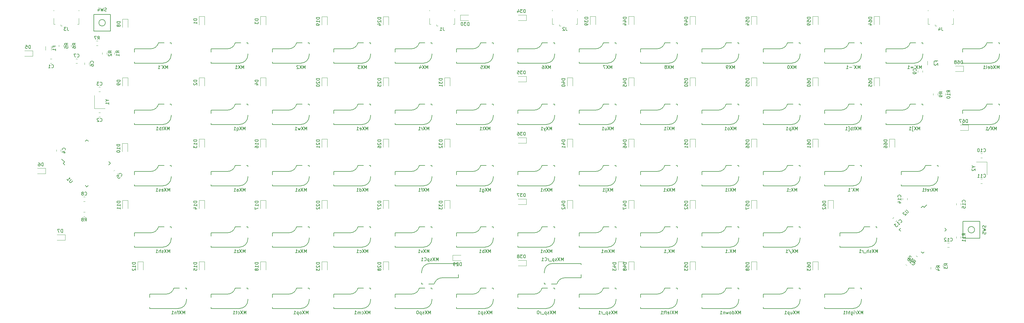
<source format=gbr>
G04 #@! TF.GenerationSoftware,KiCad,Pcbnew,(5.1.5-0-10_14)*
G04 #@! TF.CreationDate,2020-05-07T23:45:50-07:00*
G04 #@! TF.ProjectId,basis_combined_PROTON,62617369-735f-4636-9f6d-62696e65645f,rev?*
G04 #@! TF.SameCoordinates,Original*
G04 #@! TF.FileFunction,Legend,Bot*
G04 #@! TF.FilePolarity,Positive*
%FSLAX46Y46*%
G04 Gerber Fmt 4.6, Leading zero omitted, Abs format (unit mm)*
G04 Created by KiCad (PCBNEW (5.1.5-0-10_14)) date 2020-05-07 23:45:50*
%MOMM*%
%LPD*%
G04 APERTURE LIST*
%ADD10C,0.150000*%
%ADD11C,0.120000*%
G04 APERTURE END LIST*
D10*
X-35242500Y-206216250D02*
X-26352500Y-206216250D01*
X-35242500Y-205835250D02*
X-35242500Y-206216250D01*
X-35242500Y-201771250D02*
X-35242500Y-202787250D01*
X-30162500Y-201771250D02*
X-35242500Y-201771250D01*
X-25971500Y-199866250D02*
X-27622500Y-199866250D01*
X-23812500Y-199866250D02*
X-24193500Y-199866250D01*
X-23812500Y-200247250D02*
X-23812500Y-199866250D01*
X-23812500Y-203676250D02*
X-23812500Y-203295250D01*
X-27698338Y-199847290D02*
G75*
G02X-30162500Y-201771250I-2464162J616040D01*
G01*
X-23812500Y-203676250D02*
G75*
G02X-26352500Y-206216250I-2540000J0D01*
G01*
X-54292500Y-130016250D02*
X-45402500Y-130016250D01*
X-54292500Y-129635250D02*
X-54292500Y-130016250D01*
X-54292500Y-125571250D02*
X-54292500Y-126587250D01*
X-49212500Y-125571250D02*
X-54292500Y-125571250D01*
X-45021500Y-123666250D02*
X-46672500Y-123666250D01*
X-42862500Y-123666250D02*
X-43243500Y-123666250D01*
X-42862500Y-124047250D02*
X-42862500Y-123666250D01*
X-42862500Y-127476250D02*
X-42862500Y-127095250D01*
X-46748338Y-123647290D02*
G75*
G02X-49212500Y-125571250I-2464162J616040D01*
G01*
X-42862500Y-127476250D02*
G75*
G02X-45402500Y-130016250I-2540000J0D01*
G01*
X-35242500Y-130016250D02*
X-26352500Y-130016250D01*
X-35242500Y-129635250D02*
X-35242500Y-130016250D01*
X-35242500Y-125571250D02*
X-35242500Y-126587250D01*
X-30162500Y-125571250D02*
X-35242500Y-125571250D01*
X-25971500Y-123666250D02*
X-27622500Y-123666250D01*
X-23812500Y-123666250D02*
X-24193500Y-123666250D01*
X-23812500Y-124047250D02*
X-23812500Y-123666250D01*
X-23812500Y-127476250D02*
X-23812500Y-127095250D01*
X-27698338Y-123647290D02*
G75*
G02X-30162500Y-125571250I-2464162J616040D01*
G01*
X-23812500Y-127476250D02*
G75*
G02X-26352500Y-130016250I-2540000J0D01*
G01*
X-16192500Y-130016250D02*
X-7302500Y-130016250D01*
X-16192500Y-129635250D02*
X-16192500Y-130016250D01*
X-16192500Y-125571250D02*
X-16192500Y-126587250D01*
X-11112500Y-125571250D02*
X-16192500Y-125571250D01*
X-6921500Y-123666250D02*
X-8572500Y-123666250D01*
X-4762500Y-123666250D02*
X-5143500Y-123666250D01*
X-4762500Y-124047250D02*
X-4762500Y-123666250D01*
X-4762500Y-127476250D02*
X-4762500Y-127095250D01*
X-8648338Y-123647290D02*
G75*
G02X-11112500Y-125571250I-2464162J616040D01*
G01*
X-4762500Y-127476250D02*
G75*
G02X-7302500Y-130016250I-2540000J0D01*
G01*
X2857500Y-130016250D02*
X11747500Y-130016250D01*
X2857500Y-129635250D02*
X2857500Y-130016250D01*
X2857500Y-125571250D02*
X2857500Y-126587250D01*
X7937500Y-125571250D02*
X2857500Y-125571250D01*
X12128500Y-123666250D02*
X10477500Y-123666250D01*
X14287500Y-123666250D02*
X13906500Y-123666250D01*
X14287500Y-124047250D02*
X14287500Y-123666250D01*
X14287500Y-127476250D02*
X14287500Y-127095250D01*
X10401662Y-123647290D02*
G75*
G02X7937500Y-125571250I-2464162J616040D01*
G01*
X14287500Y-127476250D02*
G75*
G02X11747500Y-130016250I-2540000J0D01*
G01*
X-54292500Y-168116250D02*
X-45402500Y-168116250D01*
X-54292500Y-167735250D02*
X-54292500Y-168116250D01*
X-54292500Y-163671250D02*
X-54292500Y-164687250D01*
X-49212500Y-163671250D02*
X-54292500Y-163671250D01*
X-45021500Y-161766250D02*
X-46672500Y-161766250D01*
X-42862500Y-161766250D02*
X-43243500Y-161766250D01*
X-42862500Y-162147250D02*
X-42862500Y-161766250D01*
X-42862500Y-165576250D02*
X-42862500Y-165195250D01*
X-46748338Y-161747290D02*
G75*
G02X-49212500Y-163671250I-2464162J616040D01*
G01*
X-42862500Y-165576250D02*
G75*
G02X-45402500Y-168116250I-2540000J0D01*
G01*
X-16192500Y-187166250D02*
X-7302500Y-187166250D01*
X-16192500Y-186785250D02*
X-16192500Y-187166250D01*
X-16192500Y-182721250D02*
X-16192500Y-183737250D01*
X-11112500Y-182721250D02*
X-16192500Y-182721250D01*
X-6921500Y-180816250D02*
X-8572500Y-180816250D01*
X-4762500Y-180816250D02*
X-5143500Y-180816250D01*
X-4762500Y-181197250D02*
X-4762500Y-180816250D01*
X-4762500Y-184626250D02*
X-4762500Y-184245250D01*
X-8648338Y-180797290D02*
G75*
G02X-11112500Y-182721250I-2464162J616040D01*
G01*
X-4762500Y-184626250D02*
G75*
G02X-7302500Y-187166250I-2540000J0D01*
G01*
X-16192500Y-206216250D02*
X-7302500Y-206216250D01*
X-16192500Y-205835250D02*
X-16192500Y-206216250D01*
X-16192500Y-201771250D02*
X-16192500Y-202787250D01*
X-11112500Y-201771250D02*
X-16192500Y-201771250D01*
X-6921500Y-199866250D02*
X-8572500Y-199866250D01*
X-4762500Y-199866250D02*
X-5143500Y-199866250D01*
X-4762500Y-200247250D02*
X-4762500Y-199866250D01*
X-4762500Y-203676250D02*
X-4762500Y-203295250D01*
X-8648338Y-199847290D02*
G75*
G02X-11112500Y-201771250I-2464162J616040D01*
G01*
X-4762500Y-203676250D02*
G75*
G02X-7302500Y-206216250I-2540000J0D01*
G01*
X-54292500Y-206216250D02*
X-45402500Y-206216250D01*
X-54292500Y-205835250D02*
X-54292500Y-206216250D01*
X-54292500Y-201771250D02*
X-54292500Y-202787250D01*
X-49212500Y-201771250D02*
X-54292500Y-201771250D01*
X-45021500Y-199866250D02*
X-46672500Y-199866250D01*
X-42862500Y-199866250D02*
X-43243500Y-199866250D01*
X-42862500Y-200247250D02*
X-42862500Y-199866250D01*
X-42862500Y-203676250D02*
X-42862500Y-203295250D01*
X-46748338Y-199847290D02*
G75*
G02X-49212500Y-201771250I-2464162J616040D01*
G01*
X-42862500Y-203676250D02*
G75*
G02X-45402500Y-206216250I-2540000J0D01*
G01*
X-16192500Y-168116250D02*
X-7302500Y-168116250D01*
X-16192500Y-167735250D02*
X-16192500Y-168116250D01*
X-16192500Y-163671250D02*
X-16192500Y-164687250D01*
X-11112500Y-163671250D02*
X-16192500Y-163671250D01*
X-6921500Y-161766250D02*
X-8572500Y-161766250D01*
X-4762500Y-161766250D02*
X-5143500Y-161766250D01*
X-4762500Y-162147250D02*
X-4762500Y-161766250D01*
X-4762500Y-165576250D02*
X-4762500Y-165195250D01*
X-8648338Y-161747290D02*
G75*
G02X-11112500Y-163671250I-2464162J616040D01*
G01*
X-4762500Y-165576250D02*
G75*
G02X-7302500Y-168116250I-2540000J0D01*
G01*
X-16192500Y-149066250D02*
X-7302500Y-149066250D01*
X-16192500Y-148685250D02*
X-16192500Y-149066250D01*
X-16192500Y-144621250D02*
X-16192500Y-145637250D01*
X-11112500Y-144621250D02*
X-16192500Y-144621250D01*
X-6921500Y-142716250D02*
X-8572500Y-142716250D01*
X-4762500Y-142716250D02*
X-5143500Y-142716250D01*
X-4762500Y-143097250D02*
X-4762500Y-142716250D01*
X-4762500Y-146526250D02*
X-4762500Y-146145250D01*
X-8648338Y-142697290D02*
G75*
G02X-11112500Y-144621250I-2464162J616040D01*
G01*
X-4762500Y-146526250D02*
G75*
G02X-7302500Y-149066250I-2540000J0D01*
G01*
X2857500Y-168116250D02*
X11747500Y-168116250D01*
X2857500Y-167735250D02*
X2857500Y-168116250D01*
X2857500Y-163671250D02*
X2857500Y-164687250D01*
X7937500Y-163671250D02*
X2857500Y-163671250D01*
X12128500Y-161766250D02*
X10477500Y-161766250D01*
X14287500Y-161766250D02*
X13906500Y-161766250D01*
X14287500Y-162147250D02*
X14287500Y-161766250D01*
X14287500Y-165576250D02*
X14287500Y-165195250D01*
X10401662Y-161747290D02*
G75*
G02X7937500Y-163671250I-2464162J616040D01*
G01*
X14287500Y-165576250D02*
G75*
G02X11747500Y-168116250I-2540000J0D01*
G01*
X-73342500Y-206216250D02*
X-64452500Y-206216250D01*
X-73342500Y-205835250D02*
X-73342500Y-206216250D01*
X-73342500Y-201771250D02*
X-73342500Y-202787250D01*
X-68262500Y-201771250D02*
X-73342500Y-201771250D01*
X-64071500Y-199866250D02*
X-65722500Y-199866250D01*
X-61912500Y-199866250D02*
X-62293500Y-199866250D01*
X-61912500Y-200247250D02*
X-61912500Y-199866250D01*
X-61912500Y-203676250D02*
X-61912500Y-203295250D01*
X-65798338Y-199847290D02*
G75*
G02X-68262500Y-201771250I-2464162J616040D01*
G01*
X-61912500Y-203676250D02*
G75*
G02X-64452500Y-206216250I-2540000J0D01*
G01*
X21907500Y-168116250D02*
X30797500Y-168116250D01*
X21907500Y-167735250D02*
X21907500Y-168116250D01*
X21907500Y-163671250D02*
X21907500Y-164687250D01*
X26987500Y-163671250D02*
X21907500Y-163671250D01*
X31178500Y-161766250D02*
X29527500Y-161766250D01*
X33337500Y-161766250D02*
X32956500Y-161766250D01*
X33337500Y-162147250D02*
X33337500Y-161766250D01*
X33337500Y-165576250D02*
X33337500Y-165195250D01*
X29451662Y-161747290D02*
G75*
G02X26987500Y-163671250I-2464162J616040D01*
G01*
X33337500Y-165576250D02*
G75*
G02X30797500Y-168116250I-2540000J0D01*
G01*
X-54292500Y-149066250D02*
X-45402500Y-149066250D01*
X-54292500Y-148685250D02*
X-54292500Y-149066250D01*
X-54292500Y-144621250D02*
X-54292500Y-145637250D01*
X-49212500Y-144621250D02*
X-54292500Y-144621250D01*
X-45021500Y-142716250D02*
X-46672500Y-142716250D01*
X-42862500Y-142716250D02*
X-43243500Y-142716250D01*
X-42862500Y-143097250D02*
X-42862500Y-142716250D01*
X-42862500Y-146526250D02*
X-42862500Y-146145250D01*
X-46748338Y-142697290D02*
G75*
G02X-49212500Y-144621250I-2464162J616040D01*
G01*
X-42862500Y-146526250D02*
G75*
G02X-45402500Y-149066250I-2540000J0D01*
G01*
X2857500Y-149066250D02*
X11747500Y-149066250D01*
X2857500Y-148685250D02*
X2857500Y-149066250D01*
X2857500Y-144621250D02*
X2857500Y-145637250D01*
X7937500Y-144621250D02*
X2857500Y-144621250D01*
X12128500Y-142716250D02*
X10477500Y-142716250D01*
X14287500Y-142716250D02*
X13906500Y-142716250D01*
X14287500Y-143097250D02*
X14287500Y-142716250D01*
X14287500Y-146526250D02*
X14287500Y-146145250D01*
X10401662Y-142697290D02*
G75*
G02X7937500Y-144621250I-2464162J616040D01*
G01*
X14287500Y-146526250D02*
G75*
G02X11747500Y-149066250I-2540000J0D01*
G01*
X-35242500Y-168116250D02*
X-26352500Y-168116250D01*
X-35242500Y-167735250D02*
X-35242500Y-168116250D01*
X-35242500Y-163671250D02*
X-35242500Y-164687250D01*
X-30162500Y-163671250D02*
X-35242500Y-163671250D01*
X-25971500Y-161766250D02*
X-27622500Y-161766250D01*
X-23812500Y-161766250D02*
X-24193500Y-161766250D01*
X-23812500Y-162147250D02*
X-23812500Y-161766250D01*
X-23812500Y-165576250D02*
X-23812500Y-165195250D01*
X-27698338Y-161747290D02*
G75*
G02X-30162500Y-163671250I-2464162J616040D01*
G01*
X-23812500Y-165576250D02*
G75*
G02X-26352500Y-168116250I-2540000J0D01*
G01*
X2857500Y-206216250D02*
X11747500Y-206216250D01*
X2857500Y-205835250D02*
X2857500Y-206216250D01*
X2857500Y-201771250D02*
X2857500Y-202787250D01*
X7937500Y-201771250D02*
X2857500Y-201771250D01*
X12128500Y-199866250D02*
X10477500Y-199866250D01*
X14287500Y-199866250D02*
X13906500Y-199866250D01*
X14287500Y-200247250D02*
X14287500Y-199866250D01*
X14287500Y-203676250D02*
X14287500Y-203295250D01*
X10401662Y-199847290D02*
G75*
G02X7937500Y-201771250I-2464162J616040D01*
G01*
X14287500Y-203676250D02*
G75*
G02X11747500Y-206216250I-2540000J0D01*
G01*
X21907500Y-206216250D02*
X30797500Y-206216250D01*
X21907500Y-205835250D02*
X21907500Y-206216250D01*
X21907500Y-201771250D02*
X21907500Y-202787250D01*
X26987500Y-201771250D02*
X21907500Y-201771250D01*
X31178500Y-199866250D02*
X29527500Y-199866250D01*
X33337500Y-199866250D02*
X32956500Y-199866250D01*
X33337500Y-200247250D02*
X33337500Y-199866250D01*
X33337500Y-203676250D02*
X33337500Y-203295250D01*
X29451662Y-199847290D02*
G75*
G02X26987500Y-201771250I-2464162J616040D01*
G01*
X33337500Y-203676250D02*
G75*
G02X30797500Y-206216250I-2540000J0D01*
G01*
X22542500Y-192246250D02*
X13652500Y-192246250D01*
X22542500Y-192627250D02*
X22542500Y-192246250D01*
X22542500Y-196691250D02*
X22542500Y-195675250D01*
X17462500Y-196691250D02*
X22542500Y-196691250D01*
X13271500Y-198596250D02*
X14922500Y-198596250D01*
X11112500Y-198596250D02*
X11493500Y-198596250D01*
X11112500Y-198215250D02*
X11112500Y-198596250D01*
X11112500Y-194786250D02*
X11112500Y-195167250D01*
X14998338Y-198615210D02*
G75*
G02X17462500Y-196691250I2464162J-616040D01*
G01*
X11112500Y-194786250D02*
G75*
G02X13652500Y-192246250I2540000J0D01*
G01*
X21907500Y-149066250D02*
X30797500Y-149066250D01*
X21907500Y-148685250D02*
X21907500Y-149066250D01*
X21907500Y-144621250D02*
X21907500Y-145637250D01*
X26987500Y-144621250D02*
X21907500Y-144621250D01*
X31178500Y-142716250D02*
X29527500Y-142716250D01*
X33337500Y-142716250D02*
X32956500Y-142716250D01*
X33337500Y-143097250D02*
X33337500Y-142716250D01*
X33337500Y-146526250D02*
X33337500Y-146145250D01*
X29451662Y-142697290D02*
G75*
G02X26987500Y-144621250I-2464162J616040D01*
G01*
X33337500Y-146526250D02*
G75*
G02X30797500Y-149066250I-2540000J0D01*
G01*
X2857500Y-187166250D02*
X11747500Y-187166250D01*
X2857500Y-186785250D02*
X2857500Y-187166250D01*
X2857500Y-182721250D02*
X2857500Y-183737250D01*
X7937500Y-182721250D02*
X2857500Y-182721250D01*
X12128500Y-180816250D02*
X10477500Y-180816250D01*
X14287500Y-180816250D02*
X13906500Y-180816250D01*
X14287500Y-181197250D02*
X14287500Y-180816250D01*
X14287500Y-184626250D02*
X14287500Y-184245250D01*
X10401662Y-180797290D02*
G75*
G02X7937500Y-182721250I-2464162J616040D01*
G01*
X14287500Y-184626250D02*
G75*
G02X11747500Y-187166250I-2540000J0D01*
G01*
X-35242500Y-149066250D02*
X-26352500Y-149066250D01*
X-35242500Y-148685250D02*
X-35242500Y-149066250D01*
X-35242500Y-144621250D02*
X-35242500Y-145637250D01*
X-30162500Y-144621250D02*
X-35242500Y-144621250D01*
X-25971500Y-142716250D02*
X-27622500Y-142716250D01*
X-23812500Y-142716250D02*
X-24193500Y-142716250D01*
X-23812500Y-143097250D02*
X-23812500Y-142716250D01*
X-23812500Y-146526250D02*
X-23812500Y-146145250D01*
X-27698338Y-142697290D02*
G75*
G02X-30162500Y-144621250I-2464162J616040D01*
G01*
X-23812500Y-146526250D02*
G75*
G02X-26352500Y-149066250I-2540000J0D01*
G01*
X-35242500Y-187166250D02*
X-26352500Y-187166250D01*
X-35242500Y-186785250D02*
X-35242500Y-187166250D01*
X-35242500Y-182721250D02*
X-35242500Y-183737250D01*
X-30162500Y-182721250D02*
X-35242500Y-182721250D01*
X-25971500Y-180816250D02*
X-27622500Y-180816250D01*
X-23812500Y-180816250D02*
X-24193500Y-180816250D01*
X-23812500Y-181197250D02*
X-23812500Y-180816250D01*
X-23812500Y-184626250D02*
X-23812500Y-184245250D01*
X-27698338Y-180797290D02*
G75*
G02X-30162500Y-182721250I-2464162J616040D01*
G01*
X-23812500Y-184626250D02*
G75*
G02X-26352500Y-187166250I-2540000J0D01*
G01*
X-54292500Y-187166250D02*
X-45402500Y-187166250D01*
X-54292500Y-186785250D02*
X-54292500Y-187166250D01*
X-54292500Y-182721250D02*
X-54292500Y-183737250D01*
X-49212500Y-182721250D02*
X-54292500Y-182721250D01*
X-45021500Y-180816250D02*
X-46672500Y-180816250D01*
X-42862500Y-180816250D02*
X-43243500Y-180816250D01*
X-42862500Y-181197250D02*
X-42862500Y-180816250D01*
X-42862500Y-184626250D02*
X-42862500Y-184245250D01*
X-46748338Y-180797290D02*
G75*
G02X-49212500Y-182721250I-2464162J616040D01*
G01*
X-42862500Y-184626250D02*
G75*
G02X-45402500Y-187166250I-2540000J0D01*
G01*
X-78105000Y-130016250D02*
X-69215000Y-130016250D01*
X-78105000Y-129635250D02*
X-78105000Y-130016250D01*
X-78105000Y-125571250D02*
X-78105000Y-126587250D01*
X-73025000Y-125571250D02*
X-78105000Y-125571250D01*
X-68834000Y-123666250D02*
X-70485000Y-123666250D01*
X-66675000Y-123666250D02*
X-67056000Y-123666250D01*
X-66675000Y-124047250D02*
X-66675000Y-123666250D01*
X-66675000Y-127476250D02*
X-66675000Y-127095250D01*
X-70560838Y-123647290D02*
G75*
G02X-73025000Y-125571250I-2464162J616040D01*
G01*
X-66675000Y-127476250D02*
G75*
G02X-69215000Y-130016250I-2540000J0D01*
G01*
X-78105000Y-149066250D02*
X-69215000Y-149066250D01*
X-78105000Y-148685250D02*
X-78105000Y-149066250D01*
X-78105000Y-144621250D02*
X-78105000Y-145637250D01*
X-73025000Y-144621250D02*
X-78105000Y-144621250D01*
X-68834000Y-142716250D02*
X-70485000Y-142716250D01*
X-66675000Y-142716250D02*
X-67056000Y-142716250D01*
X-66675000Y-143097250D02*
X-66675000Y-142716250D01*
X-66675000Y-146526250D02*
X-66675000Y-146145250D01*
X-70560838Y-142697290D02*
G75*
G02X-73025000Y-144621250I-2464162J616040D01*
G01*
X-66675000Y-146526250D02*
G75*
G02X-69215000Y-149066250I-2540000J0D01*
G01*
X-78105000Y-168116250D02*
X-69215000Y-168116250D01*
X-78105000Y-167735250D02*
X-78105000Y-168116250D01*
X-78105000Y-163671250D02*
X-78105000Y-164687250D01*
X-73025000Y-163671250D02*
X-78105000Y-163671250D01*
X-68834000Y-161766250D02*
X-70485000Y-161766250D01*
X-66675000Y-161766250D02*
X-67056000Y-161766250D01*
X-66675000Y-162147250D02*
X-66675000Y-161766250D01*
X-66675000Y-165576250D02*
X-66675000Y-165195250D01*
X-70560838Y-161747290D02*
G75*
G02X-73025000Y-163671250I-2464162J616040D01*
G01*
X-66675000Y-165576250D02*
G75*
G02X-69215000Y-168116250I-2540000J0D01*
G01*
X21907500Y-130016250D02*
X30797500Y-130016250D01*
X21907500Y-129635250D02*
X21907500Y-130016250D01*
X21907500Y-125571250D02*
X21907500Y-126587250D01*
X26987500Y-125571250D02*
X21907500Y-125571250D01*
X31178500Y-123666250D02*
X29527500Y-123666250D01*
X33337500Y-123666250D02*
X32956500Y-123666250D01*
X33337500Y-124047250D02*
X33337500Y-123666250D01*
X33337500Y-127476250D02*
X33337500Y-127095250D01*
X29451662Y-123647290D02*
G75*
G02X26987500Y-125571250I-2464162J616040D01*
G01*
X33337500Y-127476250D02*
G75*
G02X30797500Y-130016250I-2540000J0D01*
G01*
X21907500Y-187166250D02*
X30797500Y-187166250D01*
X21907500Y-186785250D02*
X21907500Y-187166250D01*
X21907500Y-182721250D02*
X21907500Y-183737250D01*
X26987500Y-182721250D02*
X21907500Y-182721250D01*
X31178500Y-180816250D02*
X29527500Y-180816250D01*
X33337500Y-180816250D02*
X32956500Y-180816250D01*
X33337500Y-181197250D02*
X33337500Y-180816250D01*
X33337500Y-184626250D02*
X33337500Y-184245250D01*
X29451662Y-180797290D02*
G75*
G02X26987500Y-182721250I-2464162J616040D01*
G01*
X33337500Y-184626250D02*
G75*
G02X30797500Y-187166250I-2540000J0D01*
G01*
X40957500Y-149066250D02*
X49847500Y-149066250D01*
X40957500Y-148685250D02*
X40957500Y-149066250D01*
X40957500Y-144621250D02*
X40957500Y-145637250D01*
X46037500Y-144621250D02*
X40957500Y-144621250D01*
X50228500Y-142716250D02*
X48577500Y-142716250D01*
X52387500Y-142716250D02*
X52006500Y-142716250D01*
X52387500Y-143097250D02*
X52387500Y-142716250D01*
X52387500Y-146526250D02*
X52387500Y-146145250D01*
X48501662Y-142697290D02*
G75*
G02X46037500Y-144621250I-2464162J616040D01*
G01*
X52387500Y-146526250D02*
G75*
G02X49847500Y-149066250I-2540000J0D01*
G01*
X117157500Y-206216250D02*
X126047500Y-206216250D01*
X117157500Y-205835250D02*
X117157500Y-206216250D01*
X117157500Y-201771250D02*
X117157500Y-202787250D01*
X122237500Y-201771250D02*
X117157500Y-201771250D01*
X126428500Y-199866250D02*
X124777500Y-199866250D01*
X128587500Y-199866250D02*
X128206500Y-199866250D01*
X128587500Y-200247250D02*
X128587500Y-199866250D01*
X128587500Y-203676250D02*
X128587500Y-203295250D01*
X124701662Y-199847290D02*
G75*
G02X122237500Y-201771250I-2464162J616040D01*
G01*
X128587500Y-203676250D02*
G75*
G02X126047500Y-206216250I-2540000J0D01*
G01*
X60007500Y-149066250D02*
X68897500Y-149066250D01*
X60007500Y-148685250D02*
X60007500Y-149066250D01*
X60007500Y-144621250D02*
X60007500Y-145637250D01*
X65087500Y-144621250D02*
X60007500Y-144621250D01*
X69278500Y-142716250D02*
X67627500Y-142716250D01*
X71437500Y-142716250D02*
X71056500Y-142716250D01*
X71437500Y-143097250D02*
X71437500Y-142716250D01*
X71437500Y-146526250D02*
X71437500Y-146145250D01*
X67551662Y-142697290D02*
G75*
G02X65087500Y-144621250I-2464162J616040D01*
G01*
X71437500Y-146526250D02*
G75*
G02X68897500Y-149066250I-2540000J0D01*
G01*
X136207500Y-149066250D02*
X145097500Y-149066250D01*
X136207500Y-148685250D02*
X136207500Y-149066250D01*
X136207500Y-144621250D02*
X136207500Y-145637250D01*
X141287500Y-144621250D02*
X136207500Y-144621250D01*
X145478500Y-142716250D02*
X143827500Y-142716250D01*
X147637500Y-142716250D02*
X147256500Y-142716250D01*
X147637500Y-143097250D02*
X147637500Y-142716250D01*
X147637500Y-146526250D02*
X147637500Y-146145250D01*
X143751662Y-142697290D02*
G75*
G02X141287500Y-144621250I-2464162J616040D01*
G01*
X147637500Y-146526250D02*
G75*
G02X145097500Y-149066250I-2540000J0D01*
G01*
X60642500Y-192246250D02*
X51752500Y-192246250D01*
X60642500Y-192627250D02*
X60642500Y-192246250D01*
X60642500Y-196691250D02*
X60642500Y-195675250D01*
X55562500Y-196691250D02*
X60642500Y-196691250D01*
X51371500Y-198596250D02*
X53022500Y-198596250D01*
X49212500Y-198596250D02*
X49593500Y-198596250D01*
X49212500Y-198215250D02*
X49212500Y-198596250D01*
X49212500Y-194786250D02*
X49212500Y-195167250D01*
X53098338Y-198615210D02*
G75*
G02X55562500Y-196691250I2464162J-616040D01*
G01*
X49212500Y-194786250D02*
G75*
G02X51752500Y-192246250I2540000J0D01*
G01*
X60007500Y-206216250D02*
X68897500Y-206216250D01*
X60007500Y-205835250D02*
X60007500Y-206216250D01*
X60007500Y-201771250D02*
X60007500Y-202787250D01*
X65087500Y-201771250D02*
X60007500Y-201771250D01*
X69278500Y-199866250D02*
X67627500Y-199866250D01*
X71437500Y-199866250D02*
X71056500Y-199866250D01*
X71437500Y-200247250D02*
X71437500Y-199866250D01*
X71437500Y-203676250D02*
X71437500Y-203295250D01*
X67551662Y-199847290D02*
G75*
G02X65087500Y-201771250I-2464162J616040D01*
G01*
X71437500Y-203676250D02*
G75*
G02X68897500Y-206216250I-2540000J0D01*
G01*
X40957500Y-206216250D02*
X49847500Y-206216250D01*
X40957500Y-205835250D02*
X40957500Y-206216250D01*
X40957500Y-201771250D02*
X40957500Y-202787250D01*
X46037500Y-201771250D02*
X40957500Y-201771250D01*
X50228500Y-199866250D02*
X48577500Y-199866250D01*
X52387500Y-199866250D02*
X52006500Y-199866250D01*
X52387500Y-200247250D02*
X52387500Y-199866250D01*
X52387500Y-203676250D02*
X52387500Y-203295250D01*
X48501662Y-199847290D02*
G75*
G02X46037500Y-201771250I-2464162J616040D01*
G01*
X52387500Y-203676250D02*
G75*
G02X49847500Y-206216250I-2540000J0D01*
G01*
X136207500Y-206216250D02*
X145097500Y-206216250D01*
X136207500Y-205835250D02*
X136207500Y-206216250D01*
X136207500Y-201771250D02*
X136207500Y-202787250D01*
X141287500Y-201771250D02*
X136207500Y-201771250D01*
X145478500Y-199866250D02*
X143827500Y-199866250D01*
X147637500Y-199866250D02*
X147256500Y-199866250D01*
X147637500Y-200247250D02*
X147637500Y-199866250D01*
X147637500Y-203676250D02*
X147637500Y-203295250D01*
X143751662Y-199847290D02*
G75*
G02X141287500Y-201771250I-2464162J616040D01*
G01*
X147637500Y-203676250D02*
G75*
G02X145097500Y-206216250I-2540000J0D01*
G01*
X117157500Y-149066250D02*
X126047500Y-149066250D01*
X117157500Y-148685250D02*
X117157500Y-149066250D01*
X117157500Y-144621250D02*
X117157500Y-145637250D01*
X122237500Y-144621250D02*
X117157500Y-144621250D01*
X126428500Y-142716250D02*
X124777500Y-142716250D01*
X128587500Y-142716250D02*
X128206500Y-142716250D01*
X128587500Y-143097250D02*
X128587500Y-142716250D01*
X128587500Y-146526250D02*
X128587500Y-146145250D01*
X124701662Y-142697290D02*
G75*
G02X122237500Y-144621250I-2464162J616040D01*
G01*
X128587500Y-146526250D02*
G75*
G02X126047500Y-149066250I-2540000J0D01*
G01*
X98107500Y-149066250D02*
X106997500Y-149066250D01*
X98107500Y-148685250D02*
X98107500Y-149066250D01*
X98107500Y-144621250D02*
X98107500Y-145637250D01*
X103187500Y-144621250D02*
X98107500Y-144621250D01*
X107378500Y-142716250D02*
X105727500Y-142716250D01*
X109537500Y-142716250D02*
X109156500Y-142716250D01*
X109537500Y-143097250D02*
X109537500Y-142716250D01*
X109537500Y-146526250D02*
X109537500Y-146145250D01*
X105651662Y-142697290D02*
G75*
G02X103187500Y-144621250I-2464162J616040D01*
G01*
X109537500Y-146526250D02*
G75*
G02X106997500Y-149066250I-2540000J0D01*
G01*
X40957500Y-187166250D02*
X49847500Y-187166250D01*
X40957500Y-186785250D02*
X40957500Y-187166250D01*
X40957500Y-182721250D02*
X40957500Y-183737250D01*
X46037500Y-182721250D02*
X40957500Y-182721250D01*
X50228500Y-180816250D02*
X48577500Y-180816250D01*
X52387500Y-180816250D02*
X52006500Y-180816250D01*
X52387500Y-181197250D02*
X52387500Y-180816250D01*
X52387500Y-184626250D02*
X52387500Y-184245250D01*
X48501662Y-180797290D02*
G75*
G02X46037500Y-182721250I-2464162J616040D01*
G01*
X52387500Y-184626250D02*
G75*
G02X49847500Y-187166250I-2540000J0D01*
G01*
X60007500Y-187166250D02*
X68897500Y-187166250D01*
X60007500Y-186785250D02*
X60007500Y-187166250D01*
X60007500Y-182721250D02*
X60007500Y-183737250D01*
X65087500Y-182721250D02*
X60007500Y-182721250D01*
X69278500Y-180816250D02*
X67627500Y-180816250D01*
X71437500Y-180816250D02*
X71056500Y-180816250D01*
X71437500Y-181197250D02*
X71437500Y-180816250D01*
X71437500Y-184626250D02*
X71437500Y-184245250D01*
X67551662Y-180797290D02*
G75*
G02X65087500Y-182721250I-2464162J616040D01*
G01*
X71437500Y-184626250D02*
G75*
G02X68897500Y-187166250I-2540000J0D01*
G01*
X79057500Y-206216250D02*
X87947500Y-206216250D01*
X79057500Y-205835250D02*
X79057500Y-206216250D01*
X79057500Y-201771250D02*
X79057500Y-202787250D01*
X84137500Y-201771250D02*
X79057500Y-201771250D01*
X88328500Y-199866250D02*
X86677500Y-199866250D01*
X90487500Y-199866250D02*
X90106500Y-199866250D01*
X90487500Y-200247250D02*
X90487500Y-199866250D01*
X90487500Y-203676250D02*
X90487500Y-203295250D01*
X86601662Y-199847290D02*
G75*
G02X84137500Y-201771250I-2464162J616040D01*
G01*
X90487500Y-203676250D02*
G75*
G02X87947500Y-206216250I-2540000J0D01*
G01*
X98107500Y-168116250D02*
X106997500Y-168116250D01*
X98107500Y-167735250D02*
X98107500Y-168116250D01*
X98107500Y-163671250D02*
X98107500Y-164687250D01*
X103187500Y-163671250D02*
X98107500Y-163671250D01*
X107378500Y-161766250D02*
X105727500Y-161766250D01*
X109537500Y-161766250D02*
X109156500Y-161766250D01*
X109537500Y-162147250D02*
X109537500Y-161766250D01*
X109537500Y-165576250D02*
X109537500Y-165195250D01*
X105651662Y-161747290D02*
G75*
G02X103187500Y-163671250I-2464162J616040D01*
G01*
X109537500Y-165576250D02*
G75*
G02X106997500Y-168116250I-2540000J0D01*
G01*
X79057500Y-168116250D02*
X87947500Y-168116250D01*
X79057500Y-167735250D02*
X79057500Y-168116250D01*
X79057500Y-163671250D02*
X79057500Y-164687250D01*
X84137500Y-163671250D02*
X79057500Y-163671250D01*
X88328500Y-161766250D02*
X86677500Y-161766250D01*
X90487500Y-161766250D02*
X90106500Y-161766250D01*
X90487500Y-162147250D02*
X90487500Y-161766250D01*
X90487500Y-165576250D02*
X90487500Y-165195250D01*
X86601662Y-161747290D02*
G75*
G02X84137500Y-163671250I-2464162J616040D01*
G01*
X90487500Y-165576250D02*
G75*
G02X87947500Y-168116250I-2540000J0D01*
G01*
X60007500Y-168116250D02*
X68897500Y-168116250D01*
X60007500Y-167735250D02*
X60007500Y-168116250D01*
X60007500Y-163671250D02*
X60007500Y-164687250D01*
X65087500Y-163671250D02*
X60007500Y-163671250D01*
X69278500Y-161766250D02*
X67627500Y-161766250D01*
X71437500Y-161766250D02*
X71056500Y-161766250D01*
X71437500Y-162147250D02*
X71437500Y-161766250D01*
X71437500Y-165576250D02*
X71437500Y-165195250D01*
X67551662Y-161747290D02*
G75*
G02X65087500Y-163671250I-2464162J616040D01*
G01*
X71437500Y-165576250D02*
G75*
G02X68897500Y-168116250I-2540000J0D01*
G01*
X79057500Y-149066250D02*
X87947500Y-149066250D01*
X79057500Y-148685250D02*
X79057500Y-149066250D01*
X79057500Y-144621250D02*
X79057500Y-145637250D01*
X84137500Y-144621250D02*
X79057500Y-144621250D01*
X88328500Y-142716250D02*
X86677500Y-142716250D01*
X90487500Y-142716250D02*
X90106500Y-142716250D01*
X90487500Y-143097250D02*
X90487500Y-142716250D01*
X90487500Y-146526250D02*
X90487500Y-146145250D01*
X86601662Y-142697290D02*
G75*
G02X84137500Y-144621250I-2464162J616040D01*
G01*
X90487500Y-146526250D02*
G75*
G02X87947500Y-149066250I-2540000J0D01*
G01*
X40957500Y-168116250D02*
X49847500Y-168116250D01*
X40957500Y-167735250D02*
X40957500Y-168116250D01*
X40957500Y-163671250D02*
X40957500Y-164687250D01*
X46037500Y-163671250D02*
X40957500Y-163671250D01*
X50228500Y-161766250D02*
X48577500Y-161766250D01*
X52387500Y-161766250D02*
X52006500Y-161766250D01*
X52387500Y-162147250D02*
X52387500Y-161766250D01*
X52387500Y-165576250D02*
X52387500Y-165195250D01*
X48501662Y-161747290D02*
G75*
G02X46037500Y-163671250I-2464162J616040D01*
G01*
X52387500Y-165576250D02*
G75*
G02X49847500Y-168116250I-2540000J0D01*
G01*
X98107500Y-206216250D02*
X106997500Y-206216250D01*
X98107500Y-205835250D02*
X98107500Y-206216250D01*
X98107500Y-201771250D02*
X98107500Y-202787250D01*
X103187500Y-201771250D02*
X98107500Y-201771250D01*
X107378500Y-199866250D02*
X105727500Y-199866250D01*
X109537500Y-199866250D02*
X109156500Y-199866250D01*
X109537500Y-200247250D02*
X109537500Y-199866250D01*
X109537500Y-203676250D02*
X109537500Y-203295250D01*
X105651662Y-199847290D02*
G75*
G02X103187500Y-201771250I-2464162J616040D01*
G01*
X109537500Y-203676250D02*
G75*
G02X106997500Y-206216250I-2540000J0D01*
G01*
X155257500Y-130016250D02*
X164147500Y-130016250D01*
X155257500Y-129635250D02*
X155257500Y-130016250D01*
X155257500Y-125571250D02*
X155257500Y-126587250D01*
X160337500Y-125571250D02*
X155257500Y-125571250D01*
X164528500Y-123666250D02*
X162877500Y-123666250D01*
X166687500Y-123666250D02*
X166306500Y-123666250D01*
X166687500Y-124047250D02*
X166687500Y-123666250D01*
X166687500Y-127476250D02*
X166687500Y-127095250D01*
X162801662Y-123647290D02*
G75*
G02X160337500Y-125571250I-2464162J616040D01*
G01*
X166687500Y-127476250D02*
G75*
G02X164147500Y-130016250I-2540000J0D01*
G01*
X136207500Y-130016250D02*
X145097500Y-130016250D01*
X136207500Y-129635250D02*
X136207500Y-130016250D01*
X136207500Y-125571250D02*
X136207500Y-126587250D01*
X141287500Y-125571250D02*
X136207500Y-125571250D01*
X145478500Y-123666250D02*
X143827500Y-123666250D01*
X147637500Y-123666250D02*
X147256500Y-123666250D01*
X147637500Y-124047250D02*
X147637500Y-123666250D01*
X147637500Y-127476250D02*
X147637500Y-127095250D01*
X143751662Y-123647290D02*
G75*
G02X141287500Y-125571250I-2464162J616040D01*
G01*
X147637500Y-127476250D02*
G75*
G02X145097500Y-130016250I-2540000J0D01*
G01*
X155257500Y-149066250D02*
X164147500Y-149066250D01*
X155257500Y-148685250D02*
X155257500Y-149066250D01*
X155257500Y-144621250D02*
X155257500Y-145637250D01*
X160337500Y-144621250D02*
X155257500Y-144621250D01*
X164528500Y-142716250D02*
X162877500Y-142716250D01*
X166687500Y-142716250D02*
X166306500Y-142716250D01*
X166687500Y-143097250D02*
X166687500Y-142716250D01*
X166687500Y-146526250D02*
X166687500Y-146145250D01*
X162801662Y-142697290D02*
G75*
G02X160337500Y-144621250I-2464162J616040D01*
G01*
X166687500Y-146526250D02*
G75*
G02X164147500Y-149066250I-2540000J0D01*
G01*
X117157500Y-168116250D02*
X126047500Y-168116250D01*
X117157500Y-167735250D02*
X117157500Y-168116250D01*
X117157500Y-163671250D02*
X117157500Y-164687250D01*
X122237500Y-163671250D02*
X117157500Y-163671250D01*
X126428500Y-161766250D02*
X124777500Y-161766250D01*
X128587500Y-161766250D02*
X128206500Y-161766250D01*
X128587500Y-162147250D02*
X128587500Y-161766250D01*
X128587500Y-165576250D02*
X128587500Y-165195250D01*
X124701662Y-161747290D02*
G75*
G02X122237500Y-163671250I-2464162J616040D01*
G01*
X128587500Y-165576250D02*
G75*
G02X126047500Y-168116250I-2540000J0D01*
G01*
X117157500Y-187166250D02*
X126047500Y-187166250D01*
X117157500Y-186785250D02*
X117157500Y-187166250D01*
X117157500Y-182721250D02*
X117157500Y-183737250D01*
X122237500Y-182721250D02*
X117157500Y-182721250D01*
X126428500Y-180816250D02*
X124777500Y-180816250D01*
X128587500Y-180816250D02*
X128206500Y-180816250D01*
X128587500Y-181197250D02*
X128587500Y-180816250D01*
X128587500Y-184626250D02*
X128587500Y-184245250D01*
X124701662Y-180797290D02*
G75*
G02X122237500Y-182721250I-2464162J616040D01*
G01*
X128587500Y-184626250D02*
G75*
G02X126047500Y-187166250I-2540000J0D01*
G01*
X136207500Y-168116250D02*
X145097500Y-168116250D01*
X136207500Y-167735250D02*
X136207500Y-168116250D01*
X136207500Y-163671250D02*
X136207500Y-164687250D01*
X141287500Y-163671250D02*
X136207500Y-163671250D01*
X145478500Y-161766250D02*
X143827500Y-161766250D01*
X147637500Y-161766250D02*
X147256500Y-161766250D01*
X147637500Y-162147250D02*
X147637500Y-161766250D01*
X147637500Y-165576250D02*
X147637500Y-165195250D01*
X143751662Y-161747290D02*
G75*
G02X141287500Y-163671250I-2464162J616040D01*
G01*
X147637500Y-165576250D02*
G75*
G02X145097500Y-168116250I-2540000J0D01*
G01*
X98107500Y-130016250D02*
X106997500Y-130016250D01*
X98107500Y-129635250D02*
X98107500Y-130016250D01*
X98107500Y-125571250D02*
X98107500Y-126587250D01*
X103187500Y-125571250D02*
X98107500Y-125571250D01*
X107378500Y-123666250D02*
X105727500Y-123666250D01*
X109537500Y-123666250D02*
X109156500Y-123666250D01*
X109537500Y-124047250D02*
X109537500Y-123666250D01*
X109537500Y-127476250D02*
X109537500Y-127095250D01*
X105651662Y-123647290D02*
G75*
G02X103187500Y-125571250I-2464162J616040D01*
G01*
X109537500Y-127476250D02*
G75*
G02X106997500Y-130016250I-2540000J0D01*
G01*
X79057500Y-130016250D02*
X87947500Y-130016250D01*
X79057500Y-129635250D02*
X79057500Y-130016250D01*
X79057500Y-125571250D02*
X79057500Y-126587250D01*
X84137500Y-125571250D02*
X79057500Y-125571250D01*
X88328500Y-123666250D02*
X86677500Y-123666250D01*
X90487500Y-123666250D02*
X90106500Y-123666250D01*
X90487500Y-124047250D02*
X90487500Y-123666250D01*
X90487500Y-127476250D02*
X90487500Y-127095250D01*
X86601662Y-123647290D02*
G75*
G02X84137500Y-125571250I-2464162J616040D01*
G01*
X90487500Y-127476250D02*
G75*
G02X87947500Y-130016250I-2540000J0D01*
G01*
X60007500Y-130016250D02*
X68897500Y-130016250D01*
X60007500Y-129635250D02*
X60007500Y-130016250D01*
X60007500Y-125571250D02*
X60007500Y-126587250D01*
X65087500Y-125571250D02*
X60007500Y-125571250D01*
X69278500Y-123666250D02*
X67627500Y-123666250D01*
X71437500Y-123666250D02*
X71056500Y-123666250D01*
X71437500Y-124047250D02*
X71437500Y-123666250D01*
X71437500Y-127476250D02*
X71437500Y-127095250D01*
X67551662Y-123647290D02*
G75*
G02X65087500Y-125571250I-2464162J616040D01*
G01*
X71437500Y-127476250D02*
G75*
G02X68897500Y-130016250I-2540000J0D01*
G01*
X40957500Y-130016250D02*
X49847500Y-130016250D01*
X40957500Y-129635250D02*
X40957500Y-130016250D01*
X40957500Y-125571250D02*
X40957500Y-126587250D01*
X46037500Y-125571250D02*
X40957500Y-125571250D01*
X50228500Y-123666250D02*
X48577500Y-123666250D01*
X52387500Y-123666250D02*
X52006500Y-123666250D01*
X52387500Y-124047250D02*
X52387500Y-123666250D01*
X52387500Y-127476250D02*
X52387500Y-127095250D01*
X48501662Y-123647290D02*
G75*
G02X46037500Y-125571250I-2464162J616040D01*
G01*
X52387500Y-127476250D02*
G75*
G02X49847500Y-130016250I-2540000J0D01*
G01*
X79057500Y-187166250D02*
X87947500Y-187166250D01*
X79057500Y-186785250D02*
X79057500Y-187166250D01*
X79057500Y-182721250D02*
X79057500Y-183737250D01*
X84137500Y-182721250D02*
X79057500Y-182721250D01*
X88328500Y-180816250D02*
X86677500Y-180816250D01*
X90487500Y-180816250D02*
X90106500Y-180816250D01*
X90487500Y-181197250D02*
X90487500Y-180816250D01*
X90487500Y-184626250D02*
X90487500Y-184245250D01*
X86601662Y-180797290D02*
G75*
G02X84137500Y-182721250I-2464162J616040D01*
G01*
X90487500Y-184626250D02*
G75*
G02X87947500Y-187166250I-2540000J0D01*
G01*
X98107500Y-187166250D02*
X106997500Y-187166250D01*
X98107500Y-186785250D02*
X98107500Y-187166250D01*
X98107500Y-182721250D02*
X98107500Y-183737250D01*
X103187500Y-182721250D02*
X98107500Y-182721250D01*
X107378500Y-180816250D02*
X105727500Y-180816250D01*
X109537500Y-180816250D02*
X109156500Y-180816250D01*
X109537500Y-181197250D02*
X109537500Y-180816250D01*
X109537500Y-184626250D02*
X109537500Y-184245250D01*
X105651662Y-180797290D02*
G75*
G02X103187500Y-182721250I-2464162J616040D01*
G01*
X109537500Y-184626250D02*
G75*
G02X106997500Y-187166250I-2540000J0D01*
G01*
X117157500Y-130016250D02*
X126047500Y-130016250D01*
X117157500Y-129635250D02*
X117157500Y-130016250D01*
X117157500Y-125571250D02*
X117157500Y-126587250D01*
X122237500Y-125571250D02*
X117157500Y-125571250D01*
X126428500Y-123666250D02*
X124777500Y-123666250D01*
X128587500Y-123666250D02*
X128206500Y-123666250D01*
X128587500Y-124047250D02*
X128587500Y-123666250D01*
X128587500Y-127476250D02*
X128587500Y-127095250D01*
X124701662Y-123647290D02*
G75*
G02X122237500Y-125571250I-2464162J616040D01*
G01*
X128587500Y-127476250D02*
G75*
G02X126047500Y-130016250I-2540000J0D01*
G01*
X140970000Y-187166250D02*
X149860000Y-187166250D01*
X140970000Y-186785250D02*
X140970000Y-187166250D01*
X140970000Y-182721250D02*
X140970000Y-183737250D01*
X146050000Y-182721250D02*
X140970000Y-182721250D01*
X150241000Y-180816250D02*
X148590000Y-180816250D01*
X152400000Y-180816250D02*
X152019000Y-180816250D01*
X152400000Y-181197250D02*
X152400000Y-180816250D01*
X152400000Y-184626250D02*
X152400000Y-184245250D01*
X148514162Y-180797290D02*
G75*
G02X146050000Y-182721250I-2464162J616040D01*
G01*
X152400000Y-184626250D02*
G75*
G02X149860000Y-187166250I-2540000J0D01*
G01*
X179070000Y-130016250D02*
X187960000Y-130016250D01*
X179070000Y-129635250D02*
X179070000Y-130016250D01*
X179070000Y-125571250D02*
X179070000Y-126587250D01*
X184150000Y-125571250D02*
X179070000Y-125571250D01*
X188341000Y-123666250D02*
X186690000Y-123666250D01*
X190500000Y-123666250D02*
X190119000Y-123666250D01*
X190500000Y-124047250D02*
X190500000Y-123666250D01*
X190500000Y-127476250D02*
X190500000Y-127095250D01*
X186614162Y-123647290D02*
G75*
G02X184150000Y-125571250I-2464162J616040D01*
G01*
X190500000Y-127476250D02*
G75*
G02X187960000Y-130016250I-2540000J0D01*
G01*
X179070000Y-149066250D02*
X187960000Y-149066250D01*
X179070000Y-148685250D02*
X179070000Y-149066250D01*
X179070000Y-144621250D02*
X179070000Y-145637250D01*
X184150000Y-144621250D02*
X179070000Y-144621250D01*
X188341000Y-142716250D02*
X186690000Y-142716250D01*
X190500000Y-142716250D02*
X190119000Y-142716250D01*
X190500000Y-143097250D02*
X190500000Y-142716250D01*
X190500000Y-146526250D02*
X190500000Y-146145250D01*
X186614162Y-142697290D02*
G75*
G02X184150000Y-144621250I-2464162J616040D01*
G01*
X190500000Y-146526250D02*
G75*
G02X187960000Y-149066250I-2540000J0D01*
G01*
X160020000Y-168116250D02*
X168910000Y-168116250D01*
X160020000Y-167735250D02*
X160020000Y-168116250D01*
X160020000Y-163671250D02*
X160020000Y-164687250D01*
X165100000Y-163671250D02*
X160020000Y-163671250D01*
X169291000Y-161766250D02*
X167640000Y-161766250D01*
X171450000Y-161766250D02*
X171069000Y-161766250D01*
X171450000Y-162147250D02*
X171450000Y-161766250D01*
X171450000Y-165576250D02*
X171450000Y-165195250D01*
X167564162Y-161747290D02*
G75*
G02X165100000Y-163671250I-2464162J616040D01*
G01*
X171450000Y-165576250D02*
G75*
G02X168910000Y-168116250I-2540000J0D01*
G01*
X-78105000Y-187166250D02*
X-69215000Y-187166250D01*
X-78105000Y-186785250D02*
X-78105000Y-187166250D01*
X-78105000Y-182721250D02*
X-78105000Y-183737250D01*
X-73025000Y-182721250D02*
X-78105000Y-182721250D01*
X-68834000Y-180816250D02*
X-70485000Y-180816250D01*
X-66675000Y-180816250D02*
X-67056000Y-180816250D01*
X-66675000Y-181197250D02*
X-66675000Y-180816250D01*
X-66675000Y-184626250D02*
X-66675000Y-184245250D01*
X-70560838Y-180797290D02*
G75*
G02X-73025000Y-182721250I-2464162J616040D01*
G01*
X-66675000Y-184626250D02*
G75*
G02X-69215000Y-187166250I-2540000J0D01*
G01*
D11*
X179300000Y-130912500D02*
X176750000Y-130912500D01*
X179300000Y-132612500D02*
X176750000Y-132612500D01*
X179300000Y-130912500D02*
X179300000Y-132612500D01*
X180887500Y-149168750D02*
X178337500Y-149168750D01*
X180887500Y-150868750D02*
X178337500Y-150868750D01*
X180887500Y-149168750D02*
X180887500Y-150868750D01*
X156312500Y-153567000D02*
X156312500Y-156117000D01*
X158012500Y-153567000D02*
X158012500Y-156117000D01*
X156312500Y-153567000D02*
X158012500Y-153567000D01*
X151550000Y-134517000D02*
X151550000Y-137067000D01*
X153250000Y-134517000D02*
X153250000Y-137067000D01*
X151550000Y-134517000D02*
X153250000Y-134517000D01*
X151550000Y-115467000D02*
X151550000Y-118017000D01*
X153250000Y-115467000D02*
X153250000Y-118017000D01*
X151550000Y-115467000D02*
X153250000Y-115467000D01*
X132500000Y-191667000D02*
X132500000Y-194217000D01*
X134200000Y-191667000D02*
X134200000Y-194217000D01*
X132500000Y-191667000D02*
X134200000Y-191667000D01*
X137262500Y-172617000D02*
X137262500Y-175167000D01*
X138962500Y-172617000D02*
X138962500Y-175167000D01*
X137262500Y-172617000D02*
X138962500Y-172617000D01*
X132500000Y-153567000D02*
X132500000Y-156117000D01*
X134200000Y-153567000D02*
X134200000Y-156117000D01*
X132500000Y-153567000D02*
X134200000Y-153567000D01*
X132500000Y-134517000D02*
X132500000Y-137067000D01*
X134200000Y-134517000D02*
X134200000Y-137067000D01*
X132500000Y-134517000D02*
X134200000Y-134517000D01*
X132500000Y-115467000D02*
X132500000Y-118017000D01*
X134200000Y-115467000D02*
X134200000Y-118017000D01*
X132500000Y-115467000D02*
X134200000Y-115467000D01*
X113450000Y-191667000D02*
X113450000Y-194217000D01*
X115150000Y-191667000D02*
X115150000Y-194217000D01*
X113450000Y-191667000D02*
X115150000Y-191667000D01*
X113450000Y-172617000D02*
X113450000Y-175167000D01*
X115150000Y-172617000D02*
X115150000Y-175167000D01*
X113450000Y-172617000D02*
X115150000Y-172617000D01*
X113450000Y-153567000D02*
X113450000Y-156117000D01*
X115150000Y-153567000D02*
X115150000Y-156117000D01*
X113450000Y-153567000D02*
X115150000Y-153567000D01*
X113450000Y-134517000D02*
X113450000Y-137067000D01*
X115150000Y-134517000D02*
X115150000Y-137067000D01*
X113450000Y-134517000D02*
X115150000Y-134517000D01*
X113450000Y-115467000D02*
X113450000Y-118017000D01*
X115150000Y-115467000D02*
X115150000Y-118017000D01*
X113450000Y-115467000D02*
X115150000Y-115467000D01*
X94400000Y-191667000D02*
X94400000Y-194217000D01*
X96100000Y-191667000D02*
X96100000Y-194217000D01*
X94400000Y-191667000D02*
X96100000Y-191667000D01*
X94400000Y-172617000D02*
X94400000Y-175167000D01*
X96100000Y-172617000D02*
X96100000Y-175167000D01*
X94400000Y-172617000D02*
X96100000Y-172617000D01*
X94400000Y-153567000D02*
X94400000Y-156117000D01*
X96100000Y-153567000D02*
X96100000Y-156117000D01*
X94400000Y-153567000D02*
X96100000Y-153567000D01*
X94400000Y-134517000D02*
X94400000Y-137067000D01*
X96100000Y-134517000D02*
X96100000Y-137067000D01*
X94400000Y-134517000D02*
X96100000Y-134517000D01*
X94400000Y-115467000D02*
X94400000Y-118017000D01*
X96100000Y-115467000D02*
X96100000Y-118017000D01*
X94400000Y-115467000D02*
X96100000Y-115467000D01*
X75350000Y-191667000D02*
X75350000Y-194217000D01*
X77050000Y-191667000D02*
X77050000Y-194217000D01*
X75350000Y-191667000D02*
X77050000Y-191667000D01*
X75350000Y-172617000D02*
X75350000Y-175167000D01*
X77050000Y-172617000D02*
X77050000Y-175167000D01*
X75350000Y-172617000D02*
X77050000Y-172617000D01*
X75350000Y-153567000D02*
X75350000Y-156117000D01*
X77050000Y-153567000D02*
X77050000Y-156117000D01*
X75350000Y-153567000D02*
X77050000Y-153567000D01*
X75350000Y-134517000D02*
X75350000Y-137067000D01*
X77050000Y-134517000D02*
X77050000Y-137067000D01*
X75350000Y-134517000D02*
X77050000Y-134517000D01*
X75350000Y-115467000D02*
X75350000Y-118017000D01*
X77050000Y-115467000D02*
X77050000Y-118017000D01*
X75350000Y-115467000D02*
X77050000Y-115467000D01*
X72175000Y-191667000D02*
X72175000Y-194217000D01*
X73875000Y-191667000D02*
X73875000Y-194217000D01*
X72175000Y-191667000D02*
X73875000Y-191667000D01*
X56300000Y-172617000D02*
X56300000Y-175167000D01*
X58000000Y-172617000D02*
X58000000Y-175167000D01*
X56300000Y-172617000D02*
X58000000Y-172617000D01*
X56300000Y-153567000D02*
X56300000Y-156117000D01*
X58000000Y-153567000D02*
X58000000Y-156117000D01*
X56300000Y-153567000D02*
X58000000Y-153567000D01*
X56300000Y-134517000D02*
X56300000Y-137067000D01*
X58000000Y-134517000D02*
X58000000Y-137067000D01*
X56300000Y-134517000D02*
X58000000Y-134517000D01*
X63443750Y-115467000D02*
X63443750Y-118017000D01*
X65143750Y-115467000D02*
X65143750Y-118017000D01*
X63443750Y-115467000D02*
X65143750Y-115467000D01*
X43568750Y-191237500D02*
X41018750Y-191237500D01*
X43568750Y-192937500D02*
X41018750Y-192937500D01*
X43568750Y-191237500D02*
X43568750Y-192937500D01*
X43568750Y-172187500D02*
X41018750Y-172187500D01*
X43568750Y-173887500D02*
X41018750Y-173887500D01*
X43568750Y-172187500D02*
X43568750Y-173887500D01*
X43568750Y-153137500D02*
X41018750Y-153137500D01*
X43568750Y-154837500D02*
X41018750Y-154837500D01*
X43568750Y-153137500D02*
X43568750Y-154837500D01*
X43568750Y-134087500D02*
X41018750Y-134087500D01*
X43568750Y-135787500D02*
X41018750Y-135787500D01*
X43568750Y-134087500D02*
X43568750Y-135787500D01*
X43568750Y-115037500D02*
X41018750Y-115037500D01*
X43568750Y-116737500D02*
X41018750Y-116737500D01*
X43568750Y-115037500D02*
X43568750Y-116737500D01*
X18200000Y-172617000D02*
X18200000Y-175167000D01*
X19900000Y-172617000D02*
X19900000Y-175167000D01*
X18200000Y-172617000D02*
X19900000Y-172617000D01*
X18200000Y-153567000D02*
X18200000Y-156117000D01*
X19900000Y-153567000D02*
X19900000Y-156117000D01*
X18200000Y-153567000D02*
X19900000Y-153567000D01*
X18200000Y-134517000D02*
X18200000Y-137067000D01*
X19900000Y-134517000D02*
X19900000Y-137067000D01*
X18200000Y-134517000D02*
X19900000Y-134517000D01*
X23106250Y-116737500D02*
X25656250Y-116737500D01*
X23106250Y-115037500D02*
X25656250Y-115037500D01*
X23106250Y-116737500D02*
X23106250Y-115037500D01*
X20725000Y-191350000D02*
X23275000Y-191350000D01*
X20725000Y-189650000D02*
X23275000Y-189650000D01*
X20725000Y-191350000D02*
X20725000Y-189650000D01*
X-850000Y-191667000D02*
X-850000Y-194217000D01*
X850000Y-191667000D02*
X850000Y-194217000D01*
X-850000Y-191667000D02*
X850000Y-191667000D01*
X-850000Y-172617000D02*
X-850000Y-175167000D01*
X850000Y-172617000D02*
X850000Y-175167000D01*
X-850000Y-172617000D02*
X850000Y-172617000D01*
X-850000Y-153567000D02*
X-850000Y-156117000D01*
X850000Y-153567000D02*
X850000Y-156117000D01*
X-850000Y-153567000D02*
X850000Y-153567000D01*
X-850000Y-134517000D02*
X-850000Y-137067000D01*
X850000Y-134517000D02*
X850000Y-137067000D01*
X-850000Y-134517000D02*
X850000Y-134517000D01*
X-850000Y-115530500D02*
X-850000Y-118080500D01*
X850000Y-115530500D02*
X850000Y-118080500D01*
X-850000Y-115530500D02*
X850000Y-115530500D01*
X-19900000Y-191667000D02*
X-19900000Y-194217000D01*
X-18200000Y-191667000D02*
X-18200000Y-194217000D01*
X-19900000Y-191667000D02*
X-18200000Y-191667000D01*
X-19900000Y-172617000D02*
X-19900000Y-175167000D01*
X-18200000Y-172617000D02*
X-18200000Y-175167000D01*
X-19900000Y-172617000D02*
X-18200000Y-172617000D01*
X-19900000Y-153567000D02*
X-19900000Y-156117000D01*
X-18200000Y-153567000D02*
X-18200000Y-156117000D01*
X-19900000Y-153567000D02*
X-18200000Y-153567000D01*
X-19900000Y-134517000D02*
X-19900000Y-137067000D01*
X-18200000Y-134517000D02*
X-18200000Y-137067000D01*
X-19900000Y-134517000D02*
X-18200000Y-134517000D01*
X-19900000Y-115530500D02*
X-19900000Y-118080500D01*
X-18200000Y-115530500D02*
X-18200000Y-118080500D01*
X-19900000Y-115530500D02*
X-18200000Y-115530500D01*
X-38950000Y-191667000D02*
X-38950000Y-194217000D01*
X-37250000Y-191667000D02*
X-37250000Y-194217000D01*
X-38950000Y-191667000D02*
X-37250000Y-191667000D01*
X-38950000Y-172617000D02*
X-38950000Y-175167000D01*
X-37250000Y-172617000D02*
X-37250000Y-175167000D01*
X-38950000Y-172617000D02*
X-37250000Y-172617000D01*
X-38950000Y-153567000D02*
X-38950000Y-156117000D01*
X-37250000Y-153567000D02*
X-37250000Y-156117000D01*
X-38950000Y-153567000D02*
X-37250000Y-153567000D01*
X-58000000Y-191667000D02*
X-58000000Y-194217000D01*
X-56300000Y-191667000D02*
X-56300000Y-194217000D01*
X-58000000Y-191667000D02*
X-56300000Y-191667000D01*
X-58000000Y-172617000D02*
X-58000000Y-175167000D01*
X-56300000Y-172617000D02*
X-56300000Y-175167000D01*
X-58000000Y-172617000D02*
X-56300000Y-172617000D01*
X-58000000Y-153567000D02*
X-58000000Y-156117000D01*
X-56300000Y-153567000D02*
X-56300000Y-156117000D01*
X-58000000Y-153567000D02*
X-56300000Y-153567000D01*
X-77050000Y-191667000D02*
X-77050000Y-194217000D01*
X-75350000Y-191667000D02*
X-75350000Y-194217000D01*
X-77050000Y-191667000D02*
X-75350000Y-191667000D01*
X-81812500Y-172617000D02*
X-81812500Y-175167000D01*
X-80112500Y-172617000D02*
X-80112500Y-175167000D01*
X-81812500Y-172617000D02*
X-80112500Y-172617000D01*
X-81876000Y-154964000D02*
X-81876000Y-157514000D01*
X-80176000Y-154964000D02*
X-80176000Y-157514000D01*
X-81876000Y-154964000D02*
X-80176000Y-154964000D01*
X-81812500Y-134517000D02*
X-81812500Y-137067000D01*
X-80112500Y-134517000D02*
X-80112500Y-137067000D01*
X-81812500Y-134517000D02*
X-80112500Y-134517000D01*
X-81812500Y-116356000D02*
X-81812500Y-118906000D01*
X-80112500Y-116356000D02*
X-80112500Y-118906000D01*
X-81812500Y-116356000D02*
X-80112500Y-116356000D01*
X-99592000Y-183300000D02*
X-102142000Y-183300000D01*
X-99592000Y-185000000D02*
X-102142000Y-185000000D01*
X-99592000Y-183300000D02*
X-99592000Y-185000000D01*
X-105656250Y-162662500D02*
X-108206250Y-162662500D01*
X-105656250Y-164362500D02*
X-108206250Y-164362500D01*
X-105656250Y-162662500D02*
X-105656250Y-164362500D01*
X-109625000Y-126150000D02*
X-112175000Y-126150000D01*
X-109625000Y-127850000D02*
X-112175000Y-127850000D01*
X-109625000Y-126150000D02*
X-109625000Y-127850000D01*
X-38950000Y-134517000D02*
X-38950000Y-137067000D01*
X-37250000Y-134517000D02*
X-37250000Y-137067000D01*
X-38950000Y-134517000D02*
X-37250000Y-134517000D01*
X-38950000Y-115529500D02*
X-38950000Y-118079500D01*
X-37250000Y-115529500D02*
X-37250000Y-118079500D01*
X-38950000Y-115529500D02*
X-37250000Y-115529500D01*
X-58000000Y-134517000D02*
X-58000000Y-137067000D01*
X-56300000Y-134517000D02*
X-56300000Y-137067000D01*
X-58000000Y-134517000D02*
X-56300000Y-134517000D01*
X-58000000Y-115529500D02*
X-58000000Y-118079500D01*
X-56300000Y-115529500D02*
X-56300000Y-118079500D01*
X-58000000Y-115529500D02*
X-56300000Y-115529500D01*
X53870000Y-118458750D02*
X53870000Y-118008750D01*
X53870000Y-118458750D02*
X54320000Y-118458750D01*
X59470000Y-117908750D02*
X59020000Y-117908750D01*
X59470000Y-116058750D02*
X59470000Y-117908750D01*
X51670000Y-113508750D02*
X51670000Y-113758750D01*
X59470000Y-113508750D02*
X59470000Y-113758750D01*
X51670000Y-116058750D02*
X51670000Y-117908750D01*
X51670000Y-117908750D02*
X52120000Y-117908750D01*
X15752500Y-118461250D02*
X15752500Y-118011250D01*
X15752500Y-118461250D02*
X16202500Y-118461250D01*
X21352500Y-117911250D02*
X20902500Y-117911250D01*
X21352500Y-116061250D02*
X21352500Y-117911250D01*
X13552500Y-113511250D02*
X13552500Y-113761250D01*
X21352500Y-113511250D02*
X21352500Y-113761250D01*
X13552500Y-116061250D02*
X13552500Y-117911250D01*
X13552500Y-117911250D02*
X14002500Y-117911250D01*
X170550000Y-118468750D02*
X170550000Y-118018750D01*
X170550000Y-118468750D02*
X171000000Y-118468750D01*
X176150000Y-117918750D02*
X175700000Y-117918750D01*
X176150000Y-116068750D02*
X176150000Y-117918750D01*
X168350000Y-113518750D02*
X168350000Y-113768750D01*
X176150000Y-113518750D02*
X176150000Y-113768750D01*
X168350000Y-116068750D02*
X168350000Y-117918750D01*
X168350000Y-117918750D02*
X168800000Y-117918750D01*
X-100918750Y-118461250D02*
X-100918750Y-118011250D01*
X-100918750Y-118461250D02*
X-100468750Y-118461250D01*
X-95318750Y-117911250D02*
X-95768750Y-117911250D01*
X-95318750Y-116061250D02*
X-95318750Y-117911250D01*
X-103118750Y-113511250D02*
X-103118750Y-113761250D01*
X-95318750Y-113511250D02*
X-95318750Y-113761250D01*
X-103118750Y-116061250D02*
X-103118750Y-117911250D01*
X-103118750Y-117911250D02*
X-102668750Y-117911250D01*
D10*
X167094086Y-174856781D02*
X167995648Y-173955220D01*
X159368945Y-181768750D02*
X159846242Y-181291453D01*
X166687500Y-189087305D02*
X167164797Y-188610008D01*
X174006055Y-181768750D02*
X173528758Y-182246047D01*
X166687500Y-174450195D02*
X166210203Y-174927492D01*
X174006055Y-181768750D02*
X173528758Y-181291453D01*
X166687500Y-189087305D02*
X166210203Y-188610008D01*
X159368945Y-181768750D02*
X159846242Y-182246047D01*
X166687500Y-174450195D02*
X167094086Y-174856781D01*
X-99780719Y-160724664D02*
X-100682280Y-159823102D01*
X-92868750Y-168449805D02*
X-93346047Y-167972508D01*
X-85550195Y-161131250D02*
X-86027492Y-160653953D01*
X-92868750Y-153812695D02*
X-92391453Y-154289992D01*
X-100187305Y-161131250D02*
X-99710008Y-161608547D01*
X-92868750Y-153812695D02*
X-93346047Y-154289992D01*
X-85550195Y-161131250D02*
X-86027492Y-161608547D01*
X-92868750Y-168449805D02*
X-92391453Y-167972508D01*
X-100187305Y-161131250D02*
X-99780719Y-160724664D01*
D11*
X186593750Y-160718750D02*
X186593750Y-164718750D01*
X183293750Y-160718750D02*
X186593750Y-160718750D01*
X-90550000Y-144081250D02*
X-90550000Y-140081250D01*
X-87250000Y-144081250D02*
X-90550000Y-144081250D01*
D10*
X182768750Y-181768750D02*
G75*
G03X182768750Y-181768750I-1000000J0D01*
G01*
X184368750Y-179168750D02*
X179168750Y-179168750D01*
X184368750Y-184368750D02*
X184368750Y-179168750D01*
X179168750Y-184368750D02*
X184368750Y-184368750D01*
X179168750Y-179168750D02*
X179168750Y-184368750D01*
X-90706250Y-120075000D02*
X-85506250Y-120075000D01*
X-85506250Y-120075000D02*
X-85506250Y-114875000D01*
X-85506250Y-114875000D02*
X-90706250Y-114875000D01*
X-90706250Y-114875000D02*
X-90706250Y-120075000D01*
X-87106250Y-117475000D02*
G75*
G03X-87106250Y-117475000I-1000000J0D01*
G01*
D11*
X161736633Y-192903225D02*
X161370949Y-192537541D01*
X162740725Y-191899133D02*
X162375041Y-191533449D01*
X178510000Y-184408578D02*
X178510000Y-183891422D01*
X177090000Y-184408578D02*
X177090000Y-183891422D01*
X172327500Y-139958578D02*
X172327500Y-139441422D01*
X173747500Y-139958578D02*
X173747500Y-139441422D01*
X169946250Y-139958578D02*
X169946250Y-139441422D01*
X171366250Y-139958578D02*
X171366250Y-139441422D01*
X-93921078Y-176296250D02*
X-93403922Y-176296250D01*
X-93921078Y-177716250D02*
X-93403922Y-177716250D01*
X-89435172Y-124535000D02*
X-89952328Y-124535000D01*
X-89435172Y-123115000D02*
X-89952328Y-123115000D01*
X-99135000Y-124877328D02*
X-99135000Y-124360172D01*
X-97715000Y-124877328D02*
X-97715000Y-124360172D01*
X-101516250Y-124877328D02*
X-101516250Y-124360172D01*
X-100096250Y-124877328D02*
X-100096250Y-124360172D01*
X168158750Y-130589564D02*
X168158750Y-129385436D01*
X169978750Y-130589564D02*
X169978750Y-129385436D01*
X-105685000Y-126014564D02*
X-105685000Y-124810436D01*
X-103865000Y-126014564D02*
X-103865000Y-124810436D01*
X164625454Y-189815112D02*
X164991138Y-190180796D01*
X163621362Y-190819204D02*
X163987046Y-191184888D01*
X177090000Y-174089828D02*
X177090000Y-173572672D01*
X178510000Y-174089828D02*
X178510000Y-173572672D01*
X161841250Y-171985172D02*
X161841250Y-172502328D01*
X160421250Y-171985172D02*
X160421250Y-172502328D01*
X157271362Y-178274546D02*
X157637046Y-177908862D01*
X158275454Y-179278638D02*
X158641138Y-178912954D01*
X174883578Y-187241250D02*
X174366422Y-187241250D01*
X174883578Y-185821250D02*
X174366422Y-185821250D01*
X185202328Y-167397500D02*
X184685172Y-167397500D01*
X185202328Y-165977500D02*
X184685172Y-165977500D01*
X185202328Y-159460000D02*
X184685172Y-159460000D01*
X185202328Y-158040000D02*
X184685172Y-158040000D01*
X166603750Y-132297672D02*
X166603750Y-132814828D01*
X165183750Y-132297672D02*
X165183750Y-132814828D01*
X-93403922Y-172953750D02*
X-93921078Y-172953750D01*
X-93403922Y-171533750D02*
X-93921078Y-171533750D01*
X-95785172Y-130091250D02*
X-96302328Y-130091250D01*
X-95785172Y-128671250D02*
X-96302328Y-128671250D01*
X-93578750Y-130433578D02*
X-93578750Y-129916422D01*
X-92158750Y-130433578D02*
X-92158750Y-129916422D01*
X-84504888Y-163510796D02*
X-84139204Y-163145112D01*
X-83500796Y-164514888D02*
X-83135112Y-164149204D01*
X-102310000Y-157421078D02*
X-102310000Y-156903922D01*
X-100890000Y-157421078D02*
X-100890000Y-156903922D01*
X-88641422Y-138822500D02*
X-89158578Y-138822500D01*
X-88641422Y-137402500D02*
X-89158578Y-137402500D01*
X-89158578Y-145340000D02*
X-88641422Y-145340000D01*
X-89158578Y-146760000D02*
X-88641422Y-146760000D01*
X-104239828Y-128671250D02*
X-103722672Y-128671250D01*
X-104239828Y-130091250D02*
X-103722672Y-130091250D01*
X169152500Y-193933578D02*
X169152500Y-193416422D01*
X170572500Y-193933578D02*
X170572500Y-193416422D01*
X172953750Y-193283578D02*
X172953750Y-192766422D01*
X171533750Y-193283578D02*
X171533750Y-192766422D01*
X-88022500Y-127258578D02*
X-88022500Y-126741422D01*
X-86602500Y-127258578D02*
X-86602500Y-126741422D01*
X-84221250Y-127258578D02*
X-84221250Y-126741422D01*
X-85641250Y-127258578D02*
X-85641250Y-126741422D01*
D10*
X-24162023Y-207938630D02*
X-24162023Y-206938630D01*
X-24495357Y-207652916D01*
X-24828690Y-206938630D01*
X-24828690Y-207938630D01*
X-25209642Y-206938630D02*
X-25876309Y-207938630D01*
X-25876309Y-206938630D02*
X-25209642Y-207938630D01*
X-26400119Y-207938630D02*
X-26304880Y-207891011D01*
X-26257261Y-207843392D01*
X-26209642Y-207748154D01*
X-26209642Y-207462440D01*
X-26257261Y-207367202D01*
X-26304880Y-207319583D01*
X-26400119Y-207271964D01*
X-26542976Y-207271964D01*
X-26638214Y-207319583D01*
X-26685833Y-207367202D01*
X-26733452Y-207462440D01*
X-26733452Y-207748154D01*
X-26685833Y-207843392D01*
X-26638214Y-207891011D01*
X-26542976Y-207938630D01*
X-26400119Y-207938630D01*
X-27162023Y-207271964D02*
X-27162023Y-208271964D01*
X-27162023Y-207319583D02*
X-27257261Y-207271964D01*
X-27447738Y-207271964D01*
X-27542976Y-207319583D01*
X-27590595Y-207367202D01*
X-27638214Y-207462440D01*
X-27638214Y-207748154D01*
X-27590595Y-207843392D01*
X-27542976Y-207891011D01*
X-27447738Y-207938630D01*
X-27257261Y-207938630D01*
X-27162023Y-207891011D01*
X-28590595Y-207938630D02*
X-28019166Y-207938630D01*
X-28304880Y-207938630D02*
X-28304880Y-206938630D01*
X-28209642Y-207081488D01*
X-28114404Y-207176726D01*
X-28019166Y-207224345D01*
X-44116785Y-131738630D02*
X-44116785Y-130738630D01*
X-44450119Y-131452916D01*
X-44783452Y-130738630D01*
X-44783452Y-131738630D01*
X-45164404Y-130738630D02*
X-45831071Y-131738630D01*
X-45831071Y-130738630D02*
X-45164404Y-131738630D01*
X-46735833Y-131738630D02*
X-46164404Y-131738630D01*
X-46450119Y-131738630D02*
X-46450119Y-130738630D01*
X-46354880Y-130881488D01*
X-46259642Y-130976726D01*
X-46164404Y-131024345D01*
X-25066785Y-131738630D02*
X-25066785Y-130738630D01*
X-25400119Y-131452916D01*
X-25733452Y-130738630D01*
X-25733452Y-131738630D01*
X-26114404Y-130738630D02*
X-26781071Y-131738630D01*
X-26781071Y-130738630D02*
X-26114404Y-131738630D01*
X-27114404Y-130833869D02*
X-27162023Y-130786250D01*
X-27257261Y-130738630D01*
X-27495357Y-130738630D01*
X-27590595Y-130786250D01*
X-27638214Y-130833869D01*
X-27685833Y-130929107D01*
X-27685833Y-131024345D01*
X-27638214Y-131167202D01*
X-27066785Y-131738630D01*
X-27685833Y-131738630D01*
X-6016785Y-131738630D02*
X-6016785Y-130738630D01*
X-6350119Y-131452916D01*
X-6683452Y-130738630D01*
X-6683452Y-131738630D01*
X-7064404Y-130738630D02*
X-7731071Y-131738630D01*
X-7731071Y-130738630D02*
X-7064404Y-131738630D01*
X-8016785Y-130738630D02*
X-8635833Y-130738630D01*
X-8302500Y-131119583D01*
X-8445357Y-131119583D01*
X-8540595Y-131167202D01*
X-8588214Y-131214821D01*
X-8635833Y-131310059D01*
X-8635833Y-131548154D01*
X-8588214Y-131643392D01*
X-8540595Y-131691011D01*
X-8445357Y-131738630D01*
X-8159642Y-131738630D01*
X-8064404Y-131691011D01*
X-8016785Y-131643392D01*
X13033214Y-131738630D02*
X13033214Y-130738630D01*
X12699880Y-131452916D01*
X12366547Y-130738630D01*
X12366547Y-131738630D01*
X11985595Y-130738630D02*
X11318928Y-131738630D01*
X11318928Y-130738630D02*
X11985595Y-131738630D01*
X10509404Y-131071964D02*
X10509404Y-131738630D01*
X10747500Y-130691011D02*
X10985595Y-131405297D01*
X10366547Y-131405297D01*
X-43664404Y-169838630D02*
X-43664404Y-168838630D01*
X-43997738Y-169552916D01*
X-44331071Y-168838630D01*
X-44331071Y-169838630D01*
X-44712023Y-168838630D02*
X-45378690Y-169838630D01*
X-45378690Y-168838630D02*
X-44712023Y-169838630D01*
X-46188214Y-169838630D02*
X-46188214Y-169314821D01*
X-46140595Y-169219583D01*
X-46045357Y-169171964D01*
X-45854880Y-169171964D01*
X-45759642Y-169219583D01*
X-46188214Y-169791011D02*
X-46092976Y-169838630D01*
X-45854880Y-169838630D01*
X-45759642Y-169791011D01*
X-45712023Y-169695773D01*
X-45712023Y-169600535D01*
X-45759642Y-169505297D01*
X-45854880Y-169457678D01*
X-46092976Y-169457678D01*
X-46188214Y-169410059D01*
X-47188214Y-169838630D02*
X-46616785Y-169838630D01*
X-46902500Y-169838630D02*
X-46902500Y-168838630D01*
X-46807261Y-168981488D01*
X-46712023Y-169076726D01*
X-46616785Y-169124345D01*
X-5588214Y-188888630D02*
X-5588214Y-187888630D01*
X-5921547Y-188602916D01*
X-6254880Y-187888630D01*
X-6254880Y-188888630D01*
X-6635833Y-187888630D02*
X-7302500Y-188888630D01*
X-7302500Y-187888630D02*
X-6635833Y-188888630D01*
X-8112023Y-188841011D02*
X-8016785Y-188888630D01*
X-7826309Y-188888630D01*
X-7731071Y-188841011D01*
X-7683452Y-188793392D01*
X-7635833Y-188698154D01*
X-7635833Y-188412440D01*
X-7683452Y-188317202D01*
X-7731071Y-188269583D01*
X-7826309Y-188221964D01*
X-8016785Y-188221964D01*
X-8112023Y-188269583D01*
X-9064404Y-188888630D02*
X-8492976Y-188888630D01*
X-8778690Y-188888630D02*
X-8778690Y-187888630D01*
X-8683452Y-188031488D01*
X-8588214Y-188126726D01*
X-8492976Y-188174345D01*
X-4921547Y-207938630D02*
X-4921547Y-206938630D01*
X-5254880Y-207652916D01*
X-5588214Y-206938630D01*
X-5588214Y-207938630D01*
X-5969166Y-206938630D02*
X-6635833Y-207938630D01*
X-6635833Y-206938630D02*
X-5969166Y-207938630D01*
X-7445357Y-207891011D02*
X-7350119Y-207938630D01*
X-7159642Y-207938630D01*
X-7064404Y-207891011D01*
X-7016785Y-207843392D01*
X-6969166Y-207748154D01*
X-6969166Y-207462440D01*
X-7016785Y-207367202D01*
X-7064404Y-207319583D01*
X-7159642Y-207271964D01*
X-7350119Y-207271964D01*
X-7445357Y-207319583D01*
X-7873928Y-207938630D02*
X-7873928Y-207271964D01*
X-7873928Y-207367202D02*
X-7921547Y-207319583D01*
X-8016785Y-207271964D01*
X-8159642Y-207271964D01*
X-8254880Y-207319583D01*
X-8302500Y-207414821D01*
X-8302500Y-207938630D01*
X-8302500Y-207414821D02*
X-8350119Y-207319583D01*
X-8445357Y-207271964D01*
X-8588214Y-207271964D01*
X-8683452Y-207319583D01*
X-8731071Y-207414821D01*
X-8731071Y-207938630D01*
X-9731071Y-207938630D02*
X-9159642Y-207938630D01*
X-9445357Y-207938630D02*
X-9445357Y-206938630D01*
X-9350119Y-207081488D01*
X-9254880Y-207176726D01*
X-9159642Y-207224345D01*
X-43402500Y-207938630D02*
X-43402500Y-206938630D01*
X-43735833Y-207652916D01*
X-44069166Y-206938630D01*
X-44069166Y-207938630D01*
X-44450119Y-206938630D02*
X-45116785Y-207938630D01*
X-45116785Y-206938630D02*
X-44450119Y-207938630D01*
X-45926309Y-207891011D02*
X-45831071Y-207938630D01*
X-45640595Y-207938630D01*
X-45545357Y-207891011D01*
X-45497738Y-207843392D01*
X-45450119Y-207748154D01*
X-45450119Y-207462440D01*
X-45497738Y-207367202D01*
X-45545357Y-207319583D01*
X-45640595Y-207271964D01*
X-45831071Y-207271964D01*
X-45926309Y-207319583D01*
X-46212023Y-207271964D02*
X-46592976Y-207271964D01*
X-46354880Y-206938630D02*
X-46354880Y-207795773D01*
X-46402500Y-207891011D01*
X-46497738Y-207938630D01*
X-46592976Y-207938630D01*
X-47450119Y-207938630D02*
X-46878690Y-207938630D01*
X-47164404Y-207938630D02*
X-47164404Y-206938630D01*
X-47069166Y-207081488D01*
X-46973928Y-207176726D01*
X-46878690Y-207224345D01*
X-5564404Y-169838630D02*
X-5564404Y-168838630D01*
X-5897738Y-169552916D01*
X-6231071Y-168838630D01*
X-6231071Y-169838630D01*
X-6612023Y-168838630D02*
X-7278690Y-169838630D01*
X-7278690Y-168838630D02*
X-6612023Y-169838630D01*
X-8088214Y-169838630D02*
X-8088214Y-168838630D01*
X-8088214Y-169791011D02*
X-7992976Y-169838630D01*
X-7802500Y-169838630D01*
X-7707261Y-169791011D01*
X-7659642Y-169743392D01*
X-7612023Y-169648154D01*
X-7612023Y-169362440D01*
X-7659642Y-169267202D01*
X-7707261Y-169219583D01*
X-7802500Y-169171964D01*
X-7992976Y-169171964D01*
X-8088214Y-169219583D01*
X-9088214Y-169838630D02*
X-8516785Y-169838630D01*
X-8802500Y-169838630D02*
X-8802500Y-168838630D01*
X-8707261Y-168981488D01*
X-8612023Y-169076726D01*
X-8516785Y-169124345D01*
X-5588214Y-150788630D02*
X-5588214Y-149788630D01*
X-5921547Y-150502916D01*
X-6254880Y-149788630D01*
X-6254880Y-150788630D01*
X-6635833Y-149788630D02*
X-7302500Y-150788630D01*
X-7302500Y-149788630D02*
X-6635833Y-150788630D01*
X-8064404Y-150741011D02*
X-7969166Y-150788630D01*
X-7778690Y-150788630D01*
X-7683452Y-150741011D01*
X-7635833Y-150645773D01*
X-7635833Y-150264821D01*
X-7683452Y-150169583D01*
X-7778690Y-150121964D01*
X-7969166Y-150121964D01*
X-8064404Y-150169583D01*
X-8112023Y-150264821D01*
X-8112023Y-150360059D01*
X-7635833Y-150455297D01*
X-9064404Y-150788630D02*
X-8492976Y-150788630D01*
X-8778690Y-150788630D02*
X-8778690Y-149788630D01*
X-8683452Y-149931488D01*
X-8588214Y-150026726D01*
X-8492976Y-150074345D01*
X13318928Y-169838630D02*
X13318928Y-168838630D01*
X12985595Y-169552916D01*
X12652261Y-168838630D01*
X12652261Y-169838630D01*
X12271309Y-168838630D02*
X11604642Y-169838630D01*
X11604642Y-168838630D02*
X12271309Y-169838630D01*
X11366547Y-169171964D02*
X10985595Y-169171964D01*
X11223690Y-169838630D02*
X11223690Y-168981488D01*
X11176071Y-168886250D01*
X11080833Y-168838630D01*
X10985595Y-168838630D01*
X10128452Y-169838630D02*
X10699880Y-169838630D01*
X10414166Y-169838630D02*
X10414166Y-168838630D01*
X10509404Y-168981488D01*
X10604642Y-169076726D01*
X10699880Y-169124345D01*
X-62428690Y-207938630D02*
X-62428690Y-206938630D01*
X-62762023Y-207652916D01*
X-63095357Y-206938630D01*
X-63095357Y-207938630D01*
X-63476309Y-206938630D02*
X-64142976Y-207938630D01*
X-64142976Y-206938630D02*
X-63476309Y-207938630D01*
X-64381071Y-207271964D02*
X-64762023Y-207271964D01*
X-64523928Y-207938630D02*
X-64523928Y-207081488D01*
X-64571547Y-206986250D01*
X-64666785Y-206938630D01*
X-64762023Y-206938630D01*
X-65095357Y-207271964D02*
X-65095357Y-207938630D01*
X-65095357Y-207367202D02*
X-65142976Y-207319583D01*
X-65238214Y-207271964D01*
X-65381071Y-207271964D01*
X-65476309Y-207319583D01*
X-65523928Y-207414821D01*
X-65523928Y-207938630D01*
X-66523928Y-207938630D02*
X-65952500Y-207938630D01*
X-66238214Y-207938630D02*
X-66238214Y-206938630D01*
X-66142976Y-207081488D01*
X-66047738Y-207176726D01*
X-65952500Y-207224345D01*
X32535595Y-169838630D02*
X32535595Y-168838630D01*
X32202261Y-169552916D01*
X31868928Y-168838630D01*
X31868928Y-169838630D01*
X31487976Y-168838630D02*
X30821309Y-169838630D01*
X30821309Y-168838630D02*
X31487976Y-169838630D01*
X30011785Y-169171964D02*
X30011785Y-169981488D01*
X30059404Y-170076726D01*
X30107023Y-170124345D01*
X30202261Y-170171964D01*
X30345119Y-170171964D01*
X30440357Y-170124345D01*
X30011785Y-169791011D02*
X30107023Y-169838630D01*
X30297499Y-169838630D01*
X30392738Y-169791011D01*
X30440357Y-169743392D01*
X30487976Y-169648154D01*
X30487976Y-169362440D01*
X30440357Y-169267202D01*
X30392738Y-169219583D01*
X30297499Y-169171964D01*
X30107023Y-169171964D01*
X30011785Y-169219583D01*
X29011785Y-169838630D02*
X29583214Y-169838630D01*
X29297499Y-169838630D02*
X29297499Y-168838630D01*
X29392738Y-168981488D01*
X29487976Y-169076726D01*
X29583214Y-169124345D01*
X-43664404Y-150788630D02*
X-43664404Y-149788630D01*
X-43997738Y-150502916D01*
X-44331071Y-149788630D01*
X-44331071Y-150788630D01*
X-44712023Y-149788630D02*
X-45378690Y-150788630D01*
X-45378690Y-149788630D02*
X-44712023Y-150788630D01*
X-46188214Y-150121964D02*
X-46188214Y-151121964D01*
X-46188214Y-150741011D02*
X-46092976Y-150788630D01*
X-45902500Y-150788630D01*
X-45807261Y-150741011D01*
X-45759642Y-150693392D01*
X-45712023Y-150598154D01*
X-45712023Y-150312440D01*
X-45759642Y-150217202D01*
X-45807261Y-150169583D01*
X-45902500Y-150121964D01*
X-46092976Y-150121964D01*
X-46188214Y-150169583D01*
X-47188214Y-150788630D02*
X-46616785Y-150788630D01*
X-46902500Y-150788630D02*
X-46902500Y-149788630D01*
X-46807261Y-149931488D01*
X-46712023Y-150026726D01*
X-46616785Y-150074345D01*
X13342738Y-150788630D02*
X13342738Y-149788630D01*
X13009404Y-150502916D01*
X12676071Y-149788630D01*
X12676071Y-150788630D01*
X12295119Y-149788630D02*
X11628452Y-150788630D01*
X11628452Y-149788630D02*
X12295119Y-150788630D01*
X11247500Y-150788630D02*
X11247500Y-150121964D01*
X11247500Y-150312440D02*
X11199880Y-150217202D01*
X11152261Y-150169583D01*
X11057023Y-150121964D01*
X10961785Y-150121964D01*
X10104642Y-150788630D02*
X10676071Y-150788630D01*
X10390357Y-150788630D02*
X10390357Y-149788630D01*
X10485595Y-149931488D01*
X10580833Y-150026726D01*
X10676071Y-150074345D01*
X-24662023Y-169838630D02*
X-24662023Y-168838630D01*
X-24995357Y-169552916D01*
X-25328690Y-168838630D01*
X-25328690Y-169838630D01*
X-25709642Y-168838630D02*
X-26376309Y-169838630D01*
X-26376309Y-168838630D02*
X-25709642Y-169838630D01*
X-26709642Y-169791011D02*
X-26804880Y-169838630D01*
X-26995357Y-169838630D01*
X-27090595Y-169791011D01*
X-27138214Y-169695773D01*
X-27138214Y-169648154D01*
X-27090595Y-169552916D01*
X-26995357Y-169505297D01*
X-26852500Y-169505297D01*
X-26757261Y-169457678D01*
X-26709642Y-169362440D01*
X-26709642Y-169314821D01*
X-26757261Y-169219583D01*
X-26852500Y-169171964D01*
X-26995357Y-169171964D01*
X-27090595Y-169219583D01*
X-28090595Y-169838630D02*
X-27519166Y-169838630D01*
X-27804880Y-169838630D02*
X-27804880Y-168838630D01*
X-27709642Y-168981488D01*
X-27614404Y-169076726D01*
X-27519166Y-169124345D01*
X13890357Y-207938630D02*
X13890357Y-206938630D01*
X13557023Y-207652916D01*
X13223690Y-206938630D01*
X13223690Y-207938630D01*
X12842738Y-206938630D02*
X12176071Y-207938630D01*
X12176071Y-206938630D02*
X12842738Y-207938630D01*
X11842738Y-207891011D02*
X11747500Y-207938630D01*
X11557023Y-207938630D01*
X11461785Y-207891011D01*
X11414166Y-207795773D01*
X11414166Y-207748154D01*
X11461785Y-207652916D01*
X11557023Y-207605297D01*
X11699880Y-207605297D01*
X11795119Y-207557678D01*
X11842738Y-207462440D01*
X11842738Y-207414821D01*
X11795119Y-207319583D01*
X11699880Y-207271964D01*
X11557023Y-207271964D01*
X11461785Y-207319583D01*
X10985595Y-207271964D02*
X10985595Y-208271964D01*
X10985595Y-207319583D02*
X10890357Y-207271964D01*
X10699880Y-207271964D01*
X10604642Y-207319583D01*
X10557023Y-207367202D01*
X10509404Y-207462440D01*
X10509404Y-207748154D01*
X10557023Y-207843392D01*
X10604642Y-207891011D01*
X10699880Y-207938630D01*
X10890357Y-207938630D01*
X10985595Y-207891011D01*
X9890357Y-206938630D02*
X9795119Y-206938630D01*
X9699880Y-206986250D01*
X9652261Y-207033869D01*
X9604642Y-207129107D01*
X9557023Y-207319583D01*
X9557023Y-207557678D01*
X9604642Y-207748154D01*
X9652261Y-207843392D01*
X9699880Y-207891011D01*
X9795119Y-207938630D01*
X9890357Y-207938630D01*
X9985595Y-207891011D01*
X10033214Y-207843392D01*
X10080833Y-207748154D01*
X10128452Y-207557678D01*
X10128452Y-207319583D01*
X10080833Y-207129107D01*
X10033214Y-207033869D01*
X9985595Y-206986250D01*
X9890357Y-206938630D01*
X32940357Y-207938630D02*
X32940357Y-206938630D01*
X32607023Y-207652916D01*
X32273690Y-206938630D01*
X32273690Y-207938630D01*
X31892738Y-206938630D02*
X31226071Y-207938630D01*
X31226071Y-206938630D02*
X31892738Y-207938630D01*
X30892738Y-207891011D02*
X30797500Y-207938630D01*
X30607023Y-207938630D01*
X30511785Y-207891011D01*
X30464166Y-207795773D01*
X30464166Y-207748154D01*
X30511785Y-207652916D01*
X30607023Y-207605297D01*
X30749880Y-207605297D01*
X30845119Y-207557678D01*
X30892738Y-207462440D01*
X30892738Y-207414821D01*
X30845119Y-207319583D01*
X30749880Y-207271964D01*
X30607023Y-207271964D01*
X30511785Y-207319583D01*
X30035595Y-207271964D02*
X30035595Y-208271964D01*
X30035595Y-207319583D02*
X29940357Y-207271964D01*
X29749880Y-207271964D01*
X29654642Y-207319583D01*
X29607023Y-207367202D01*
X29559404Y-207462440D01*
X29559404Y-207748154D01*
X29607023Y-207843392D01*
X29654642Y-207891011D01*
X29749880Y-207938630D01*
X29940357Y-207938630D01*
X30035595Y-207891011D01*
X28607023Y-207938630D02*
X29178452Y-207938630D01*
X28892738Y-207938630D02*
X28892738Y-206938630D01*
X28987976Y-207081488D01*
X29083214Y-207176726D01*
X29178452Y-207224345D01*
X16295357Y-191428630D02*
X16295357Y-190428630D01*
X15962023Y-191142916D01*
X15628690Y-190428630D01*
X15628690Y-191428630D01*
X15247738Y-190428630D02*
X14581071Y-191428630D01*
X14581071Y-190428630D02*
X15247738Y-191428630D01*
X14247738Y-191381011D02*
X14152500Y-191428630D01*
X13962023Y-191428630D01*
X13866785Y-191381011D01*
X13819166Y-191285773D01*
X13819166Y-191238154D01*
X13866785Y-191142916D01*
X13962023Y-191095297D01*
X14104880Y-191095297D01*
X14200119Y-191047678D01*
X14247738Y-190952440D01*
X14247738Y-190904821D01*
X14200119Y-190809583D01*
X14104880Y-190761964D01*
X13962023Y-190761964D01*
X13866785Y-190809583D01*
X13390595Y-190761964D02*
X13390595Y-191761964D01*
X13390595Y-190809583D02*
X13295357Y-190761964D01*
X13104880Y-190761964D01*
X13009642Y-190809583D01*
X12962023Y-190857202D01*
X12914404Y-190952440D01*
X12914404Y-191238154D01*
X12962023Y-191333392D01*
X13009642Y-191381011D01*
X13104880Y-191428630D01*
X13295357Y-191428630D01*
X13390595Y-191381011D01*
X11914404Y-191333392D02*
X11962023Y-191381011D01*
X12104880Y-191428630D01*
X12200119Y-191428630D01*
X12342976Y-191381011D01*
X12438214Y-191285773D01*
X12485833Y-191190535D01*
X12533452Y-191000059D01*
X12533452Y-190857202D01*
X12485833Y-190666726D01*
X12438214Y-190571488D01*
X12342976Y-190476250D01*
X12200119Y-190428630D01*
X12104880Y-190428630D01*
X11962023Y-190476250D01*
X11914404Y-190523869D01*
X10962023Y-191428630D02*
X11533452Y-191428630D01*
X11247738Y-191428630D02*
X11247738Y-190428630D01*
X11342976Y-190571488D01*
X11438214Y-190666726D01*
X11533452Y-190714345D01*
X32368928Y-150788630D02*
X32368928Y-149788630D01*
X32035595Y-150502916D01*
X31702261Y-149788630D01*
X31702261Y-150788630D01*
X31321309Y-149788630D02*
X30654642Y-150788630D01*
X30654642Y-149788630D02*
X31321309Y-150788630D01*
X30416547Y-150121964D02*
X30035595Y-150121964D01*
X30273690Y-149788630D02*
X30273690Y-150645773D01*
X30226071Y-150741011D01*
X30130833Y-150788630D01*
X30035595Y-150788630D01*
X29178452Y-150788630D02*
X29749880Y-150788630D01*
X29464166Y-150788630D02*
X29464166Y-149788630D01*
X29559404Y-149931488D01*
X29654642Y-150026726D01*
X29749880Y-150074345D01*
X13414166Y-188888630D02*
X13414166Y-187888630D01*
X13080833Y-188602916D01*
X12747500Y-187888630D01*
X12747500Y-188888630D01*
X12366547Y-187888630D02*
X11699880Y-188888630D01*
X11699880Y-187888630D02*
X12366547Y-188888630D01*
X11414166Y-188221964D02*
X11176071Y-188888630D01*
X10937976Y-188221964D01*
X10033214Y-188888630D02*
X10604642Y-188888630D01*
X10318928Y-188888630D02*
X10318928Y-187888630D01*
X10414166Y-188031488D01*
X10509404Y-188126726D01*
X10604642Y-188174345D01*
X-24542976Y-150788630D02*
X-24542976Y-149788630D01*
X-24876309Y-150502916D01*
X-25209642Y-149788630D01*
X-25209642Y-150788630D01*
X-25590595Y-149788630D02*
X-26257261Y-150788630D01*
X-26257261Y-149788630D02*
X-25590595Y-150788630D01*
X-26542976Y-150121964D02*
X-26733452Y-150788630D01*
X-26923928Y-150312440D01*
X-27114404Y-150788630D01*
X-27304880Y-150121964D01*
X-28209642Y-150788630D02*
X-27638214Y-150788630D01*
X-27923928Y-150788630D02*
X-27923928Y-149788630D01*
X-27828690Y-149931488D01*
X-27733452Y-150026726D01*
X-27638214Y-150074345D01*
X-24662023Y-188888630D02*
X-24662023Y-187888630D01*
X-24995357Y-188602916D01*
X-25328690Y-187888630D01*
X-25328690Y-188888630D01*
X-25709642Y-187888630D02*
X-26376309Y-188888630D01*
X-26376309Y-187888630D02*
X-25709642Y-188888630D01*
X-26662023Y-188888630D02*
X-27185833Y-188221964D01*
X-26662023Y-188221964D02*
X-27185833Y-188888630D01*
X-28090595Y-188888630D02*
X-27519166Y-188888630D01*
X-27804880Y-188888630D02*
X-27804880Y-187888630D01*
X-27709642Y-188031488D01*
X-27614404Y-188126726D01*
X-27519166Y-188174345D01*
X-43712023Y-188888630D02*
X-43712023Y-187888630D01*
X-44045357Y-188602916D01*
X-44378690Y-187888630D01*
X-44378690Y-188888630D01*
X-44759642Y-187888630D02*
X-45426309Y-188888630D01*
X-45426309Y-187888630D02*
X-44759642Y-188888630D01*
X-45712023Y-188221964D02*
X-46235833Y-188221964D01*
X-45712023Y-188888630D01*
X-46235833Y-188888630D01*
X-47140595Y-188888630D02*
X-46569166Y-188888630D01*
X-46854880Y-188888630D02*
X-46854880Y-187888630D01*
X-46759642Y-188031488D01*
X-46664404Y-188126726D01*
X-46569166Y-188174345D01*
X-67738809Y-131738630D02*
X-67738809Y-130738630D01*
X-68072142Y-131452916D01*
X-68405476Y-130738630D01*
X-68405476Y-131738630D01*
X-68786428Y-130738630D02*
X-69453095Y-131738630D01*
X-69453095Y-130738630D02*
X-68786428Y-131738630D01*
X-69691190Y-130691011D02*
X-69834047Y-130833869D01*
X-70738809Y-131738630D02*
X-70167380Y-131738630D01*
X-70453095Y-131738630D02*
X-70453095Y-130738630D01*
X-70357857Y-130881488D01*
X-70262619Y-130976726D01*
X-70167380Y-131024345D01*
X-67191190Y-150788630D02*
X-67191190Y-149788630D01*
X-67524523Y-150502916D01*
X-67857857Y-149788630D01*
X-67857857Y-150788630D01*
X-68238809Y-149788630D02*
X-68905476Y-150788630D01*
X-68905476Y-149788630D02*
X-68238809Y-150788630D01*
X-69143571Y-150121964D02*
X-69524523Y-150121964D01*
X-69286428Y-149788630D02*
X-69286428Y-150645773D01*
X-69334047Y-150741011D01*
X-69429285Y-150788630D01*
X-69524523Y-150788630D01*
X-69857857Y-150788630D02*
X-69857857Y-149788630D01*
X-69857857Y-150169583D02*
X-69953095Y-150121964D01*
X-70143571Y-150121964D01*
X-70238809Y-150169583D01*
X-70286428Y-150217202D01*
X-70334047Y-150312440D01*
X-70334047Y-150598154D01*
X-70286428Y-150693392D01*
X-70238809Y-150741011D01*
X-70143571Y-150788630D01*
X-69953095Y-150788630D01*
X-69857857Y-150741011D01*
X-71286428Y-150788630D02*
X-70715000Y-150788630D01*
X-71000714Y-150788630D02*
X-71000714Y-149788630D01*
X-70905476Y-149931488D01*
X-70810238Y-150026726D01*
X-70715000Y-150074345D01*
X-67095952Y-169838630D02*
X-67095952Y-168838630D01*
X-67429285Y-169552916D01*
X-67762619Y-168838630D01*
X-67762619Y-169838630D01*
X-68143571Y-168838630D02*
X-68810238Y-169838630D01*
X-68810238Y-168838630D02*
X-68143571Y-169838630D01*
X-69572142Y-169791011D02*
X-69476904Y-169838630D01*
X-69286428Y-169838630D01*
X-69191190Y-169791011D01*
X-69143571Y-169695773D01*
X-69143571Y-169314821D01*
X-69191190Y-169219583D01*
X-69286428Y-169171964D01*
X-69476904Y-169171964D01*
X-69572142Y-169219583D01*
X-69619761Y-169314821D01*
X-69619761Y-169410059D01*
X-69143571Y-169505297D01*
X-70000714Y-169791011D02*
X-70095952Y-169838630D01*
X-70286428Y-169838630D01*
X-70381666Y-169791011D01*
X-70429285Y-169695773D01*
X-70429285Y-169648154D01*
X-70381666Y-169552916D01*
X-70286428Y-169505297D01*
X-70143571Y-169505297D01*
X-70048333Y-169457678D01*
X-70000714Y-169362440D01*
X-70000714Y-169314821D01*
X-70048333Y-169219583D01*
X-70143571Y-169171964D01*
X-70286428Y-169171964D01*
X-70381666Y-169219583D01*
X-71381666Y-169838630D02*
X-70810238Y-169838630D01*
X-71095952Y-169838630D02*
X-71095952Y-168838630D01*
X-71000714Y-168981488D01*
X-70905476Y-169076726D01*
X-70810238Y-169124345D01*
X32083214Y-131738630D02*
X32083214Y-130738630D01*
X31749880Y-131452916D01*
X31416547Y-130738630D01*
X31416547Y-131738630D01*
X31035595Y-130738630D02*
X30368928Y-131738630D01*
X30368928Y-130738630D02*
X31035595Y-131738630D01*
X29511785Y-130738630D02*
X29987976Y-130738630D01*
X30035595Y-131214821D01*
X29987976Y-131167202D01*
X29892738Y-131119583D01*
X29654642Y-131119583D01*
X29559404Y-131167202D01*
X29511785Y-131214821D01*
X29464166Y-131310059D01*
X29464166Y-131548154D01*
X29511785Y-131643392D01*
X29559404Y-131691011D01*
X29654642Y-131738630D01*
X29892738Y-131738630D01*
X29987976Y-131691011D01*
X30035595Y-131643392D01*
X32535595Y-188888630D02*
X32535595Y-187888630D01*
X32202261Y-188602916D01*
X31868928Y-187888630D01*
X31868928Y-188888630D01*
X31487976Y-187888630D02*
X30821309Y-188888630D01*
X30821309Y-187888630D02*
X31487976Y-188888630D01*
X30440357Y-188888630D02*
X30440357Y-187888630D01*
X30440357Y-188269583D02*
X30345119Y-188221964D01*
X30154642Y-188221964D01*
X30059404Y-188269583D01*
X30011785Y-188317202D01*
X29964166Y-188412440D01*
X29964166Y-188698154D01*
X30011785Y-188793392D01*
X30059404Y-188841011D01*
X30154642Y-188888630D01*
X30345119Y-188888630D01*
X30440357Y-188841011D01*
X29011785Y-188888630D02*
X29583214Y-188888630D01*
X29297499Y-188888630D02*
X29297499Y-187888630D01*
X29392738Y-188031488D01*
X29487976Y-188126726D01*
X29583214Y-188174345D01*
X51514166Y-150788630D02*
X51514166Y-149788630D01*
X51180833Y-150502916D01*
X50847500Y-149788630D01*
X50847500Y-150788630D01*
X50466547Y-149788630D02*
X49799880Y-150788630D01*
X49799880Y-149788630D02*
X50466547Y-150788630D01*
X49514166Y-150121964D02*
X49276071Y-150788630D01*
X49037976Y-150121964D02*
X49276071Y-150788630D01*
X49371309Y-151026726D01*
X49418928Y-151074345D01*
X49514166Y-151121964D01*
X48133214Y-150788630D02*
X48704642Y-150788630D01*
X48418928Y-150788630D02*
X48418928Y-149788630D01*
X48514166Y-149931488D01*
X48609404Y-150026726D01*
X48704642Y-150074345D01*
X128237976Y-207938630D02*
X128237976Y-206938630D01*
X127904642Y-207652916D01*
X127571309Y-206938630D01*
X127571309Y-207938630D01*
X127190357Y-206938630D02*
X126523690Y-207938630D01*
X126523690Y-206938630D02*
X127190357Y-207938630D01*
X125714166Y-207271964D02*
X125714166Y-207938630D01*
X126142738Y-207271964D02*
X126142738Y-207795773D01*
X126095119Y-207891011D01*
X125999880Y-207938630D01*
X125857023Y-207938630D01*
X125761785Y-207891011D01*
X125714166Y-207843392D01*
X125237976Y-207271964D02*
X125237976Y-208271964D01*
X125237976Y-207319583D02*
X125142738Y-207271964D01*
X124952261Y-207271964D01*
X124857023Y-207319583D01*
X124809404Y-207367202D01*
X124761785Y-207462440D01*
X124761785Y-207748154D01*
X124809404Y-207843392D01*
X124857023Y-207891011D01*
X124952261Y-207938630D01*
X125142738Y-207938630D01*
X125237976Y-207891011D01*
X123809404Y-207938630D02*
X124380833Y-207938630D01*
X124095119Y-207938630D02*
X124095119Y-206938630D01*
X124190357Y-207081488D01*
X124285595Y-207176726D01*
X124380833Y-207224345D01*
X70635595Y-150788630D02*
X70635595Y-149788630D01*
X70302261Y-150502916D01*
X69968928Y-149788630D01*
X69968928Y-150788630D01*
X69587976Y-149788630D02*
X68921309Y-150788630D01*
X68921309Y-149788630D02*
X69587976Y-150788630D01*
X68111785Y-150121964D02*
X68111785Y-150788630D01*
X68540357Y-150121964D02*
X68540357Y-150645773D01*
X68492738Y-150741011D01*
X68397500Y-150788630D01*
X68254642Y-150788630D01*
X68159404Y-150741011D01*
X68111785Y-150693392D01*
X67111785Y-150788630D02*
X67683214Y-150788630D01*
X67397500Y-150788630D02*
X67397500Y-149788630D01*
X67492738Y-149931488D01*
X67587976Y-150026726D01*
X67683214Y-150074345D01*
X147454642Y-150788630D02*
X147454642Y-149788630D01*
X147121309Y-150502916D01*
X146787976Y-149788630D01*
X146787976Y-150788630D01*
X146407023Y-149788630D02*
X145740357Y-150788630D01*
X145740357Y-149788630D02*
X146407023Y-150788630D01*
X145502261Y-150121964D02*
X145121309Y-150121964D01*
X145359404Y-149788630D02*
X145359404Y-150645773D01*
X145311785Y-150741011D01*
X145216547Y-150788630D01*
X145121309Y-150788630D01*
X144787976Y-150788630D02*
X144787976Y-149788630D01*
X144787976Y-150169583D02*
X144692738Y-150121964D01*
X144502261Y-150121964D01*
X144407023Y-150169583D01*
X144359404Y-150217202D01*
X144311785Y-150312440D01*
X144311785Y-150598154D01*
X144359404Y-150693392D01*
X144407023Y-150741011D01*
X144502261Y-150788630D01*
X144692738Y-150788630D01*
X144787976Y-150741011D01*
X143597500Y-151121964D02*
X143835595Y-151121964D01*
X143835595Y-149693392D01*
X143597500Y-149693392D01*
X142692738Y-150788630D02*
X143264166Y-150788630D01*
X142978452Y-150788630D02*
X142978452Y-149788630D01*
X143073690Y-149931488D01*
X143168928Y-150026726D01*
X143264166Y-150074345D01*
X55085833Y-191428630D02*
X55085833Y-190428630D01*
X54752500Y-191142916D01*
X54419166Y-190428630D01*
X54419166Y-191428630D01*
X54038214Y-190428630D02*
X53371547Y-191428630D01*
X53371547Y-190428630D02*
X54038214Y-191428630D01*
X53038214Y-191381011D02*
X52942976Y-191428630D01*
X52752500Y-191428630D01*
X52657261Y-191381011D01*
X52609642Y-191285773D01*
X52609642Y-191238154D01*
X52657261Y-191142916D01*
X52752500Y-191095297D01*
X52895357Y-191095297D01*
X52990595Y-191047678D01*
X53038214Y-190952440D01*
X53038214Y-190904821D01*
X52990595Y-190809583D01*
X52895357Y-190761964D01*
X52752500Y-190761964D01*
X52657261Y-190809583D01*
X52181071Y-190761964D02*
X52181071Y-191761964D01*
X52181071Y-190809583D02*
X52085833Y-190761964D01*
X51895357Y-190761964D01*
X51800119Y-190809583D01*
X51752500Y-190857202D01*
X51704880Y-190952440D01*
X51704880Y-191238154D01*
X51752500Y-191333392D01*
X51800119Y-191381011D01*
X51895357Y-191428630D01*
X52085833Y-191428630D01*
X52181071Y-191381011D01*
X51514404Y-191523869D02*
X50752500Y-191523869D01*
X50514404Y-191428630D02*
X50514404Y-190761964D01*
X50514404Y-190952440D02*
X50466785Y-190857202D01*
X50419166Y-190809583D01*
X50323928Y-190761964D01*
X50228690Y-190761964D01*
X49323928Y-191333392D02*
X49371547Y-191381011D01*
X49514404Y-191428630D01*
X49609642Y-191428630D01*
X49752500Y-191381011D01*
X49847738Y-191285773D01*
X49895357Y-191190535D01*
X49942976Y-191000059D01*
X49942976Y-190857202D01*
X49895357Y-190666726D01*
X49847738Y-190571488D01*
X49752500Y-190476250D01*
X49609642Y-190428630D01*
X49514404Y-190428630D01*
X49371547Y-190476250D01*
X49323928Y-190523869D01*
X48371547Y-191428630D02*
X48942976Y-191428630D01*
X48657261Y-191428630D02*
X48657261Y-190428630D01*
X48752500Y-190571488D01*
X48847738Y-190666726D01*
X48942976Y-190714345D01*
X71730833Y-207938630D02*
X71730833Y-206938630D01*
X71397500Y-207652916D01*
X71064166Y-206938630D01*
X71064166Y-207938630D01*
X70683214Y-206938630D02*
X70016547Y-207938630D01*
X70016547Y-206938630D02*
X70683214Y-207938630D01*
X69683214Y-207891011D02*
X69587976Y-207938630D01*
X69397500Y-207938630D01*
X69302261Y-207891011D01*
X69254642Y-207795773D01*
X69254642Y-207748154D01*
X69302261Y-207652916D01*
X69397500Y-207605297D01*
X69540357Y-207605297D01*
X69635595Y-207557678D01*
X69683214Y-207462440D01*
X69683214Y-207414821D01*
X69635595Y-207319583D01*
X69540357Y-207271964D01*
X69397500Y-207271964D01*
X69302261Y-207319583D01*
X68826071Y-207271964D02*
X68826071Y-208271964D01*
X68826071Y-207319583D02*
X68730833Y-207271964D01*
X68540357Y-207271964D01*
X68445119Y-207319583D01*
X68397500Y-207367202D01*
X68349880Y-207462440D01*
X68349880Y-207748154D01*
X68397500Y-207843392D01*
X68445119Y-207891011D01*
X68540357Y-207938630D01*
X68730833Y-207938630D01*
X68826071Y-207891011D01*
X68159404Y-208033869D02*
X67397500Y-208033869D01*
X67159404Y-207938630D02*
X67159404Y-207271964D01*
X67159404Y-207462440D02*
X67111785Y-207367202D01*
X67064166Y-207319583D01*
X66968928Y-207271964D01*
X66873690Y-207271964D01*
X66016547Y-207938630D02*
X66587976Y-207938630D01*
X66302261Y-207938630D02*
X66302261Y-206938630D01*
X66397500Y-207081488D01*
X66492738Y-207176726D01*
X66587976Y-207224345D01*
X52680833Y-207938630D02*
X52680833Y-206938630D01*
X52347500Y-207652916D01*
X52014166Y-206938630D01*
X52014166Y-207938630D01*
X51633214Y-206938630D02*
X50966547Y-207938630D01*
X50966547Y-206938630D02*
X51633214Y-207938630D01*
X50633214Y-207891011D02*
X50537976Y-207938630D01*
X50347500Y-207938630D01*
X50252261Y-207891011D01*
X50204642Y-207795773D01*
X50204642Y-207748154D01*
X50252261Y-207652916D01*
X50347500Y-207605297D01*
X50490357Y-207605297D01*
X50585595Y-207557678D01*
X50633214Y-207462440D01*
X50633214Y-207414821D01*
X50585595Y-207319583D01*
X50490357Y-207271964D01*
X50347500Y-207271964D01*
X50252261Y-207319583D01*
X49776071Y-207271964D02*
X49776071Y-208271964D01*
X49776071Y-207319583D02*
X49680833Y-207271964D01*
X49490357Y-207271964D01*
X49395119Y-207319583D01*
X49347500Y-207367202D01*
X49299880Y-207462440D01*
X49299880Y-207748154D01*
X49347500Y-207843392D01*
X49395119Y-207891011D01*
X49490357Y-207938630D01*
X49680833Y-207938630D01*
X49776071Y-207891011D01*
X49109404Y-208033869D02*
X48347500Y-208033869D01*
X48109404Y-207938630D02*
X48109404Y-207271964D01*
X48109404Y-207462440D02*
X48061785Y-207367202D01*
X48014166Y-207319583D01*
X47918928Y-207271964D01*
X47823690Y-207271964D01*
X47299880Y-206938630D02*
X47204642Y-206938630D01*
X47109404Y-206986250D01*
X47061785Y-207033869D01*
X47014166Y-207129107D01*
X46966547Y-207319583D01*
X46966547Y-207557678D01*
X47014166Y-207748154D01*
X47061785Y-207843392D01*
X47109404Y-207891011D01*
X47204642Y-207938630D01*
X47299880Y-207938630D01*
X47395119Y-207891011D01*
X47442738Y-207843392D01*
X47490357Y-207748154D01*
X47537976Y-207557678D01*
X47537976Y-207319583D01*
X47490357Y-207129107D01*
X47442738Y-207033869D01*
X47395119Y-206986250D01*
X47299880Y-206938630D01*
X148121309Y-207938630D02*
X148121309Y-206938630D01*
X147787976Y-207652916D01*
X147454642Y-206938630D01*
X147454642Y-207938630D01*
X147073690Y-206938630D02*
X146407023Y-207938630D01*
X146407023Y-206938630D02*
X147073690Y-207938630D01*
X146026071Y-207938630D02*
X146026071Y-207271964D01*
X146026071Y-207462440D02*
X145978452Y-207367202D01*
X145930833Y-207319583D01*
X145835595Y-207271964D01*
X145740357Y-207271964D01*
X145407023Y-207938630D02*
X145407023Y-207271964D01*
X145407023Y-206938630D02*
X145454642Y-206986250D01*
X145407023Y-207033869D01*
X145359404Y-206986250D01*
X145407023Y-206938630D01*
X145407023Y-207033869D01*
X144502261Y-207271964D02*
X144502261Y-208081488D01*
X144549880Y-208176726D01*
X144597500Y-208224345D01*
X144692738Y-208271964D01*
X144835595Y-208271964D01*
X144930833Y-208224345D01*
X144502261Y-207891011D02*
X144597500Y-207938630D01*
X144787976Y-207938630D01*
X144883214Y-207891011D01*
X144930833Y-207843392D01*
X144978452Y-207748154D01*
X144978452Y-207462440D01*
X144930833Y-207367202D01*
X144883214Y-207319583D01*
X144787976Y-207271964D01*
X144597500Y-207271964D01*
X144502261Y-207319583D01*
X144026071Y-207938630D02*
X144026071Y-206938630D01*
X143597500Y-207938630D02*
X143597500Y-207414821D01*
X143645119Y-207319583D01*
X143740357Y-207271964D01*
X143883214Y-207271964D01*
X143978452Y-207319583D01*
X144026071Y-207367202D01*
X143264166Y-207271964D02*
X142883214Y-207271964D01*
X143121309Y-206938630D02*
X143121309Y-207795773D01*
X143073690Y-207891011D01*
X142978452Y-207938630D01*
X142883214Y-207938630D01*
X142026071Y-207938630D02*
X142597500Y-207938630D01*
X142311785Y-207938630D02*
X142311785Y-206938630D01*
X142407023Y-207081488D01*
X142502261Y-207176726D01*
X142597500Y-207224345D01*
X127785595Y-150788630D02*
X127785595Y-149788630D01*
X127452261Y-150502916D01*
X127118928Y-149788630D01*
X127118928Y-150788630D01*
X126737976Y-149788630D02*
X126071309Y-150788630D01*
X126071309Y-149788630D02*
X126737976Y-150788630D01*
X125690357Y-150121964D02*
X125690357Y-151121964D01*
X125690357Y-150169583D02*
X125595119Y-150121964D01*
X125404642Y-150121964D01*
X125309404Y-150169583D01*
X125261785Y-150217202D01*
X125214166Y-150312440D01*
X125214166Y-150598154D01*
X125261785Y-150693392D01*
X125309404Y-150741011D01*
X125404642Y-150788630D01*
X125595119Y-150788630D01*
X125690357Y-150741011D01*
X124261785Y-150788630D02*
X124833214Y-150788630D01*
X124547500Y-150788630D02*
X124547500Y-149788630D01*
X124642738Y-149931488D01*
X124737976Y-150026726D01*
X124833214Y-150074345D01*
X108735595Y-150788630D02*
X108735595Y-149788630D01*
X108402261Y-150502916D01*
X108068928Y-149788630D01*
X108068928Y-150788630D01*
X107687976Y-149788630D02*
X107021309Y-150788630D01*
X107021309Y-149788630D02*
X107687976Y-150788630D01*
X106497500Y-150788630D02*
X106592738Y-150741011D01*
X106640357Y-150693392D01*
X106687976Y-150598154D01*
X106687976Y-150312440D01*
X106640357Y-150217202D01*
X106592738Y-150169583D01*
X106497500Y-150121964D01*
X106354642Y-150121964D01*
X106259404Y-150169583D01*
X106211785Y-150217202D01*
X106164166Y-150312440D01*
X106164166Y-150598154D01*
X106211785Y-150693392D01*
X106259404Y-150741011D01*
X106354642Y-150788630D01*
X106497500Y-150788630D01*
X105211785Y-150788630D02*
X105783214Y-150788630D01*
X105497500Y-150788630D02*
X105497500Y-149788630D01*
X105592738Y-149931488D01*
X105687976Y-150026726D01*
X105783214Y-150074345D01*
X51585595Y-188888630D02*
X51585595Y-187888630D01*
X51252261Y-188602916D01*
X50918928Y-187888630D01*
X50918928Y-188888630D01*
X50537976Y-187888630D02*
X49871309Y-188888630D01*
X49871309Y-187888630D02*
X50537976Y-188888630D01*
X49490357Y-188221964D02*
X49490357Y-188888630D01*
X49490357Y-188317202D02*
X49442738Y-188269583D01*
X49347500Y-188221964D01*
X49204642Y-188221964D01*
X49109404Y-188269583D01*
X49061785Y-188364821D01*
X49061785Y-188888630D01*
X48061785Y-188888630D02*
X48633214Y-188888630D01*
X48347500Y-188888630D02*
X48347500Y-187888630D01*
X48442738Y-188031488D01*
X48537976Y-188126726D01*
X48633214Y-188174345D01*
X70849880Y-188888630D02*
X70849880Y-187888630D01*
X70516547Y-188602916D01*
X70183214Y-187888630D01*
X70183214Y-188888630D01*
X69802261Y-187888630D02*
X69135595Y-188888630D01*
X69135595Y-187888630D02*
X69802261Y-188888630D01*
X68754642Y-188888630D02*
X68754642Y-188221964D01*
X68754642Y-188317202D02*
X68707023Y-188269583D01*
X68611785Y-188221964D01*
X68468928Y-188221964D01*
X68373690Y-188269583D01*
X68326071Y-188364821D01*
X68326071Y-188888630D01*
X68326071Y-188364821D02*
X68278452Y-188269583D01*
X68183214Y-188221964D01*
X68040357Y-188221964D01*
X67945119Y-188269583D01*
X67897500Y-188364821D01*
X67897500Y-188888630D01*
X66897500Y-188888630D02*
X67468928Y-188888630D01*
X67183214Y-188888630D02*
X67183214Y-187888630D01*
X67278452Y-188031488D01*
X67373690Y-188126726D01*
X67468928Y-188174345D01*
X90495119Y-207938630D02*
X90495119Y-206938630D01*
X90161785Y-207652916D01*
X89828452Y-206938630D01*
X89828452Y-207938630D01*
X89447500Y-206938630D02*
X88780833Y-207938630D01*
X88780833Y-206938630D02*
X89447500Y-207938630D01*
X88257023Y-207938630D02*
X88352261Y-207891011D01*
X88399880Y-207795773D01*
X88399880Y-206938630D01*
X87495119Y-207891011D02*
X87590357Y-207938630D01*
X87780833Y-207938630D01*
X87876071Y-207891011D01*
X87923690Y-207795773D01*
X87923690Y-207414821D01*
X87876071Y-207319583D01*
X87780833Y-207271964D01*
X87590357Y-207271964D01*
X87495119Y-207319583D01*
X87447500Y-207414821D01*
X87447500Y-207510059D01*
X87923690Y-207605297D01*
X87161785Y-207271964D02*
X86780833Y-207271964D01*
X87018928Y-207938630D02*
X87018928Y-207081488D01*
X86971309Y-206986250D01*
X86876071Y-206938630D01*
X86780833Y-206938630D01*
X86590357Y-207271964D02*
X86209404Y-207271964D01*
X86447500Y-206938630D02*
X86447500Y-207795773D01*
X86399880Y-207891011D01*
X86304642Y-207938630D01*
X86209404Y-207938630D01*
X85352261Y-207938630D02*
X85923690Y-207938630D01*
X85637976Y-207938630D02*
X85637976Y-206938630D01*
X85733214Y-207081488D01*
X85828452Y-207176726D01*
X85923690Y-207224345D01*
X108545119Y-169838630D02*
X108545119Y-168838630D01*
X108211785Y-169552916D01*
X107878452Y-168838630D01*
X107878452Y-169838630D01*
X107497500Y-168838630D02*
X106830833Y-169838630D01*
X106830833Y-168838630D02*
X107497500Y-169838630D01*
X106307023Y-169838630D02*
X106402261Y-169791011D01*
X106449880Y-169695773D01*
X106449880Y-168838630D01*
X105402261Y-169838630D02*
X105973690Y-169838630D01*
X105687976Y-169838630D02*
X105687976Y-168838630D01*
X105783214Y-168981488D01*
X105878452Y-169076726D01*
X105973690Y-169124345D01*
X89637976Y-169838630D02*
X89637976Y-168838630D01*
X89304642Y-169552916D01*
X88971309Y-168838630D01*
X88971309Y-169838630D01*
X88590357Y-168838630D02*
X87923690Y-169838630D01*
X87923690Y-168838630D02*
X88590357Y-169838630D01*
X87542738Y-169838630D02*
X87542738Y-168838630D01*
X87447500Y-169457678D02*
X87161785Y-169838630D01*
X87161785Y-169171964D02*
X87542738Y-169552916D01*
X86209404Y-169838630D02*
X86780833Y-169838630D01*
X86495119Y-169838630D02*
X86495119Y-168838630D01*
X86590357Y-168981488D01*
X86685595Y-169076726D01*
X86780833Y-169124345D01*
X70421309Y-169838630D02*
X70421309Y-168838630D01*
X70087976Y-169552916D01*
X69754642Y-168838630D01*
X69754642Y-169838630D01*
X69373690Y-168838630D02*
X68707023Y-169838630D01*
X68707023Y-168838630D02*
X69373690Y-169838630D01*
X68326071Y-169171964D02*
X68326071Y-170029107D01*
X68373690Y-170124345D01*
X68468928Y-170171964D01*
X68516547Y-170171964D01*
X68326071Y-168838630D02*
X68373690Y-168886250D01*
X68326071Y-168933869D01*
X68278452Y-168886250D01*
X68326071Y-168838630D01*
X68326071Y-168933869D01*
X67326071Y-169838630D02*
X67897500Y-169838630D01*
X67611785Y-169838630D02*
X67611785Y-168838630D01*
X67707023Y-168981488D01*
X67802261Y-169076726D01*
X67897500Y-169124345D01*
X89471309Y-150788630D02*
X89471309Y-149788630D01*
X89137976Y-150502916D01*
X88804642Y-149788630D01*
X88804642Y-150788630D01*
X88423690Y-149788630D02*
X87757023Y-150788630D01*
X87757023Y-149788630D02*
X88423690Y-150788630D01*
X87376071Y-150788630D02*
X87376071Y-150121964D01*
X87376071Y-149788630D02*
X87423690Y-149836250D01*
X87376071Y-149883869D01*
X87328452Y-149836250D01*
X87376071Y-149788630D01*
X87376071Y-149883869D01*
X86376071Y-150788630D02*
X86947500Y-150788630D01*
X86661785Y-150788630D02*
X86661785Y-149788630D01*
X86757023Y-149931488D01*
X86852261Y-150026726D01*
X86947500Y-150074345D01*
X51585595Y-169838630D02*
X51585595Y-168838630D01*
X51252261Y-169552916D01*
X50918928Y-168838630D01*
X50918928Y-169838630D01*
X50537976Y-168838630D02*
X49871309Y-169838630D01*
X49871309Y-168838630D02*
X50537976Y-169838630D01*
X49490357Y-169838630D02*
X49490357Y-168838630D01*
X49061785Y-169838630D02*
X49061785Y-169314821D01*
X49109404Y-169219583D01*
X49204642Y-169171964D01*
X49347500Y-169171964D01*
X49442738Y-169219583D01*
X49490357Y-169267202D01*
X48061785Y-169838630D02*
X48633214Y-169838630D01*
X48347500Y-169838630D02*
X48347500Y-168838630D01*
X48442738Y-168981488D01*
X48537976Y-169076726D01*
X48633214Y-169124345D01*
X110164166Y-207938630D02*
X110164166Y-206938630D01*
X109830833Y-207652916D01*
X109497500Y-206938630D01*
X109497500Y-207938630D01*
X109116547Y-206938630D02*
X108449880Y-207938630D01*
X108449880Y-206938630D02*
X109116547Y-207938630D01*
X107640357Y-207938630D02*
X107640357Y-206938630D01*
X107640357Y-207891011D02*
X107735595Y-207938630D01*
X107926071Y-207938630D01*
X108021309Y-207891011D01*
X108068928Y-207843392D01*
X108116547Y-207748154D01*
X108116547Y-207462440D01*
X108068928Y-207367202D01*
X108021309Y-207319583D01*
X107926071Y-207271964D01*
X107735595Y-207271964D01*
X107640357Y-207319583D01*
X107021309Y-207938630D02*
X107116547Y-207891011D01*
X107164166Y-207843392D01*
X107211785Y-207748154D01*
X107211785Y-207462440D01*
X107164166Y-207367202D01*
X107116547Y-207319583D01*
X107021309Y-207271964D01*
X106878452Y-207271964D01*
X106783214Y-207319583D01*
X106735595Y-207367202D01*
X106687976Y-207462440D01*
X106687976Y-207748154D01*
X106735595Y-207843392D01*
X106783214Y-207891011D01*
X106878452Y-207938630D01*
X107021309Y-207938630D01*
X106354642Y-207271964D02*
X106164166Y-207938630D01*
X105973690Y-207462440D01*
X105783214Y-207938630D01*
X105592738Y-207271964D01*
X105211785Y-207271964D02*
X105211785Y-207938630D01*
X105211785Y-207367202D02*
X105164166Y-207319583D01*
X105068928Y-207271964D01*
X104926071Y-207271964D01*
X104830833Y-207319583D01*
X104783214Y-207414821D01*
X104783214Y-207938630D01*
X103783214Y-207938630D02*
X104354642Y-207938630D01*
X104068928Y-207938630D02*
X104068928Y-206938630D01*
X104164166Y-207081488D01*
X104259404Y-207176726D01*
X104354642Y-207224345D01*
X166242738Y-131738630D02*
X166242738Y-130738630D01*
X165909404Y-131452916D01*
X165576071Y-130738630D01*
X165576071Y-131738630D01*
X165195119Y-130738630D02*
X164528452Y-131738630D01*
X164528452Y-130738630D02*
X165195119Y-131738630D01*
X164290357Y-130691011D02*
X164147500Y-130833869D01*
X163766547Y-131214821D02*
X163004642Y-131214821D01*
X163004642Y-131500535D02*
X163766547Y-131500535D01*
X162004642Y-131738630D02*
X162576071Y-131738630D01*
X162290357Y-131738630D02*
X162290357Y-130738630D01*
X162385595Y-130881488D01*
X162480833Y-130976726D01*
X162576071Y-131024345D01*
X147192738Y-131738630D02*
X147192738Y-130738630D01*
X146859404Y-131452916D01*
X146526071Y-130738630D01*
X146526071Y-131738630D01*
X146145119Y-130738630D02*
X145478452Y-131738630D01*
X145478452Y-130738630D02*
X146145119Y-131738630D01*
X145240357Y-130691011D02*
X145097500Y-130833869D01*
X144716547Y-131357678D02*
X143954642Y-131357678D01*
X142954642Y-131738630D02*
X143526071Y-131738630D01*
X143240357Y-131738630D02*
X143240357Y-130738630D01*
X143335595Y-130881488D01*
X143430833Y-130976726D01*
X143526071Y-131024345D01*
X165766547Y-150788630D02*
X165766547Y-149788630D01*
X165433214Y-150502916D01*
X165099880Y-149788630D01*
X165099880Y-150788630D01*
X164718928Y-149788630D02*
X164052261Y-150788630D01*
X164052261Y-149788630D02*
X164718928Y-150788630D01*
X163766547Y-151121964D02*
X163528452Y-151121964D01*
X163528452Y-149693392D01*
X163766547Y-149693392D01*
X162480833Y-150788630D02*
X163052261Y-150788630D01*
X162766547Y-150788630D02*
X162766547Y-149788630D01*
X162861785Y-149931488D01*
X162957023Y-150026726D01*
X163052261Y-150074345D01*
X127571309Y-169838630D02*
X127571309Y-168838630D01*
X127237976Y-169552916D01*
X126904642Y-168838630D01*
X126904642Y-169838630D01*
X126523690Y-168838630D02*
X125857023Y-169838630D01*
X125857023Y-168838630D02*
X126523690Y-169838630D01*
X125428452Y-169791011D02*
X125428452Y-169838630D01*
X125476071Y-169933869D01*
X125523690Y-169981488D01*
X125476071Y-169219583D02*
X125428452Y-169267202D01*
X125476071Y-169314821D01*
X125523690Y-169267202D01*
X125476071Y-169219583D01*
X125476071Y-169314821D01*
X124476071Y-169838630D02*
X125047500Y-169838630D01*
X124761785Y-169838630D02*
X124761785Y-168838630D01*
X124857023Y-168981488D01*
X124952261Y-169076726D01*
X125047500Y-169124345D01*
X127857023Y-188888630D02*
X127857023Y-187888630D01*
X127523690Y-188602916D01*
X127190357Y-187888630D01*
X127190357Y-188888630D01*
X126809404Y-187888630D02*
X126142738Y-188888630D01*
X126142738Y-187888630D02*
X126809404Y-188888630D01*
X125047500Y-187841011D02*
X125904642Y-189126726D01*
X124190357Y-188888630D02*
X124761785Y-188888630D01*
X124476071Y-188888630D02*
X124476071Y-187888630D01*
X124571309Y-188031488D01*
X124666547Y-188126726D01*
X124761785Y-188174345D01*
X146621309Y-169838630D02*
X146621309Y-168838630D01*
X146287976Y-169552916D01*
X145954642Y-168838630D01*
X145954642Y-169838630D01*
X145573690Y-168838630D02*
X144907023Y-169838630D01*
X144907023Y-168838630D02*
X145573690Y-169838630D01*
X144478452Y-168838630D02*
X144573690Y-169029107D01*
X143526071Y-169838630D02*
X144097500Y-169838630D01*
X143811785Y-169838630D02*
X143811785Y-168838630D01*
X143907023Y-168981488D01*
X144002261Y-169076726D01*
X144097500Y-169124345D01*
X108283214Y-131738630D02*
X108283214Y-130738630D01*
X107949880Y-131452916D01*
X107616547Y-130738630D01*
X107616547Y-131738630D01*
X107235595Y-130738630D02*
X106568928Y-131738630D01*
X106568928Y-130738630D02*
X107235595Y-131738630D01*
X106140357Y-131738630D02*
X105949880Y-131738630D01*
X105854642Y-131691011D01*
X105807023Y-131643392D01*
X105711785Y-131500535D01*
X105664166Y-131310059D01*
X105664166Y-130929107D01*
X105711785Y-130833869D01*
X105759404Y-130786250D01*
X105854642Y-130738630D01*
X106045119Y-130738630D01*
X106140357Y-130786250D01*
X106187976Y-130833869D01*
X106235595Y-130929107D01*
X106235595Y-131167202D01*
X106187976Y-131262440D01*
X106140357Y-131310059D01*
X106045119Y-131357678D01*
X105854642Y-131357678D01*
X105759404Y-131310059D01*
X105711785Y-131262440D01*
X105664166Y-131167202D01*
X89233214Y-131738630D02*
X89233214Y-130738630D01*
X88899880Y-131452916D01*
X88566547Y-130738630D01*
X88566547Y-131738630D01*
X88185595Y-130738630D02*
X87518928Y-131738630D01*
X87518928Y-130738630D02*
X88185595Y-131738630D01*
X86995119Y-131167202D02*
X87090357Y-131119583D01*
X87137976Y-131071964D01*
X87185595Y-130976726D01*
X87185595Y-130929107D01*
X87137976Y-130833869D01*
X87090357Y-130786250D01*
X86995119Y-130738630D01*
X86804642Y-130738630D01*
X86709404Y-130786250D01*
X86661785Y-130833869D01*
X86614166Y-130929107D01*
X86614166Y-130976726D01*
X86661785Y-131071964D01*
X86709404Y-131119583D01*
X86804642Y-131167202D01*
X86995119Y-131167202D01*
X87090357Y-131214821D01*
X87137976Y-131262440D01*
X87185595Y-131357678D01*
X87185595Y-131548154D01*
X87137976Y-131643392D01*
X87090357Y-131691011D01*
X86995119Y-131738630D01*
X86804642Y-131738630D01*
X86709404Y-131691011D01*
X86661785Y-131643392D01*
X86614166Y-131548154D01*
X86614166Y-131357678D01*
X86661785Y-131262440D01*
X86709404Y-131214821D01*
X86804642Y-131167202D01*
X70183214Y-131738630D02*
X70183214Y-130738630D01*
X69849880Y-131452916D01*
X69516547Y-130738630D01*
X69516547Y-131738630D01*
X69135595Y-130738630D02*
X68468928Y-131738630D01*
X68468928Y-130738630D02*
X69135595Y-131738630D01*
X68183214Y-130738630D02*
X67516547Y-130738630D01*
X67945119Y-131738630D01*
X51133214Y-131738630D02*
X51133214Y-130738630D01*
X50799880Y-131452916D01*
X50466547Y-130738630D01*
X50466547Y-131738630D01*
X50085595Y-130738630D02*
X49418928Y-131738630D01*
X49418928Y-130738630D02*
X50085595Y-131738630D01*
X48609404Y-130738630D02*
X48799880Y-130738630D01*
X48895119Y-130786250D01*
X48942738Y-130833869D01*
X49037976Y-130976726D01*
X49085595Y-131167202D01*
X49085595Y-131548154D01*
X49037976Y-131643392D01*
X48990357Y-131691011D01*
X48895119Y-131738630D01*
X48704642Y-131738630D01*
X48609404Y-131691011D01*
X48561785Y-131643392D01*
X48514166Y-131548154D01*
X48514166Y-131310059D01*
X48561785Y-131214821D01*
X48609404Y-131167202D01*
X48704642Y-131119583D01*
X48895119Y-131119583D01*
X48990357Y-131167202D01*
X49037976Y-131214821D01*
X49085595Y-131310059D01*
X89471309Y-188888630D02*
X89471309Y-187888630D01*
X89137976Y-188602916D01*
X88804642Y-187888630D01*
X88804642Y-188888630D01*
X88423690Y-187888630D02*
X87757023Y-188888630D01*
X87757023Y-187888630D02*
X88423690Y-188888630D01*
X87328452Y-188841011D02*
X87328452Y-188888630D01*
X87376071Y-188983869D01*
X87423690Y-189031488D01*
X86376071Y-188888630D02*
X86947500Y-188888630D01*
X86661785Y-188888630D02*
X86661785Y-187888630D01*
X86757023Y-188031488D01*
X86852261Y-188126726D01*
X86947500Y-188174345D01*
X108521309Y-188888630D02*
X108521309Y-187888630D01*
X108187976Y-188602916D01*
X107854642Y-187888630D01*
X107854642Y-188888630D01*
X107473690Y-187888630D02*
X106807023Y-188888630D01*
X106807023Y-187888630D02*
X107473690Y-188888630D01*
X106426071Y-188793392D02*
X106378452Y-188841011D01*
X106426071Y-188888630D01*
X106473690Y-188841011D01*
X106426071Y-188793392D01*
X106426071Y-188888630D01*
X105426071Y-188888630D02*
X105997500Y-188888630D01*
X105711785Y-188888630D02*
X105711785Y-187888630D01*
X105807023Y-188031488D01*
X105902261Y-188126726D01*
X105997500Y-188174345D01*
X127333214Y-131738630D02*
X127333214Y-130738630D01*
X126999880Y-131452916D01*
X126666547Y-130738630D01*
X126666547Y-131738630D01*
X126285595Y-130738630D02*
X125618928Y-131738630D01*
X125618928Y-130738630D02*
X126285595Y-131738630D01*
X125047500Y-130738630D02*
X124952261Y-130738630D01*
X124857023Y-130786250D01*
X124809404Y-130833869D01*
X124761785Y-130929107D01*
X124714166Y-131119583D01*
X124714166Y-131357678D01*
X124761785Y-131548154D01*
X124809404Y-131643392D01*
X124857023Y-131691011D01*
X124952261Y-131738630D01*
X125047500Y-131738630D01*
X125142738Y-131691011D01*
X125190357Y-131643392D01*
X125237976Y-131548154D01*
X125285595Y-131357678D01*
X125285595Y-131119583D01*
X125237976Y-130929107D01*
X125190357Y-130833869D01*
X125142738Y-130786250D01*
X125047500Y-130738630D01*
X152693333Y-188888630D02*
X152693333Y-187888630D01*
X152360000Y-188602916D01*
X152026666Y-187888630D01*
X152026666Y-188888630D01*
X151645714Y-187888630D02*
X150979047Y-188888630D01*
X150979047Y-187888630D02*
X151645714Y-188888630D01*
X150645714Y-188841011D02*
X150550476Y-188888630D01*
X150360000Y-188888630D01*
X150264761Y-188841011D01*
X150217142Y-188745773D01*
X150217142Y-188698154D01*
X150264761Y-188602916D01*
X150360000Y-188555297D01*
X150502857Y-188555297D01*
X150598095Y-188507678D01*
X150645714Y-188412440D01*
X150645714Y-188364821D01*
X150598095Y-188269583D01*
X150502857Y-188221964D01*
X150360000Y-188221964D01*
X150264761Y-188269583D01*
X149788571Y-188888630D02*
X149788571Y-187888630D01*
X149360000Y-188888630D02*
X149360000Y-188364821D01*
X149407619Y-188269583D01*
X149502857Y-188221964D01*
X149645714Y-188221964D01*
X149740952Y-188269583D01*
X149788571Y-188317202D01*
X149121904Y-188983869D02*
X148360000Y-188983869D01*
X148121904Y-188888630D02*
X148121904Y-188221964D01*
X148121904Y-188412440D02*
X148074285Y-188317202D01*
X148026666Y-188269583D01*
X147931428Y-188221964D01*
X147836190Y-188221964D01*
X146979047Y-188888630D02*
X147550476Y-188888630D01*
X147264761Y-188888630D02*
X147264761Y-187888630D01*
X147360000Y-188031488D01*
X147455238Y-188126726D01*
X147550476Y-188174345D01*
X190388571Y-131738630D02*
X190388571Y-130738630D01*
X190055238Y-131452916D01*
X189721904Y-130738630D01*
X189721904Y-131738630D01*
X189340952Y-130738630D02*
X188674285Y-131738630D01*
X188674285Y-130738630D02*
X189340952Y-131738630D01*
X187864761Y-131738630D02*
X187864761Y-130738630D01*
X187864761Y-131691011D02*
X187960000Y-131738630D01*
X188150476Y-131738630D01*
X188245714Y-131691011D01*
X188293333Y-131643392D01*
X188340952Y-131548154D01*
X188340952Y-131262440D01*
X188293333Y-131167202D01*
X188245714Y-131119583D01*
X188150476Y-131071964D01*
X187960000Y-131071964D01*
X187864761Y-131119583D01*
X187007619Y-131691011D02*
X187102857Y-131738630D01*
X187293333Y-131738630D01*
X187388571Y-131691011D01*
X187436190Y-131595773D01*
X187436190Y-131214821D01*
X187388571Y-131119583D01*
X187293333Y-131071964D01*
X187102857Y-131071964D01*
X187007619Y-131119583D01*
X186960000Y-131214821D01*
X186960000Y-131310059D01*
X187436190Y-131405297D01*
X186388571Y-131738630D02*
X186483809Y-131691011D01*
X186531428Y-131595773D01*
X186531428Y-130738630D01*
X185483809Y-131738630D02*
X186055238Y-131738630D01*
X185769523Y-131738630D02*
X185769523Y-130738630D01*
X185864761Y-130881488D01*
X185960000Y-130976726D01*
X186055238Y-131024345D01*
X189579047Y-150788630D02*
X189579047Y-149788630D01*
X189245714Y-150502916D01*
X188912380Y-149788630D01*
X188912380Y-150788630D01*
X188531428Y-149788630D02*
X187864761Y-150788630D01*
X187864761Y-149788630D02*
X188531428Y-150788630D01*
X187817142Y-149693392D02*
X186960000Y-150979107D01*
X186293333Y-150788630D02*
X186864761Y-150788630D01*
X186579047Y-150788630D02*
X186579047Y-149788630D01*
X186674285Y-149931488D01*
X186769523Y-150026726D01*
X186864761Y-150074345D01*
X171219523Y-169838630D02*
X171219523Y-168838630D01*
X170886190Y-169552916D01*
X170552857Y-168838630D01*
X170552857Y-169838630D01*
X170171904Y-168838630D02*
X169505238Y-169838630D01*
X169505238Y-168838630D02*
X170171904Y-169838630D01*
X169124285Y-169838630D02*
X169124285Y-169171964D01*
X169124285Y-169362440D02*
X169076666Y-169267202D01*
X169029047Y-169219583D01*
X168933809Y-169171964D01*
X168838571Y-169171964D01*
X168124285Y-169791011D02*
X168219523Y-169838630D01*
X168410000Y-169838630D01*
X168505238Y-169791011D01*
X168552857Y-169695773D01*
X168552857Y-169314821D01*
X168505238Y-169219583D01*
X168410000Y-169171964D01*
X168219523Y-169171964D01*
X168124285Y-169219583D01*
X168076666Y-169314821D01*
X168076666Y-169410059D01*
X168552857Y-169505297D01*
X167790952Y-169171964D02*
X167410000Y-169171964D01*
X167648095Y-168838630D02*
X167648095Y-169695773D01*
X167600476Y-169791011D01*
X167505238Y-169838630D01*
X167410000Y-169838630D01*
X166552857Y-169838630D02*
X167124285Y-169838630D01*
X166838571Y-169838630D02*
X166838571Y-168838630D01*
X166933809Y-168981488D01*
X167029047Y-169076726D01*
X167124285Y-169124345D01*
X-67072142Y-188888630D02*
X-67072142Y-187888630D01*
X-67405476Y-188602916D01*
X-67738809Y-187888630D01*
X-67738809Y-188888630D01*
X-68119761Y-187888630D02*
X-68786428Y-188888630D01*
X-68786428Y-187888630D02*
X-68119761Y-188888630D01*
X-69119761Y-188841011D02*
X-69215000Y-188888630D01*
X-69405476Y-188888630D01*
X-69500714Y-188841011D01*
X-69548333Y-188745773D01*
X-69548333Y-188698154D01*
X-69500714Y-188602916D01*
X-69405476Y-188555297D01*
X-69262619Y-188555297D01*
X-69167380Y-188507678D01*
X-69119761Y-188412440D01*
X-69119761Y-188364821D01*
X-69167380Y-188269583D01*
X-69262619Y-188221964D01*
X-69405476Y-188221964D01*
X-69500714Y-188269583D01*
X-69976904Y-188888630D02*
X-69976904Y-187888630D01*
X-70405476Y-188888630D02*
X-70405476Y-188364821D01*
X-70357857Y-188269583D01*
X-70262619Y-188221964D01*
X-70119761Y-188221964D01*
X-70024523Y-188269583D01*
X-69976904Y-188317202D01*
X-71405476Y-188888630D02*
X-70834047Y-188888630D01*
X-71119761Y-188888630D02*
X-71119761Y-187888630D01*
X-71024523Y-188031488D01*
X-70929285Y-188126726D01*
X-70834047Y-188174345D01*
X179014285Y-130214880D02*
X179014285Y-129214880D01*
X178776190Y-129214880D01*
X178633333Y-129262500D01*
X178538095Y-129357738D01*
X178490476Y-129452976D01*
X178442857Y-129643452D01*
X178442857Y-129786309D01*
X178490476Y-129976785D01*
X178538095Y-130072023D01*
X178633333Y-130167261D01*
X178776190Y-130214880D01*
X179014285Y-130214880D01*
X177585714Y-129214880D02*
X177776190Y-129214880D01*
X177871428Y-129262500D01*
X177919047Y-129310119D01*
X178014285Y-129452976D01*
X178061904Y-129643452D01*
X178061904Y-130024404D01*
X178014285Y-130119642D01*
X177966666Y-130167261D01*
X177871428Y-130214880D01*
X177680952Y-130214880D01*
X177585714Y-130167261D01*
X177538095Y-130119642D01*
X177490476Y-130024404D01*
X177490476Y-129786309D01*
X177538095Y-129691071D01*
X177585714Y-129643452D01*
X177680952Y-129595833D01*
X177871428Y-129595833D01*
X177966666Y-129643452D01*
X178014285Y-129691071D01*
X178061904Y-129786309D01*
X176919047Y-129643452D02*
X177014285Y-129595833D01*
X177061904Y-129548214D01*
X177109523Y-129452976D01*
X177109523Y-129405357D01*
X177061904Y-129310119D01*
X177014285Y-129262500D01*
X176919047Y-129214880D01*
X176728571Y-129214880D01*
X176633333Y-129262500D01*
X176585714Y-129310119D01*
X176538095Y-129405357D01*
X176538095Y-129452976D01*
X176585714Y-129548214D01*
X176633333Y-129595833D01*
X176728571Y-129643452D01*
X176919047Y-129643452D01*
X177014285Y-129691071D01*
X177061904Y-129738690D01*
X177109523Y-129833928D01*
X177109523Y-130024404D01*
X177061904Y-130119642D01*
X177014285Y-130167261D01*
X176919047Y-130214880D01*
X176728571Y-130214880D01*
X176633333Y-130167261D01*
X176585714Y-130119642D01*
X176538095Y-130024404D01*
X176538095Y-129833928D01*
X176585714Y-129738690D01*
X176633333Y-129691071D01*
X176728571Y-129643452D01*
X180601785Y-148471130D02*
X180601785Y-147471130D01*
X180363690Y-147471130D01*
X180220833Y-147518750D01*
X180125595Y-147613988D01*
X180077976Y-147709226D01*
X180030357Y-147899702D01*
X180030357Y-148042559D01*
X180077976Y-148233035D01*
X180125595Y-148328273D01*
X180220833Y-148423511D01*
X180363690Y-148471130D01*
X180601785Y-148471130D01*
X179173214Y-147471130D02*
X179363690Y-147471130D01*
X179458928Y-147518750D01*
X179506547Y-147566369D01*
X179601785Y-147709226D01*
X179649404Y-147899702D01*
X179649404Y-148280654D01*
X179601785Y-148375892D01*
X179554166Y-148423511D01*
X179458928Y-148471130D01*
X179268452Y-148471130D01*
X179173214Y-148423511D01*
X179125595Y-148375892D01*
X179077976Y-148280654D01*
X179077976Y-148042559D01*
X179125595Y-147947321D01*
X179173214Y-147899702D01*
X179268452Y-147852083D01*
X179458928Y-147852083D01*
X179554166Y-147899702D01*
X179601785Y-147947321D01*
X179649404Y-148042559D01*
X178744642Y-147471130D02*
X178077976Y-147471130D01*
X178506547Y-148471130D01*
X155614880Y-153852714D02*
X154614880Y-153852714D01*
X154614880Y-154090809D01*
X154662500Y-154233666D01*
X154757738Y-154328904D01*
X154852976Y-154376523D01*
X155043452Y-154424142D01*
X155186309Y-154424142D01*
X155376785Y-154376523D01*
X155472023Y-154328904D01*
X155567261Y-154233666D01*
X155614880Y-154090809D01*
X155614880Y-153852714D01*
X154614880Y-155281285D02*
X154614880Y-155090809D01*
X154662500Y-154995571D01*
X154710119Y-154947952D01*
X154852976Y-154852714D01*
X155043452Y-154805095D01*
X155424404Y-154805095D01*
X155519642Y-154852714D01*
X155567261Y-154900333D01*
X155614880Y-154995571D01*
X155614880Y-155186047D01*
X155567261Y-155281285D01*
X155519642Y-155328904D01*
X155424404Y-155376523D01*
X155186309Y-155376523D01*
X155091071Y-155328904D01*
X155043452Y-155281285D01*
X154995833Y-155186047D01*
X154995833Y-154995571D01*
X155043452Y-154900333D01*
X155091071Y-154852714D01*
X155186309Y-154805095D01*
X154614880Y-156233666D02*
X154614880Y-156043190D01*
X154662500Y-155947952D01*
X154710119Y-155900333D01*
X154852976Y-155805095D01*
X155043452Y-155757476D01*
X155424404Y-155757476D01*
X155519642Y-155805095D01*
X155567261Y-155852714D01*
X155614880Y-155947952D01*
X155614880Y-156138428D01*
X155567261Y-156233666D01*
X155519642Y-156281285D01*
X155424404Y-156328904D01*
X155186309Y-156328904D01*
X155091071Y-156281285D01*
X155043452Y-156233666D01*
X154995833Y-156138428D01*
X154995833Y-155947952D01*
X155043452Y-155852714D01*
X155091071Y-155805095D01*
X155186309Y-155757476D01*
X150852380Y-134802714D02*
X149852380Y-134802714D01*
X149852380Y-135040809D01*
X149900000Y-135183666D01*
X149995238Y-135278904D01*
X150090476Y-135326523D01*
X150280952Y-135374142D01*
X150423809Y-135374142D01*
X150614285Y-135326523D01*
X150709523Y-135278904D01*
X150804761Y-135183666D01*
X150852380Y-135040809D01*
X150852380Y-134802714D01*
X149852380Y-136231285D02*
X149852380Y-136040809D01*
X149900000Y-135945571D01*
X149947619Y-135897952D01*
X150090476Y-135802714D01*
X150280952Y-135755095D01*
X150661904Y-135755095D01*
X150757142Y-135802714D01*
X150804761Y-135850333D01*
X150852380Y-135945571D01*
X150852380Y-136136047D01*
X150804761Y-136231285D01*
X150757142Y-136278904D01*
X150661904Y-136326523D01*
X150423809Y-136326523D01*
X150328571Y-136278904D01*
X150280952Y-136231285D01*
X150233333Y-136136047D01*
X150233333Y-135945571D01*
X150280952Y-135850333D01*
X150328571Y-135802714D01*
X150423809Y-135755095D01*
X149852380Y-137231285D02*
X149852380Y-136755095D01*
X150328571Y-136707476D01*
X150280952Y-136755095D01*
X150233333Y-136850333D01*
X150233333Y-137088428D01*
X150280952Y-137183666D01*
X150328571Y-137231285D01*
X150423809Y-137278904D01*
X150661904Y-137278904D01*
X150757142Y-137231285D01*
X150804761Y-137183666D01*
X150852380Y-137088428D01*
X150852380Y-136850333D01*
X150804761Y-136755095D01*
X150757142Y-136707476D01*
X150852380Y-115752714D02*
X149852380Y-115752714D01*
X149852380Y-115990809D01*
X149900000Y-116133666D01*
X149995238Y-116228904D01*
X150090476Y-116276523D01*
X150280952Y-116324142D01*
X150423809Y-116324142D01*
X150614285Y-116276523D01*
X150709523Y-116228904D01*
X150804761Y-116133666D01*
X150852380Y-115990809D01*
X150852380Y-115752714D01*
X149852380Y-117181285D02*
X149852380Y-116990809D01*
X149900000Y-116895571D01*
X149947619Y-116847952D01*
X150090476Y-116752714D01*
X150280952Y-116705095D01*
X150661904Y-116705095D01*
X150757142Y-116752714D01*
X150804761Y-116800333D01*
X150852380Y-116895571D01*
X150852380Y-117086047D01*
X150804761Y-117181285D01*
X150757142Y-117228904D01*
X150661904Y-117276523D01*
X150423809Y-117276523D01*
X150328571Y-117228904D01*
X150280952Y-117181285D01*
X150233333Y-117086047D01*
X150233333Y-116895571D01*
X150280952Y-116800333D01*
X150328571Y-116752714D01*
X150423809Y-116705095D01*
X150185714Y-118133666D02*
X150852380Y-118133666D01*
X149804761Y-117895571D02*
X150519047Y-117657476D01*
X150519047Y-118276523D01*
X131802380Y-191952714D02*
X130802380Y-191952714D01*
X130802380Y-192190809D01*
X130850000Y-192333666D01*
X130945238Y-192428904D01*
X131040476Y-192476523D01*
X131230952Y-192524142D01*
X131373809Y-192524142D01*
X131564285Y-192476523D01*
X131659523Y-192428904D01*
X131754761Y-192333666D01*
X131802380Y-192190809D01*
X131802380Y-191952714D01*
X130802380Y-193381285D02*
X130802380Y-193190809D01*
X130850000Y-193095571D01*
X130897619Y-193047952D01*
X131040476Y-192952714D01*
X131230952Y-192905095D01*
X131611904Y-192905095D01*
X131707142Y-192952714D01*
X131754761Y-193000333D01*
X131802380Y-193095571D01*
X131802380Y-193286047D01*
X131754761Y-193381285D01*
X131707142Y-193428904D01*
X131611904Y-193476523D01*
X131373809Y-193476523D01*
X131278571Y-193428904D01*
X131230952Y-193381285D01*
X131183333Y-193286047D01*
X131183333Y-193095571D01*
X131230952Y-193000333D01*
X131278571Y-192952714D01*
X131373809Y-192905095D01*
X130802380Y-193809857D02*
X130802380Y-194428904D01*
X131183333Y-194095571D01*
X131183333Y-194238428D01*
X131230952Y-194333666D01*
X131278571Y-194381285D01*
X131373809Y-194428904D01*
X131611904Y-194428904D01*
X131707142Y-194381285D01*
X131754761Y-194333666D01*
X131802380Y-194238428D01*
X131802380Y-193952714D01*
X131754761Y-193857476D01*
X131707142Y-193809857D01*
X136564880Y-172902714D02*
X135564880Y-172902714D01*
X135564880Y-173140809D01*
X135612500Y-173283666D01*
X135707738Y-173378904D01*
X135802976Y-173426523D01*
X135993452Y-173474142D01*
X136136309Y-173474142D01*
X136326785Y-173426523D01*
X136422023Y-173378904D01*
X136517261Y-173283666D01*
X136564880Y-173140809D01*
X136564880Y-172902714D01*
X135564880Y-174331285D02*
X135564880Y-174140809D01*
X135612500Y-174045571D01*
X135660119Y-173997952D01*
X135802976Y-173902714D01*
X135993452Y-173855095D01*
X136374404Y-173855095D01*
X136469642Y-173902714D01*
X136517261Y-173950333D01*
X136564880Y-174045571D01*
X136564880Y-174236047D01*
X136517261Y-174331285D01*
X136469642Y-174378904D01*
X136374404Y-174426523D01*
X136136309Y-174426523D01*
X136041071Y-174378904D01*
X135993452Y-174331285D01*
X135945833Y-174236047D01*
X135945833Y-174045571D01*
X135993452Y-173950333D01*
X136041071Y-173902714D01*
X136136309Y-173855095D01*
X135660119Y-174807476D02*
X135612500Y-174855095D01*
X135564880Y-174950333D01*
X135564880Y-175188428D01*
X135612500Y-175283666D01*
X135660119Y-175331285D01*
X135755357Y-175378904D01*
X135850595Y-175378904D01*
X135993452Y-175331285D01*
X136564880Y-174759857D01*
X136564880Y-175378904D01*
X131802380Y-153852714D02*
X130802380Y-153852714D01*
X130802380Y-154090809D01*
X130850000Y-154233666D01*
X130945238Y-154328904D01*
X131040476Y-154376523D01*
X131230952Y-154424142D01*
X131373809Y-154424142D01*
X131564285Y-154376523D01*
X131659523Y-154328904D01*
X131754761Y-154233666D01*
X131802380Y-154090809D01*
X131802380Y-153852714D01*
X130802380Y-155281285D02*
X130802380Y-155090809D01*
X130850000Y-154995571D01*
X130897619Y-154947952D01*
X131040476Y-154852714D01*
X131230952Y-154805095D01*
X131611904Y-154805095D01*
X131707142Y-154852714D01*
X131754761Y-154900333D01*
X131802380Y-154995571D01*
X131802380Y-155186047D01*
X131754761Y-155281285D01*
X131707142Y-155328904D01*
X131611904Y-155376523D01*
X131373809Y-155376523D01*
X131278571Y-155328904D01*
X131230952Y-155281285D01*
X131183333Y-155186047D01*
X131183333Y-154995571D01*
X131230952Y-154900333D01*
X131278571Y-154852714D01*
X131373809Y-154805095D01*
X131802380Y-156328904D02*
X131802380Y-155757476D01*
X131802380Y-156043190D02*
X130802380Y-156043190D01*
X130945238Y-155947952D01*
X131040476Y-155852714D01*
X131088095Y-155757476D01*
X131802380Y-134802714D02*
X130802380Y-134802714D01*
X130802380Y-135040809D01*
X130850000Y-135183666D01*
X130945238Y-135278904D01*
X131040476Y-135326523D01*
X131230952Y-135374142D01*
X131373809Y-135374142D01*
X131564285Y-135326523D01*
X131659523Y-135278904D01*
X131754761Y-135183666D01*
X131802380Y-135040809D01*
X131802380Y-134802714D01*
X130802380Y-136231285D02*
X130802380Y-136040809D01*
X130850000Y-135945571D01*
X130897619Y-135897952D01*
X131040476Y-135802714D01*
X131230952Y-135755095D01*
X131611904Y-135755095D01*
X131707142Y-135802714D01*
X131754761Y-135850333D01*
X131802380Y-135945571D01*
X131802380Y-136136047D01*
X131754761Y-136231285D01*
X131707142Y-136278904D01*
X131611904Y-136326523D01*
X131373809Y-136326523D01*
X131278571Y-136278904D01*
X131230952Y-136231285D01*
X131183333Y-136136047D01*
X131183333Y-135945571D01*
X131230952Y-135850333D01*
X131278571Y-135802714D01*
X131373809Y-135755095D01*
X130802380Y-136945571D02*
X130802380Y-137040809D01*
X130850000Y-137136047D01*
X130897619Y-137183666D01*
X130992857Y-137231285D01*
X131183333Y-137278904D01*
X131421428Y-137278904D01*
X131611904Y-137231285D01*
X131707142Y-137183666D01*
X131754761Y-137136047D01*
X131802380Y-137040809D01*
X131802380Y-136945571D01*
X131754761Y-136850333D01*
X131707142Y-136802714D01*
X131611904Y-136755095D01*
X131421428Y-136707476D01*
X131183333Y-136707476D01*
X130992857Y-136755095D01*
X130897619Y-136802714D01*
X130850000Y-136850333D01*
X130802380Y-136945571D01*
X131802380Y-115752714D02*
X130802380Y-115752714D01*
X130802380Y-115990809D01*
X130850000Y-116133666D01*
X130945238Y-116228904D01*
X131040476Y-116276523D01*
X131230952Y-116324142D01*
X131373809Y-116324142D01*
X131564285Y-116276523D01*
X131659523Y-116228904D01*
X131754761Y-116133666D01*
X131802380Y-115990809D01*
X131802380Y-115752714D01*
X130802380Y-117228904D02*
X130802380Y-116752714D01*
X131278571Y-116705095D01*
X131230952Y-116752714D01*
X131183333Y-116847952D01*
X131183333Y-117086047D01*
X131230952Y-117181285D01*
X131278571Y-117228904D01*
X131373809Y-117276523D01*
X131611904Y-117276523D01*
X131707142Y-117228904D01*
X131754761Y-117181285D01*
X131802380Y-117086047D01*
X131802380Y-116847952D01*
X131754761Y-116752714D01*
X131707142Y-116705095D01*
X131802380Y-117752714D02*
X131802380Y-117943190D01*
X131754761Y-118038428D01*
X131707142Y-118086047D01*
X131564285Y-118181285D01*
X131373809Y-118228904D01*
X130992857Y-118228904D01*
X130897619Y-118181285D01*
X130850000Y-118133666D01*
X130802380Y-118038428D01*
X130802380Y-117847952D01*
X130850000Y-117752714D01*
X130897619Y-117705095D01*
X130992857Y-117657476D01*
X131230952Y-117657476D01*
X131326190Y-117705095D01*
X131373809Y-117752714D01*
X131421428Y-117847952D01*
X131421428Y-118038428D01*
X131373809Y-118133666D01*
X131326190Y-118181285D01*
X131230952Y-118228904D01*
X112752380Y-191952714D02*
X111752380Y-191952714D01*
X111752380Y-192190809D01*
X111800000Y-192333666D01*
X111895238Y-192428904D01*
X111990476Y-192476523D01*
X112180952Y-192524142D01*
X112323809Y-192524142D01*
X112514285Y-192476523D01*
X112609523Y-192428904D01*
X112704761Y-192333666D01*
X112752380Y-192190809D01*
X112752380Y-191952714D01*
X111752380Y-193428904D02*
X111752380Y-192952714D01*
X112228571Y-192905095D01*
X112180952Y-192952714D01*
X112133333Y-193047952D01*
X112133333Y-193286047D01*
X112180952Y-193381285D01*
X112228571Y-193428904D01*
X112323809Y-193476523D01*
X112561904Y-193476523D01*
X112657142Y-193428904D01*
X112704761Y-193381285D01*
X112752380Y-193286047D01*
X112752380Y-193047952D01*
X112704761Y-192952714D01*
X112657142Y-192905095D01*
X112180952Y-194047952D02*
X112133333Y-193952714D01*
X112085714Y-193905095D01*
X111990476Y-193857476D01*
X111942857Y-193857476D01*
X111847619Y-193905095D01*
X111800000Y-193952714D01*
X111752380Y-194047952D01*
X111752380Y-194238428D01*
X111800000Y-194333666D01*
X111847619Y-194381285D01*
X111942857Y-194428904D01*
X111990476Y-194428904D01*
X112085714Y-194381285D01*
X112133333Y-194333666D01*
X112180952Y-194238428D01*
X112180952Y-194047952D01*
X112228571Y-193952714D01*
X112276190Y-193905095D01*
X112371428Y-193857476D01*
X112561904Y-193857476D01*
X112657142Y-193905095D01*
X112704761Y-193952714D01*
X112752380Y-194047952D01*
X112752380Y-194238428D01*
X112704761Y-194333666D01*
X112657142Y-194381285D01*
X112561904Y-194428904D01*
X112371428Y-194428904D01*
X112276190Y-194381285D01*
X112228571Y-194333666D01*
X112180952Y-194238428D01*
X112752380Y-172902714D02*
X111752380Y-172902714D01*
X111752380Y-173140809D01*
X111800000Y-173283666D01*
X111895238Y-173378904D01*
X111990476Y-173426523D01*
X112180952Y-173474142D01*
X112323809Y-173474142D01*
X112514285Y-173426523D01*
X112609523Y-173378904D01*
X112704761Y-173283666D01*
X112752380Y-173140809D01*
X112752380Y-172902714D01*
X111752380Y-174378904D02*
X111752380Y-173902714D01*
X112228571Y-173855095D01*
X112180952Y-173902714D01*
X112133333Y-173997952D01*
X112133333Y-174236047D01*
X112180952Y-174331285D01*
X112228571Y-174378904D01*
X112323809Y-174426523D01*
X112561904Y-174426523D01*
X112657142Y-174378904D01*
X112704761Y-174331285D01*
X112752380Y-174236047D01*
X112752380Y-173997952D01*
X112704761Y-173902714D01*
X112657142Y-173855095D01*
X111752380Y-174759857D02*
X111752380Y-175426523D01*
X112752380Y-174997952D01*
X112752380Y-153852714D02*
X111752380Y-153852714D01*
X111752380Y-154090809D01*
X111800000Y-154233666D01*
X111895238Y-154328904D01*
X111990476Y-154376523D01*
X112180952Y-154424142D01*
X112323809Y-154424142D01*
X112514285Y-154376523D01*
X112609523Y-154328904D01*
X112704761Y-154233666D01*
X112752380Y-154090809D01*
X112752380Y-153852714D01*
X111752380Y-155328904D02*
X111752380Y-154852714D01*
X112228571Y-154805095D01*
X112180952Y-154852714D01*
X112133333Y-154947952D01*
X112133333Y-155186047D01*
X112180952Y-155281285D01*
X112228571Y-155328904D01*
X112323809Y-155376523D01*
X112561904Y-155376523D01*
X112657142Y-155328904D01*
X112704761Y-155281285D01*
X112752380Y-155186047D01*
X112752380Y-154947952D01*
X112704761Y-154852714D01*
X112657142Y-154805095D01*
X111752380Y-156233666D02*
X111752380Y-156043190D01*
X111800000Y-155947952D01*
X111847619Y-155900333D01*
X111990476Y-155805095D01*
X112180952Y-155757476D01*
X112561904Y-155757476D01*
X112657142Y-155805095D01*
X112704761Y-155852714D01*
X112752380Y-155947952D01*
X112752380Y-156138428D01*
X112704761Y-156233666D01*
X112657142Y-156281285D01*
X112561904Y-156328904D01*
X112323809Y-156328904D01*
X112228571Y-156281285D01*
X112180952Y-156233666D01*
X112133333Y-156138428D01*
X112133333Y-155947952D01*
X112180952Y-155852714D01*
X112228571Y-155805095D01*
X112323809Y-155757476D01*
X112752380Y-134802714D02*
X111752380Y-134802714D01*
X111752380Y-135040809D01*
X111800000Y-135183666D01*
X111895238Y-135278904D01*
X111990476Y-135326523D01*
X112180952Y-135374142D01*
X112323809Y-135374142D01*
X112514285Y-135326523D01*
X112609523Y-135278904D01*
X112704761Y-135183666D01*
X112752380Y-135040809D01*
X112752380Y-134802714D01*
X111752380Y-136278904D02*
X111752380Y-135802714D01*
X112228571Y-135755095D01*
X112180952Y-135802714D01*
X112133333Y-135897952D01*
X112133333Y-136136047D01*
X112180952Y-136231285D01*
X112228571Y-136278904D01*
X112323809Y-136326523D01*
X112561904Y-136326523D01*
X112657142Y-136278904D01*
X112704761Y-136231285D01*
X112752380Y-136136047D01*
X112752380Y-135897952D01*
X112704761Y-135802714D01*
X112657142Y-135755095D01*
X111752380Y-137231285D02*
X111752380Y-136755095D01*
X112228571Y-136707476D01*
X112180952Y-136755095D01*
X112133333Y-136850333D01*
X112133333Y-137088428D01*
X112180952Y-137183666D01*
X112228571Y-137231285D01*
X112323809Y-137278904D01*
X112561904Y-137278904D01*
X112657142Y-137231285D01*
X112704761Y-137183666D01*
X112752380Y-137088428D01*
X112752380Y-136850333D01*
X112704761Y-136755095D01*
X112657142Y-136707476D01*
X112752380Y-115752714D02*
X111752380Y-115752714D01*
X111752380Y-115990809D01*
X111800000Y-116133666D01*
X111895238Y-116228904D01*
X111990476Y-116276523D01*
X112180952Y-116324142D01*
X112323809Y-116324142D01*
X112514285Y-116276523D01*
X112609523Y-116228904D01*
X112704761Y-116133666D01*
X112752380Y-115990809D01*
X112752380Y-115752714D01*
X111752380Y-117228904D02*
X111752380Y-116752714D01*
X112228571Y-116705095D01*
X112180952Y-116752714D01*
X112133333Y-116847952D01*
X112133333Y-117086047D01*
X112180952Y-117181285D01*
X112228571Y-117228904D01*
X112323809Y-117276523D01*
X112561904Y-117276523D01*
X112657142Y-117228904D01*
X112704761Y-117181285D01*
X112752380Y-117086047D01*
X112752380Y-116847952D01*
X112704761Y-116752714D01*
X112657142Y-116705095D01*
X112085714Y-118133666D02*
X112752380Y-118133666D01*
X111704761Y-117895571D02*
X112419047Y-117657476D01*
X112419047Y-118276523D01*
X93702380Y-191952714D02*
X92702380Y-191952714D01*
X92702380Y-192190809D01*
X92750000Y-192333666D01*
X92845238Y-192428904D01*
X92940476Y-192476523D01*
X93130952Y-192524142D01*
X93273809Y-192524142D01*
X93464285Y-192476523D01*
X93559523Y-192428904D01*
X93654761Y-192333666D01*
X93702380Y-192190809D01*
X93702380Y-191952714D01*
X92702380Y-193428904D02*
X92702380Y-192952714D01*
X93178571Y-192905095D01*
X93130952Y-192952714D01*
X93083333Y-193047952D01*
X93083333Y-193286047D01*
X93130952Y-193381285D01*
X93178571Y-193428904D01*
X93273809Y-193476523D01*
X93511904Y-193476523D01*
X93607142Y-193428904D01*
X93654761Y-193381285D01*
X93702380Y-193286047D01*
X93702380Y-193047952D01*
X93654761Y-192952714D01*
X93607142Y-192905095D01*
X92702380Y-193809857D02*
X92702380Y-194428904D01*
X93083333Y-194095571D01*
X93083333Y-194238428D01*
X93130952Y-194333666D01*
X93178571Y-194381285D01*
X93273809Y-194428904D01*
X93511904Y-194428904D01*
X93607142Y-194381285D01*
X93654761Y-194333666D01*
X93702380Y-194238428D01*
X93702380Y-193952714D01*
X93654761Y-193857476D01*
X93607142Y-193809857D01*
X93702380Y-172902714D02*
X92702380Y-172902714D01*
X92702380Y-173140809D01*
X92750000Y-173283666D01*
X92845238Y-173378904D01*
X92940476Y-173426523D01*
X93130952Y-173474142D01*
X93273809Y-173474142D01*
X93464285Y-173426523D01*
X93559523Y-173378904D01*
X93654761Y-173283666D01*
X93702380Y-173140809D01*
X93702380Y-172902714D01*
X92702380Y-174378904D02*
X92702380Y-173902714D01*
X93178571Y-173855095D01*
X93130952Y-173902714D01*
X93083333Y-173997952D01*
X93083333Y-174236047D01*
X93130952Y-174331285D01*
X93178571Y-174378904D01*
X93273809Y-174426523D01*
X93511904Y-174426523D01*
X93607142Y-174378904D01*
X93654761Y-174331285D01*
X93702380Y-174236047D01*
X93702380Y-173997952D01*
X93654761Y-173902714D01*
X93607142Y-173855095D01*
X92797619Y-174807476D02*
X92750000Y-174855095D01*
X92702380Y-174950333D01*
X92702380Y-175188428D01*
X92750000Y-175283666D01*
X92797619Y-175331285D01*
X92892857Y-175378904D01*
X92988095Y-175378904D01*
X93130952Y-175331285D01*
X93702380Y-174759857D01*
X93702380Y-175378904D01*
X93702380Y-153852714D02*
X92702380Y-153852714D01*
X92702380Y-154090809D01*
X92750000Y-154233666D01*
X92845238Y-154328904D01*
X92940476Y-154376523D01*
X93130952Y-154424142D01*
X93273809Y-154424142D01*
X93464285Y-154376523D01*
X93559523Y-154328904D01*
X93654761Y-154233666D01*
X93702380Y-154090809D01*
X93702380Y-153852714D01*
X92702380Y-155328904D02*
X92702380Y-154852714D01*
X93178571Y-154805095D01*
X93130952Y-154852714D01*
X93083333Y-154947952D01*
X93083333Y-155186047D01*
X93130952Y-155281285D01*
X93178571Y-155328904D01*
X93273809Y-155376523D01*
X93511904Y-155376523D01*
X93607142Y-155328904D01*
X93654761Y-155281285D01*
X93702380Y-155186047D01*
X93702380Y-154947952D01*
X93654761Y-154852714D01*
X93607142Y-154805095D01*
X93702380Y-156328904D02*
X93702380Y-155757476D01*
X93702380Y-156043190D02*
X92702380Y-156043190D01*
X92845238Y-155947952D01*
X92940476Y-155852714D01*
X92988095Y-155757476D01*
X93702380Y-134802714D02*
X92702380Y-134802714D01*
X92702380Y-135040809D01*
X92750000Y-135183666D01*
X92845238Y-135278904D01*
X92940476Y-135326523D01*
X93130952Y-135374142D01*
X93273809Y-135374142D01*
X93464285Y-135326523D01*
X93559523Y-135278904D01*
X93654761Y-135183666D01*
X93702380Y-135040809D01*
X93702380Y-134802714D01*
X92702380Y-136278904D02*
X92702380Y-135802714D01*
X93178571Y-135755095D01*
X93130952Y-135802714D01*
X93083333Y-135897952D01*
X93083333Y-136136047D01*
X93130952Y-136231285D01*
X93178571Y-136278904D01*
X93273809Y-136326523D01*
X93511904Y-136326523D01*
X93607142Y-136278904D01*
X93654761Y-136231285D01*
X93702380Y-136136047D01*
X93702380Y-135897952D01*
X93654761Y-135802714D01*
X93607142Y-135755095D01*
X92702380Y-136945571D02*
X92702380Y-137040809D01*
X92750000Y-137136047D01*
X92797619Y-137183666D01*
X92892857Y-137231285D01*
X93083333Y-137278904D01*
X93321428Y-137278904D01*
X93511904Y-137231285D01*
X93607142Y-137183666D01*
X93654761Y-137136047D01*
X93702380Y-137040809D01*
X93702380Y-136945571D01*
X93654761Y-136850333D01*
X93607142Y-136802714D01*
X93511904Y-136755095D01*
X93321428Y-136707476D01*
X93083333Y-136707476D01*
X92892857Y-136755095D01*
X92797619Y-136802714D01*
X92750000Y-136850333D01*
X92702380Y-136945571D01*
X93702380Y-115752714D02*
X92702380Y-115752714D01*
X92702380Y-115990809D01*
X92750000Y-116133666D01*
X92845238Y-116228904D01*
X92940476Y-116276523D01*
X93130952Y-116324142D01*
X93273809Y-116324142D01*
X93464285Y-116276523D01*
X93559523Y-116228904D01*
X93654761Y-116133666D01*
X93702380Y-115990809D01*
X93702380Y-115752714D01*
X93035714Y-117181285D02*
X93702380Y-117181285D01*
X92654761Y-116943190D02*
X93369047Y-116705095D01*
X93369047Y-117324142D01*
X93702380Y-117752714D02*
X93702380Y-117943190D01*
X93654761Y-118038428D01*
X93607142Y-118086047D01*
X93464285Y-118181285D01*
X93273809Y-118228904D01*
X92892857Y-118228904D01*
X92797619Y-118181285D01*
X92750000Y-118133666D01*
X92702380Y-118038428D01*
X92702380Y-117847952D01*
X92750000Y-117752714D01*
X92797619Y-117705095D01*
X92892857Y-117657476D01*
X93130952Y-117657476D01*
X93226190Y-117705095D01*
X93273809Y-117752714D01*
X93321428Y-117847952D01*
X93321428Y-118038428D01*
X93273809Y-118133666D01*
X93226190Y-118181285D01*
X93130952Y-118228904D01*
X74652380Y-191952714D02*
X73652380Y-191952714D01*
X73652380Y-192190809D01*
X73700000Y-192333666D01*
X73795238Y-192428904D01*
X73890476Y-192476523D01*
X74080952Y-192524142D01*
X74223809Y-192524142D01*
X74414285Y-192476523D01*
X74509523Y-192428904D01*
X74604761Y-192333666D01*
X74652380Y-192190809D01*
X74652380Y-191952714D01*
X73985714Y-193381285D02*
X74652380Y-193381285D01*
X73604761Y-193143190D02*
X74319047Y-192905095D01*
X74319047Y-193524142D01*
X74080952Y-194047952D02*
X74033333Y-193952714D01*
X73985714Y-193905095D01*
X73890476Y-193857476D01*
X73842857Y-193857476D01*
X73747619Y-193905095D01*
X73700000Y-193952714D01*
X73652380Y-194047952D01*
X73652380Y-194238428D01*
X73700000Y-194333666D01*
X73747619Y-194381285D01*
X73842857Y-194428904D01*
X73890476Y-194428904D01*
X73985714Y-194381285D01*
X74033333Y-194333666D01*
X74080952Y-194238428D01*
X74080952Y-194047952D01*
X74128571Y-193952714D01*
X74176190Y-193905095D01*
X74271428Y-193857476D01*
X74461904Y-193857476D01*
X74557142Y-193905095D01*
X74604761Y-193952714D01*
X74652380Y-194047952D01*
X74652380Y-194238428D01*
X74604761Y-194333666D01*
X74557142Y-194381285D01*
X74461904Y-194428904D01*
X74271428Y-194428904D01*
X74176190Y-194381285D01*
X74128571Y-194333666D01*
X74080952Y-194238428D01*
X74652380Y-172902714D02*
X73652380Y-172902714D01*
X73652380Y-173140809D01*
X73700000Y-173283666D01*
X73795238Y-173378904D01*
X73890476Y-173426523D01*
X74080952Y-173474142D01*
X74223809Y-173474142D01*
X74414285Y-173426523D01*
X74509523Y-173378904D01*
X74604761Y-173283666D01*
X74652380Y-173140809D01*
X74652380Y-172902714D01*
X73985714Y-174331285D02*
X74652380Y-174331285D01*
X73604761Y-174093190D02*
X74319047Y-173855095D01*
X74319047Y-174474142D01*
X73652380Y-174759857D02*
X73652380Y-175426523D01*
X74652380Y-174997952D01*
X74652380Y-153852714D02*
X73652380Y-153852714D01*
X73652380Y-154090809D01*
X73700000Y-154233666D01*
X73795238Y-154328904D01*
X73890476Y-154376523D01*
X74080952Y-154424142D01*
X74223809Y-154424142D01*
X74414285Y-154376523D01*
X74509523Y-154328904D01*
X74604761Y-154233666D01*
X74652380Y-154090809D01*
X74652380Y-153852714D01*
X73985714Y-155281285D02*
X74652380Y-155281285D01*
X73604761Y-155043190D02*
X74319047Y-154805095D01*
X74319047Y-155424142D01*
X73652380Y-156233666D02*
X73652380Y-156043190D01*
X73700000Y-155947952D01*
X73747619Y-155900333D01*
X73890476Y-155805095D01*
X74080952Y-155757476D01*
X74461904Y-155757476D01*
X74557142Y-155805095D01*
X74604761Y-155852714D01*
X74652380Y-155947952D01*
X74652380Y-156138428D01*
X74604761Y-156233666D01*
X74557142Y-156281285D01*
X74461904Y-156328904D01*
X74223809Y-156328904D01*
X74128571Y-156281285D01*
X74080952Y-156233666D01*
X74033333Y-156138428D01*
X74033333Y-155947952D01*
X74080952Y-155852714D01*
X74128571Y-155805095D01*
X74223809Y-155757476D01*
X74652380Y-134802714D02*
X73652380Y-134802714D01*
X73652380Y-135040809D01*
X73700000Y-135183666D01*
X73795238Y-135278904D01*
X73890476Y-135326523D01*
X74080952Y-135374142D01*
X74223809Y-135374142D01*
X74414285Y-135326523D01*
X74509523Y-135278904D01*
X74604761Y-135183666D01*
X74652380Y-135040809D01*
X74652380Y-134802714D01*
X73985714Y-136231285D02*
X74652380Y-136231285D01*
X73604761Y-135993190D02*
X74319047Y-135755095D01*
X74319047Y-136374142D01*
X73652380Y-137231285D02*
X73652380Y-136755095D01*
X74128571Y-136707476D01*
X74080952Y-136755095D01*
X74033333Y-136850333D01*
X74033333Y-137088428D01*
X74080952Y-137183666D01*
X74128571Y-137231285D01*
X74223809Y-137278904D01*
X74461904Y-137278904D01*
X74557142Y-137231285D01*
X74604761Y-137183666D01*
X74652380Y-137088428D01*
X74652380Y-136850333D01*
X74604761Y-136755095D01*
X74557142Y-136707476D01*
X74652380Y-115752714D02*
X73652380Y-115752714D01*
X73652380Y-115990809D01*
X73700000Y-116133666D01*
X73795238Y-116228904D01*
X73890476Y-116276523D01*
X74080952Y-116324142D01*
X74223809Y-116324142D01*
X74414285Y-116276523D01*
X74509523Y-116228904D01*
X74604761Y-116133666D01*
X74652380Y-115990809D01*
X74652380Y-115752714D01*
X73985714Y-117181285D02*
X74652380Y-117181285D01*
X73604761Y-116943190D02*
X74319047Y-116705095D01*
X74319047Y-117324142D01*
X73985714Y-118133666D02*
X74652380Y-118133666D01*
X73604761Y-117895571D02*
X74319047Y-117657476D01*
X74319047Y-118276523D01*
X71477380Y-191952714D02*
X70477380Y-191952714D01*
X70477380Y-192190809D01*
X70525000Y-192333666D01*
X70620238Y-192428904D01*
X70715476Y-192476523D01*
X70905952Y-192524142D01*
X71048809Y-192524142D01*
X71239285Y-192476523D01*
X71334523Y-192428904D01*
X71429761Y-192333666D01*
X71477380Y-192190809D01*
X71477380Y-191952714D01*
X70810714Y-193381285D02*
X71477380Y-193381285D01*
X70429761Y-193143190D02*
X71144047Y-192905095D01*
X71144047Y-193524142D01*
X70477380Y-193809857D02*
X70477380Y-194428904D01*
X70858333Y-194095571D01*
X70858333Y-194238428D01*
X70905952Y-194333666D01*
X70953571Y-194381285D01*
X71048809Y-194428904D01*
X71286904Y-194428904D01*
X71382142Y-194381285D01*
X71429761Y-194333666D01*
X71477380Y-194238428D01*
X71477380Y-193952714D01*
X71429761Y-193857476D01*
X71382142Y-193809857D01*
X55602380Y-172902714D02*
X54602380Y-172902714D01*
X54602380Y-173140809D01*
X54650000Y-173283666D01*
X54745238Y-173378904D01*
X54840476Y-173426523D01*
X55030952Y-173474142D01*
X55173809Y-173474142D01*
X55364285Y-173426523D01*
X55459523Y-173378904D01*
X55554761Y-173283666D01*
X55602380Y-173140809D01*
X55602380Y-172902714D01*
X54935714Y-174331285D02*
X55602380Y-174331285D01*
X54554761Y-174093190D02*
X55269047Y-173855095D01*
X55269047Y-174474142D01*
X54697619Y-174807476D02*
X54650000Y-174855095D01*
X54602380Y-174950333D01*
X54602380Y-175188428D01*
X54650000Y-175283666D01*
X54697619Y-175331285D01*
X54792857Y-175378904D01*
X54888095Y-175378904D01*
X55030952Y-175331285D01*
X55602380Y-174759857D01*
X55602380Y-175378904D01*
X55602380Y-153852714D02*
X54602380Y-153852714D01*
X54602380Y-154090809D01*
X54650000Y-154233666D01*
X54745238Y-154328904D01*
X54840476Y-154376523D01*
X55030952Y-154424142D01*
X55173809Y-154424142D01*
X55364285Y-154376523D01*
X55459523Y-154328904D01*
X55554761Y-154233666D01*
X55602380Y-154090809D01*
X55602380Y-153852714D01*
X54935714Y-155281285D02*
X55602380Y-155281285D01*
X54554761Y-155043190D02*
X55269047Y-154805095D01*
X55269047Y-155424142D01*
X55602380Y-156328904D02*
X55602380Y-155757476D01*
X55602380Y-156043190D02*
X54602380Y-156043190D01*
X54745238Y-155947952D01*
X54840476Y-155852714D01*
X54888095Y-155757476D01*
X55602380Y-134802714D02*
X54602380Y-134802714D01*
X54602380Y-135040809D01*
X54650000Y-135183666D01*
X54745238Y-135278904D01*
X54840476Y-135326523D01*
X55030952Y-135374142D01*
X55173809Y-135374142D01*
X55364285Y-135326523D01*
X55459523Y-135278904D01*
X55554761Y-135183666D01*
X55602380Y-135040809D01*
X55602380Y-134802714D01*
X54935714Y-136231285D02*
X55602380Y-136231285D01*
X54554761Y-135993190D02*
X55269047Y-135755095D01*
X55269047Y-136374142D01*
X54602380Y-136945571D02*
X54602380Y-137040809D01*
X54650000Y-137136047D01*
X54697619Y-137183666D01*
X54792857Y-137231285D01*
X54983333Y-137278904D01*
X55221428Y-137278904D01*
X55411904Y-137231285D01*
X55507142Y-137183666D01*
X55554761Y-137136047D01*
X55602380Y-137040809D01*
X55602380Y-136945571D01*
X55554761Y-136850333D01*
X55507142Y-136802714D01*
X55411904Y-136755095D01*
X55221428Y-136707476D01*
X54983333Y-136707476D01*
X54792857Y-136755095D01*
X54697619Y-136802714D01*
X54650000Y-136850333D01*
X54602380Y-136945571D01*
X62746130Y-115752714D02*
X61746130Y-115752714D01*
X61746130Y-115990809D01*
X61793750Y-116133666D01*
X61888988Y-116228904D01*
X61984226Y-116276523D01*
X62174702Y-116324142D01*
X62317559Y-116324142D01*
X62508035Y-116276523D01*
X62603273Y-116228904D01*
X62698511Y-116133666D01*
X62746130Y-115990809D01*
X62746130Y-115752714D01*
X61746130Y-116657476D02*
X61746130Y-117276523D01*
X62127083Y-116943190D01*
X62127083Y-117086047D01*
X62174702Y-117181285D01*
X62222321Y-117228904D01*
X62317559Y-117276523D01*
X62555654Y-117276523D01*
X62650892Y-117228904D01*
X62698511Y-117181285D01*
X62746130Y-117086047D01*
X62746130Y-116800333D01*
X62698511Y-116705095D01*
X62650892Y-116657476D01*
X62746130Y-117752714D02*
X62746130Y-117943190D01*
X62698511Y-118038428D01*
X62650892Y-118086047D01*
X62508035Y-118181285D01*
X62317559Y-118228904D01*
X61936607Y-118228904D01*
X61841369Y-118181285D01*
X61793750Y-118133666D01*
X61746130Y-118038428D01*
X61746130Y-117847952D01*
X61793750Y-117752714D01*
X61841369Y-117705095D01*
X61936607Y-117657476D01*
X62174702Y-117657476D01*
X62269940Y-117705095D01*
X62317559Y-117752714D01*
X62365178Y-117847952D01*
X62365178Y-118038428D01*
X62317559Y-118133666D01*
X62269940Y-118181285D01*
X62174702Y-118228904D01*
X43283035Y-190539880D02*
X43283035Y-189539880D01*
X43044940Y-189539880D01*
X42902083Y-189587500D01*
X42806845Y-189682738D01*
X42759226Y-189777976D01*
X42711607Y-189968452D01*
X42711607Y-190111309D01*
X42759226Y-190301785D01*
X42806845Y-190397023D01*
X42902083Y-190492261D01*
X43044940Y-190539880D01*
X43283035Y-190539880D01*
X42378273Y-189539880D02*
X41759226Y-189539880D01*
X42092559Y-189920833D01*
X41949702Y-189920833D01*
X41854464Y-189968452D01*
X41806845Y-190016071D01*
X41759226Y-190111309D01*
X41759226Y-190349404D01*
X41806845Y-190444642D01*
X41854464Y-190492261D01*
X41949702Y-190539880D01*
X42235416Y-190539880D01*
X42330654Y-190492261D01*
X42378273Y-190444642D01*
X41187797Y-189968452D02*
X41283035Y-189920833D01*
X41330654Y-189873214D01*
X41378273Y-189777976D01*
X41378273Y-189730357D01*
X41330654Y-189635119D01*
X41283035Y-189587500D01*
X41187797Y-189539880D01*
X40997321Y-189539880D01*
X40902083Y-189587500D01*
X40854464Y-189635119D01*
X40806845Y-189730357D01*
X40806845Y-189777976D01*
X40854464Y-189873214D01*
X40902083Y-189920833D01*
X40997321Y-189968452D01*
X41187797Y-189968452D01*
X41283035Y-190016071D01*
X41330654Y-190063690D01*
X41378273Y-190158928D01*
X41378273Y-190349404D01*
X41330654Y-190444642D01*
X41283035Y-190492261D01*
X41187797Y-190539880D01*
X40997321Y-190539880D01*
X40902083Y-190492261D01*
X40854464Y-190444642D01*
X40806845Y-190349404D01*
X40806845Y-190158928D01*
X40854464Y-190063690D01*
X40902083Y-190016071D01*
X40997321Y-189968452D01*
X43283035Y-171489880D02*
X43283035Y-170489880D01*
X43044940Y-170489880D01*
X42902083Y-170537500D01*
X42806845Y-170632738D01*
X42759226Y-170727976D01*
X42711607Y-170918452D01*
X42711607Y-171061309D01*
X42759226Y-171251785D01*
X42806845Y-171347023D01*
X42902083Y-171442261D01*
X43044940Y-171489880D01*
X43283035Y-171489880D01*
X42378273Y-170489880D02*
X41759226Y-170489880D01*
X42092559Y-170870833D01*
X41949702Y-170870833D01*
X41854464Y-170918452D01*
X41806845Y-170966071D01*
X41759226Y-171061309D01*
X41759226Y-171299404D01*
X41806845Y-171394642D01*
X41854464Y-171442261D01*
X41949702Y-171489880D01*
X42235416Y-171489880D01*
X42330654Y-171442261D01*
X42378273Y-171394642D01*
X41425892Y-170489880D02*
X40759226Y-170489880D01*
X41187797Y-171489880D01*
X43283035Y-152439880D02*
X43283035Y-151439880D01*
X43044940Y-151439880D01*
X42902083Y-151487500D01*
X42806845Y-151582738D01*
X42759226Y-151677976D01*
X42711607Y-151868452D01*
X42711607Y-152011309D01*
X42759226Y-152201785D01*
X42806845Y-152297023D01*
X42902083Y-152392261D01*
X43044940Y-152439880D01*
X43283035Y-152439880D01*
X42378273Y-151439880D02*
X41759226Y-151439880D01*
X42092559Y-151820833D01*
X41949702Y-151820833D01*
X41854464Y-151868452D01*
X41806845Y-151916071D01*
X41759226Y-152011309D01*
X41759226Y-152249404D01*
X41806845Y-152344642D01*
X41854464Y-152392261D01*
X41949702Y-152439880D01*
X42235416Y-152439880D01*
X42330654Y-152392261D01*
X42378273Y-152344642D01*
X40902083Y-151439880D02*
X41092559Y-151439880D01*
X41187797Y-151487500D01*
X41235416Y-151535119D01*
X41330654Y-151677976D01*
X41378273Y-151868452D01*
X41378273Y-152249404D01*
X41330654Y-152344642D01*
X41283035Y-152392261D01*
X41187797Y-152439880D01*
X40997321Y-152439880D01*
X40902083Y-152392261D01*
X40854464Y-152344642D01*
X40806845Y-152249404D01*
X40806845Y-152011309D01*
X40854464Y-151916071D01*
X40902083Y-151868452D01*
X40997321Y-151820833D01*
X41187797Y-151820833D01*
X41283035Y-151868452D01*
X41330654Y-151916071D01*
X41378273Y-152011309D01*
X43283035Y-133389880D02*
X43283035Y-132389880D01*
X43044940Y-132389880D01*
X42902083Y-132437500D01*
X42806845Y-132532738D01*
X42759226Y-132627976D01*
X42711607Y-132818452D01*
X42711607Y-132961309D01*
X42759226Y-133151785D01*
X42806845Y-133247023D01*
X42902083Y-133342261D01*
X43044940Y-133389880D01*
X43283035Y-133389880D01*
X42378273Y-132389880D02*
X41759226Y-132389880D01*
X42092559Y-132770833D01*
X41949702Y-132770833D01*
X41854464Y-132818452D01*
X41806845Y-132866071D01*
X41759226Y-132961309D01*
X41759226Y-133199404D01*
X41806845Y-133294642D01*
X41854464Y-133342261D01*
X41949702Y-133389880D01*
X42235416Y-133389880D01*
X42330654Y-133342261D01*
X42378273Y-133294642D01*
X40854464Y-132389880D02*
X41330654Y-132389880D01*
X41378273Y-132866071D01*
X41330654Y-132818452D01*
X41235416Y-132770833D01*
X40997321Y-132770833D01*
X40902083Y-132818452D01*
X40854464Y-132866071D01*
X40806845Y-132961309D01*
X40806845Y-133199404D01*
X40854464Y-133294642D01*
X40902083Y-133342261D01*
X40997321Y-133389880D01*
X41235416Y-133389880D01*
X41330654Y-133342261D01*
X41378273Y-133294642D01*
X43283035Y-114339880D02*
X43283035Y-113339880D01*
X43044940Y-113339880D01*
X42902083Y-113387500D01*
X42806845Y-113482738D01*
X42759226Y-113577976D01*
X42711607Y-113768452D01*
X42711607Y-113911309D01*
X42759226Y-114101785D01*
X42806845Y-114197023D01*
X42902083Y-114292261D01*
X43044940Y-114339880D01*
X43283035Y-114339880D01*
X42378273Y-113339880D02*
X41759226Y-113339880D01*
X42092559Y-113720833D01*
X41949702Y-113720833D01*
X41854464Y-113768452D01*
X41806845Y-113816071D01*
X41759226Y-113911309D01*
X41759226Y-114149404D01*
X41806845Y-114244642D01*
X41854464Y-114292261D01*
X41949702Y-114339880D01*
X42235416Y-114339880D01*
X42330654Y-114292261D01*
X42378273Y-114244642D01*
X40902083Y-113673214D02*
X40902083Y-114339880D01*
X41140178Y-113292261D02*
X41378273Y-114006547D01*
X40759226Y-114006547D01*
X17502380Y-172902714D02*
X16502380Y-172902714D01*
X16502380Y-173140809D01*
X16550000Y-173283666D01*
X16645238Y-173378904D01*
X16740476Y-173426523D01*
X16930952Y-173474142D01*
X17073809Y-173474142D01*
X17264285Y-173426523D01*
X17359523Y-173378904D01*
X17454761Y-173283666D01*
X17502380Y-173140809D01*
X17502380Y-172902714D01*
X16502380Y-173807476D02*
X16502380Y-174426523D01*
X16883333Y-174093190D01*
X16883333Y-174236047D01*
X16930952Y-174331285D01*
X16978571Y-174378904D01*
X17073809Y-174426523D01*
X17311904Y-174426523D01*
X17407142Y-174378904D01*
X17454761Y-174331285D01*
X17502380Y-174236047D01*
X17502380Y-173950333D01*
X17454761Y-173855095D01*
X17407142Y-173807476D01*
X16502380Y-174759857D02*
X16502380Y-175378904D01*
X16883333Y-175045571D01*
X16883333Y-175188428D01*
X16930952Y-175283666D01*
X16978571Y-175331285D01*
X17073809Y-175378904D01*
X17311904Y-175378904D01*
X17407142Y-175331285D01*
X17454761Y-175283666D01*
X17502380Y-175188428D01*
X17502380Y-174902714D01*
X17454761Y-174807476D01*
X17407142Y-174759857D01*
X17502380Y-153852714D02*
X16502380Y-153852714D01*
X16502380Y-154090809D01*
X16550000Y-154233666D01*
X16645238Y-154328904D01*
X16740476Y-154376523D01*
X16930952Y-154424142D01*
X17073809Y-154424142D01*
X17264285Y-154376523D01*
X17359523Y-154328904D01*
X17454761Y-154233666D01*
X17502380Y-154090809D01*
X17502380Y-153852714D01*
X16502380Y-154757476D02*
X16502380Y-155376523D01*
X16883333Y-155043190D01*
X16883333Y-155186047D01*
X16930952Y-155281285D01*
X16978571Y-155328904D01*
X17073809Y-155376523D01*
X17311904Y-155376523D01*
X17407142Y-155328904D01*
X17454761Y-155281285D01*
X17502380Y-155186047D01*
X17502380Y-154900333D01*
X17454761Y-154805095D01*
X17407142Y-154757476D01*
X16597619Y-155757476D02*
X16550000Y-155805095D01*
X16502380Y-155900333D01*
X16502380Y-156138428D01*
X16550000Y-156233666D01*
X16597619Y-156281285D01*
X16692857Y-156328904D01*
X16788095Y-156328904D01*
X16930952Y-156281285D01*
X17502380Y-155709857D01*
X17502380Y-156328904D01*
X17502380Y-134802714D02*
X16502380Y-134802714D01*
X16502380Y-135040809D01*
X16550000Y-135183666D01*
X16645238Y-135278904D01*
X16740476Y-135326523D01*
X16930952Y-135374142D01*
X17073809Y-135374142D01*
X17264285Y-135326523D01*
X17359523Y-135278904D01*
X17454761Y-135183666D01*
X17502380Y-135040809D01*
X17502380Y-134802714D01*
X16502380Y-135707476D02*
X16502380Y-136326523D01*
X16883333Y-135993190D01*
X16883333Y-136136047D01*
X16930952Y-136231285D01*
X16978571Y-136278904D01*
X17073809Y-136326523D01*
X17311904Y-136326523D01*
X17407142Y-136278904D01*
X17454761Y-136231285D01*
X17502380Y-136136047D01*
X17502380Y-135850333D01*
X17454761Y-135755095D01*
X17407142Y-135707476D01*
X17502380Y-137278904D02*
X17502380Y-136707476D01*
X17502380Y-136993190D02*
X16502380Y-136993190D01*
X16645238Y-136897952D01*
X16740476Y-136802714D01*
X16788095Y-136707476D01*
X25820535Y-118339880D02*
X25820535Y-117339880D01*
X25582440Y-117339880D01*
X25439583Y-117387500D01*
X25344345Y-117482738D01*
X25296726Y-117577976D01*
X25249107Y-117768452D01*
X25249107Y-117911309D01*
X25296726Y-118101785D01*
X25344345Y-118197023D01*
X25439583Y-118292261D01*
X25582440Y-118339880D01*
X25820535Y-118339880D01*
X24915773Y-117339880D02*
X24296726Y-117339880D01*
X24630059Y-117720833D01*
X24487202Y-117720833D01*
X24391964Y-117768452D01*
X24344345Y-117816071D01*
X24296726Y-117911309D01*
X24296726Y-118149404D01*
X24344345Y-118244642D01*
X24391964Y-118292261D01*
X24487202Y-118339880D01*
X24772916Y-118339880D01*
X24868154Y-118292261D01*
X24915773Y-118244642D01*
X23677678Y-117339880D02*
X23582440Y-117339880D01*
X23487202Y-117387500D01*
X23439583Y-117435119D01*
X23391964Y-117530357D01*
X23344345Y-117720833D01*
X23344345Y-117958928D01*
X23391964Y-118149404D01*
X23439583Y-118244642D01*
X23487202Y-118292261D01*
X23582440Y-118339880D01*
X23677678Y-118339880D01*
X23772916Y-118292261D01*
X23820535Y-118244642D01*
X23868154Y-118149404D01*
X23915773Y-117958928D01*
X23915773Y-117720833D01*
X23868154Y-117530357D01*
X23820535Y-117435119D01*
X23772916Y-117387500D01*
X23677678Y-117339880D01*
X23439285Y-192952380D02*
X23439285Y-191952380D01*
X23201190Y-191952380D01*
X23058333Y-192000000D01*
X22963095Y-192095238D01*
X22915476Y-192190476D01*
X22867857Y-192380952D01*
X22867857Y-192523809D01*
X22915476Y-192714285D01*
X22963095Y-192809523D01*
X23058333Y-192904761D01*
X23201190Y-192952380D01*
X23439285Y-192952380D01*
X22486904Y-192047619D02*
X22439285Y-192000000D01*
X22344047Y-191952380D01*
X22105952Y-191952380D01*
X22010714Y-192000000D01*
X21963095Y-192047619D01*
X21915476Y-192142857D01*
X21915476Y-192238095D01*
X21963095Y-192380952D01*
X22534523Y-192952380D01*
X21915476Y-192952380D01*
X21439285Y-192952380D02*
X21248809Y-192952380D01*
X21153571Y-192904761D01*
X21105952Y-192857142D01*
X21010714Y-192714285D01*
X20963095Y-192523809D01*
X20963095Y-192142857D01*
X21010714Y-192047619D01*
X21058333Y-192000000D01*
X21153571Y-191952380D01*
X21344047Y-191952380D01*
X21439285Y-192000000D01*
X21486904Y-192047619D01*
X21534523Y-192142857D01*
X21534523Y-192380952D01*
X21486904Y-192476190D01*
X21439285Y-192523809D01*
X21344047Y-192571428D01*
X21153571Y-192571428D01*
X21058333Y-192523809D01*
X21010714Y-192476190D01*
X20963095Y-192380952D01*
X-1547619Y-191952714D02*
X-2547619Y-191952714D01*
X-2547619Y-192190809D01*
X-2500000Y-192333666D01*
X-2404761Y-192428904D01*
X-2309523Y-192476523D01*
X-2119047Y-192524142D01*
X-1976190Y-192524142D01*
X-1785714Y-192476523D01*
X-1690476Y-192428904D01*
X-1595238Y-192333666D01*
X-1547619Y-192190809D01*
X-1547619Y-191952714D01*
X-2452380Y-192905095D02*
X-2500000Y-192952714D01*
X-2547619Y-193047952D01*
X-2547619Y-193286047D01*
X-2500000Y-193381285D01*
X-2452380Y-193428904D01*
X-2357142Y-193476523D01*
X-2261904Y-193476523D01*
X-2119047Y-193428904D01*
X-1547619Y-192857476D01*
X-1547619Y-193476523D01*
X-2119047Y-194047952D02*
X-2166666Y-193952714D01*
X-2214285Y-193905095D01*
X-2309523Y-193857476D01*
X-2357142Y-193857476D01*
X-2452380Y-193905095D01*
X-2500000Y-193952714D01*
X-2547619Y-194047952D01*
X-2547619Y-194238428D01*
X-2500000Y-194333666D01*
X-2452380Y-194381285D01*
X-2357142Y-194428904D01*
X-2309523Y-194428904D01*
X-2214285Y-194381285D01*
X-2166666Y-194333666D01*
X-2119047Y-194238428D01*
X-2119047Y-194047952D01*
X-2071428Y-193952714D01*
X-2023809Y-193905095D01*
X-1928571Y-193857476D01*
X-1738095Y-193857476D01*
X-1642857Y-193905095D01*
X-1595238Y-193952714D01*
X-1547619Y-194047952D01*
X-1547619Y-194238428D01*
X-1595238Y-194333666D01*
X-1642857Y-194381285D01*
X-1738095Y-194428904D01*
X-1928571Y-194428904D01*
X-2023809Y-194381285D01*
X-2071428Y-194333666D01*
X-2119047Y-194238428D01*
X-1547619Y-172902714D02*
X-2547619Y-172902714D01*
X-2547619Y-173140809D01*
X-2500000Y-173283666D01*
X-2404761Y-173378904D01*
X-2309523Y-173426523D01*
X-2119047Y-173474142D01*
X-1976190Y-173474142D01*
X-1785714Y-173426523D01*
X-1690476Y-173378904D01*
X-1595238Y-173283666D01*
X-1547619Y-173140809D01*
X-1547619Y-172902714D01*
X-2452380Y-173855095D02*
X-2500000Y-173902714D01*
X-2547619Y-173997952D01*
X-2547619Y-174236047D01*
X-2500000Y-174331285D01*
X-2452380Y-174378904D01*
X-2357142Y-174426523D01*
X-2261904Y-174426523D01*
X-2119047Y-174378904D01*
X-1547619Y-173807476D01*
X-1547619Y-174426523D01*
X-2547619Y-174759857D02*
X-2547619Y-175426523D01*
X-1547619Y-174997952D01*
X-1547619Y-153852714D02*
X-2547619Y-153852714D01*
X-2547619Y-154090809D01*
X-2500000Y-154233666D01*
X-2404761Y-154328904D01*
X-2309523Y-154376523D01*
X-2119047Y-154424142D01*
X-1976190Y-154424142D01*
X-1785714Y-154376523D01*
X-1690476Y-154328904D01*
X-1595238Y-154233666D01*
X-1547619Y-154090809D01*
X-1547619Y-153852714D01*
X-2452380Y-154805095D02*
X-2500000Y-154852714D01*
X-2547619Y-154947952D01*
X-2547619Y-155186047D01*
X-2500000Y-155281285D01*
X-2452380Y-155328904D01*
X-2357142Y-155376523D01*
X-2261904Y-155376523D01*
X-2119047Y-155328904D01*
X-1547619Y-154757476D01*
X-1547619Y-155376523D01*
X-2547619Y-156233666D02*
X-2547619Y-156043190D01*
X-2500000Y-155947952D01*
X-2452380Y-155900333D01*
X-2309523Y-155805095D01*
X-2119047Y-155757476D01*
X-1738095Y-155757476D01*
X-1642857Y-155805095D01*
X-1595238Y-155852714D01*
X-1547619Y-155947952D01*
X-1547619Y-156138428D01*
X-1595238Y-156233666D01*
X-1642857Y-156281285D01*
X-1738095Y-156328904D01*
X-1976190Y-156328904D01*
X-2071428Y-156281285D01*
X-2119047Y-156233666D01*
X-2166666Y-156138428D01*
X-2166666Y-155947952D01*
X-2119047Y-155852714D01*
X-2071428Y-155805095D01*
X-1976190Y-155757476D01*
X-1547619Y-134802714D02*
X-2547619Y-134802714D01*
X-2547619Y-135040809D01*
X-2500000Y-135183666D01*
X-2404761Y-135278904D01*
X-2309523Y-135326523D01*
X-2119047Y-135374142D01*
X-1976190Y-135374142D01*
X-1785714Y-135326523D01*
X-1690476Y-135278904D01*
X-1595238Y-135183666D01*
X-1547619Y-135040809D01*
X-1547619Y-134802714D01*
X-2452380Y-135755095D02*
X-2500000Y-135802714D01*
X-2547619Y-135897952D01*
X-2547619Y-136136047D01*
X-2500000Y-136231285D01*
X-2452380Y-136278904D01*
X-2357142Y-136326523D01*
X-2261904Y-136326523D01*
X-2119047Y-136278904D01*
X-1547619Y-135707476D01*
X-1547619Y-136326523D01*
X-2547619Y-137231285D02*
X-2547619Y-136755095D01*
X-2071428Y-136707476D01*
X-2119047Y-136755095D01*
X-2166666Y-136850333D01*
X-2166666Y-137088428D01*
X-2119047Y-137183666D01*
X-2071428Y-137231285D01*
X-1976190Y-137278904D01*
X-1738095Y-137278904D01*
X-1642857Y-137231285D01*
X-1595238Y-137183666D01*
X-1547619Y-137088428D01*
X-1547619Y-136850333D01*
X-1595238Y-136755095D01*
X-1642857Y-136707476D01*
X-1547619Y-115816214D02*
X-2547619Y-115816214D01*
X-2547619Y-116054309D01*
X-2500000Y-116197166D01*
X-2404761Y-116292404D01*
X-2309523Y-116340023D01*
X-2119047Y-116387642D01*
X-1976190Y-116387642D01*
X-1785714Y-116340023D01*
X-1690476Y-116292404D01*
X-1595238Y-116197166D01*
X-1547619Y-116054309D01*
X-1547619Y-115816214D01*
X-2452380Y-116768595D02*
X-2500000Y-116816214D01*
X-2547619Y-116911452D01*
X-2547619Y-117149547D01*
X-2500000Y-117244785D01*
X-2452380Y-117292404D01*
X-2357142Y-117340023D01*
X-2261904Y-117340023D01*
X-2119047Y-117292404D01*
X-1547619Y-116720976D01*
X-1547619Y-117340023D01*
X-2214285Y-118197166D02*
X-1547619Y-118197166D01*
X-2595238Y-117959071D02*
X-1880952Y-117720976D01*
X-1880952Y-118340023D01*
X-20597619Y-191952714D02*
X-21597619Y-191952714D01*
X-21597619Y-192190809D01*
X-21550000Y-192333666D01*
X-21454761Y-192428904D01*
X-21359523Y-192476523D01*
X-21169047Y-192524142D01*
X-21026190Y-192524142D01*
X-20835714Y-192476523D01*
X-20740476Y-192428904D01*
X-20645238Y-192333666D01*
X-20597619Y-192190809D01*
X-20597619Y-191952714D01*
X-21502380Y-192905095D02*
X-21550000Y-192952714D01*
X-21597619Y-193047952D01*
X-21597619Y-193286047D01*
X-21550000Y-193381285D01*
X-21502380Y-193428904D01*
X-21407142Y-193476523D01*
X-21311904Y-193476523D01*
X-21169047Y-193428904D01*
X-20597619Y-192857476D01*
X-20597619Y-193476523D01*
X-21597619Y-193809857D02*
X-21597619Y-194428904D01*
X-21216666Y-194095571D01*
X-21216666Y-194238428D01*
X-21169047Y-194333666D01*
X-21121428Y-194381285D01*
X-21026190Y-194428904D01*
X-20788095Y-194428904D01*
X-20692857Y-194381285D01*
X-20645238Y-194333666D01*
X-20597619Y-194238428D01*
X-20597619Y-193952714D01*
X-20645238Y-193857476D01*
X-20692857Y-193809857D01*
X-20597619Y-172902714D02*
X-21597619Y-172902714D01*
X-21597619Y-173140809D01*
X-21550000Y-173283666D01*
X-21454761Y-173378904D01*
X-21359523Y-173426523D01*
X-21169047Y-173474142D01*
X-21026190Y-173474142D01*
X-20835714Y-173426523D01*
X-20740476Y-173378904D01*
X-20645238Y-173283666D01*
X-20597619Y-173140809D01*
X-20597619Y-172902714D01*
X-21502380Y-173855095D02*
X-21550000Y-173902714D01*
X-21597619Y-173997952D01*
X-21597619Y-174236047D01*
X-21550000Y-174331285D01*
X-21502380Y-174378904D01*
X-21407142Y-174426523D01*
X-21311904Y-174426523D01*
X-21169047Y-174378904D01*
X-20597619Y-173807476D01*
X-20597619Y-174426523D01*
X-21502380Y-174807476D02*
X-21550000Y-174855095D01*
X-21597619Y-174950333D01*
X-21597619Y-175188428D01*
X-21550000Y-175283666D01*
X-21502380Y-175331285D01*
X-21407142Y-175378904D01*
X-21311904Y-175378904D01*
X-21169047Y-175331285D01*
X-20597619Y-174759857D01*
X-20597619Y-175378904D01*
X-20597619Y-153852714D02*
X-21597619Y-153852714D01*
X-21597619Y-154090809D01*
X-21550000Y-154233666D01*
X-21454761Y-154328904D01*
X-21359523Y-154376523D01*
X-21169047Y-154424142D01*
X-21026190Y-154424142D01*
X-20835714Y-154376523D01*
X-20740476Y-154328904D01*
X-20645238Y-154233666D01*
X-20597619Y-154090809D01*
X-20597619Y-153852714D01*
X-21502380Y-154805095D02*
X-21550000Y-154852714D01*
X-21597619Y-154947952D01*
X-21597619Y-155186047D01*
X-21550000Y-155281285D01*
X-21502380Y-155328904D01*
X-21407142Y-155376523D01*
X-21311904Y-155376523D01*
X-21169047Y-155328904D01*
X-20597619Y-154757476D01*
X-20597619Y-155376523D01*
X-20597619Y-156328904D02*
X-20597619Y-155757476D01*
X-20597619Y-156043190D02*
X-21597619Y-156043190D01*
X-21454761Y-155947952D01*
X-21359523Y-155852714D01*
X-21311904Y-155757476D01*
X-20597619Y-134802714D02*
X-21597619Y-134802714D01*
X-21597619Y-135040809D01*
X-21550000Y-135183666D01*
X-21454761Y-135278904D01*
X-21359523Y-135326523D01*
X-21169047Y-135374142D01*
X-21026190Y-135374142D01*
X-20835714Y-135326523D01*
X-20740476Y-135278904D01*
X-20645238Y-135183666D01*
X-20597619Y-135040809D01*
X-20597619Y-134802714D01*
X-21502380Y-135755095D02*
X-21550000Y-135802714D01*
X-21597619Y-135897952D01*
X-21597619Y-136136047D01*
X-21550000Y-136231285D01*
X-21502380Y-136278904D01*
X-21407142Y-136326523D01*
X-21311904Y-136326523D01*
X-21169047Y-136278904D01*
X-20597619Y-135707476D01*
X-20597619Y-136326523D01*
X-21597619Y-136945571D02*
X-21597619Y-137040809D01*
X-21550000Y-137136047D01*
X-21502380Y-137183666D01*
X-21407142Y-137231285D01*
X-21216666Y-137278904D01*
X-20978571Y-137278904D01*
X-20788095Y-137231285D01*
X-20692857Y-137183666D01*
X-20645238Y-137136047D01*
X-20597619Y-137040809D01*
X-20597619Y-136945571D01*
X-20645238Y-136850333D01*
X-20692857Y-136802714D01*
X-20788095Y-136755095D01*
X-20978571Y-136707476D01*
X-21216666Y-136707476D01*
X-21407142Y-136755095D01*
X-21502380Y-136802714D01*
X-21550000Y-136850333D01*
X-21597619Y-136945571D01*
X-20597619Y-115816214D02*
X-21597619Y-115816214D01*
X-21597619Y-116054309D01*
X-21550000Y-116197166D01*
X-21454761Y-116292404D01*
X-21359523Y-116340023D01*
X-21169047Y-116387642D01*
X-21026190Y-116387642D01*
X-20835714Y-116340023D01*
X-20740476Y-116292404D01*
X-20645238Y-116197166D01*
X-20597619Y-116054309D01*
X-20597619Y-115816214D01*
X-20597619Y-117340023D02*
X-20597619Y-116768595D01*
X-20597619Y-117054309D02*
X-21597619Y-117054309D01*
X-21454761Y-116959071D01*
X-21359523Y-116863833D01*
X-21311904Y-116768595D01*
X-20597619Y-117816214D02*
X-20597619Y-118006690D01*
X-20645238Y-118101928D01*
X-20692857Y-118149547D01*
X-20835714Y-118244785D01*
X-21026190Y-118292404D01*
X-21407142Y-118292404D01*
X-21502380Y-118244785D01*
X-21550000Y-118197166D01*
X-21597619Y-118101928D01*
X-21597619Y-117911452D01*
X-21550000Y-117816214D01*
X-21502380Y-117768595D01*
X-21407142Y-117720976D01*
X-21169047Y-117720976D01*
X-21073809Y-117768595D01*
X-21026190Y-117816214D01*
X-20978571Y-117911452D01*
X-20978571Y-118101928D01*
X-21026190Y-118197166D01*
X-21073809Y-118244785D01*
X-21169047Y-118292404D01*
X-39647619Y-191952714D02*
X-40647619Y-191952714D01*
X-40647619Y-192190809D01*
X-40600000Y-192333666D01*
X-40504761Y-192428904D01*
X-40409523Y-192476523D01*
X-40219047Y-192524142D01*
X-40076190Y-192524142D01*
X-39885714Y-192476523D01*
X-39790476Y-192428904D01*
X-39695238Y-192333666D01*
X-39647619Y-192190809D01*
X-39647619Y-191952714D01*
X-39647619Y-193476523D02*
X-39647619Y-192905095D01*
X-39647619Y-193190809D02*
X-40647619Y-193190809D01*
X-40504761Y-193095571D01*
X-40409523Y-193000333D01*
X-40361904Y-192905095D01*
X-40219047Y-194047952D02*
X-40266666Y-193952714D01*
X-40314285Y-193905095D01*
X-40409523Y-193857476D01*
X-40457142Y-193857476D01*
X-40552380Y-193905095D01*
X-40600000Y-193952714D01*
X-40647619Y-194047952D01*
X-40647619Y-194238428D01*
X-40600000Y-194333666D01*
X-40552380Y-194381285D01*
X-40457142Y-194428904D01*
X-40409523Y-194428904D01*
X-40314285Y-194381285D01*
X-40266666Y-194333666D01*
X-40219047Y-194238428D01*
X-40219047Y-194047952D01*
X-40171428Y-193952714D01*
X-40123809Y-193905095D01*
X-40028571Y-193857476D01*
X-39838095Y-193857476D01*
X-39742857Y-193905095D01*
X-39695238Y-193952714D01*
X-39647619Y-194047952D01*
X-39647619Y-194238428D01*
X-39695238Y-194333666D01*
X-39742857Y-194381285D01*
X-39838095Y-194428904D01*
X-40028571Y-194428904D01*
X-40123809Y-194381285D01*
X-40171428Y-194333666D01*
X-40219047Y-194238428D01*
X-39647619Y-172902714D02*
X-40647619Y-172902714D01*
X-40647619Y-173140809D01*
X-40600000Y-173283666D01*
X-40504761Y-173378904D01*
X-40409523Y-173426523D01*
X-40219047Y-173474142D01*
X-40076190Y-173474142D01*
X-39885714Y-173426523D01*
X-39790476Y-173378904D01*
X-39695238Y-173283666D01*
X-39647619Y-173140809D01*
X-39647619Y-172902714D01*
X-39647619Y-174426523D02*
X-39647619Y-173855095D01*
X-39647619Y-174140809D02*
X-40647619Y-174140809D01*
X-40504761Y-174045571D01*
X-40409523Y-173950333D01*
X-40361904Y-173855095D01*
X-40647619Y-174759857D02*
X-40647619Y-175426523D01*
X-39647619Y-174997952D01*
X-39647619Y-153852714D02*
X-40647619Y-153852714D01*
X-40647619Y-154090809D01*
X-40600000Y-154233666D01*
X-40504761Y-154328904D01*
X-40409523Y-154376523D01*
X-40219047Y-154424142D01*
X-40076190Y-154424142D01*
X-39885714Y-154376523D01*
X-39790476Y-154328904D01*
X-39695238Y-154233666D01*
X-39647619Y-154090809D01*
X-39647619Y-153852714D01*
X-39647619Y-155376523D02*
X-39647619Y-154805095D01*
X-39647619Y-155090809D02*
X-40647619Y-155090809D01*
X-40504761Y-154995571D01*
X-40409523Y-154900333D01*
X-40361904Y-154805095D01*
X-40647619Y-156233666D02*
X-40647619Y-156043190D01*
X-40600000Y-155947952D01*
X-40552380Y-155900333D01*
X-40409523Y-155805095D01*
X-40219047Y-155757476D01*
X-39838095Y-155757476D01*
X-39742857Y-155805095D01*
X-39695238Y-155852714D01*
X-39647619Y-155947952D01*
X-39647619Y-156138428D01*
X-39695238Y-156233666D01*
X-39742857Y-156281285D01*
X-39838095Y-156328904D01*
X-40076190Y-156328904D01*
X-40171428Y-156281285D01*
X-40219047Y-156233666D01*
X-40266666Y-156138428D01*
X-40266666Y-155947952D01*
X-40219047Y-155852714D01*
X-40171428Y-155805095D01*
X-40076190Y-155757476D01*
X-58697619Y-191952714D02*
X-59697619Y-191952714D01*
X-59697619Y-192190809D01*
X-59650000Y-192333666D01*
X-59554761Y-192428904D01*
X-59459523Y-192476523D01*
X-59269047Y-192524142D01*
X-59126190Y-192524142D01*
X-58935714Y-192476523D01*
X-58840476Y-192428904D01*
X-58745238Y-192333666D01*
X-58697619Y-192190809D01*
X-58697619Y-191952714D01*
X-58697619Y-193476523D02*
X-58697619Y-192905095D01*
X-58697619Y-193190809D02*
X-59697619Y-193190809D01*
X-59554761Y-193095571D01*
X-59459523Y-193000333D01*
X-59411904Y-192905095D01*
X-59697619Y-194381285D02*
X-59697619Y-193905095D01*
X-59221428Y-193857476D01*
X-59269047Y-193905095D01*
X-59316666Y-194000333D01*
X-59316666Y-194238428D01*
X-59269047Y-194333666D01*
X-59221428Y-194381285D01*
X-59126190Y-194428904D01*
X-58888095Y-194428904D01*
X-58792857Y-194381285D01*
X-58745238Y-194333666D01*
X-58697619Y-194238428D01*
X-58697619Y-194000333D01*
X-58745238Y-193905095D01*
X-58792857Y-193857476D01*
X-58697619Y-172902714D02*
X-59697619Y-172902714D01*
X-59697619Y-173140809D01*
X-59650000Y-173283666D01*
X-59554761Y-173378904D01*
X-59459523Y-173426523D01*
X-59269047Y-173474142D01*
X-59126190Y-173474142D01*
X-58935714Y-173426523D01*
X-58840476Y-173378904D01*
X-58745238Y-173283666D01*
X-58697619Y-173140809D01*
X-58697619Y-172902714D01*
X-58697619Y-174426523D02*
X-58697619Y-173855095D01*
X-58697619Y-174140809D02*
X-59697619Y-174140809D01*
X-59554761Y-174045571D01*
X-59459523Y-173950333D01*
X-59411904Y-173855095D01*
X-59364285Y-175283666D02*
X-58697619Y-175283666D01*
X-59745238Y-175045571D02*
X-59030952Y-174807476D01*
X-59030952Y-175426523D01*
X-58697619Y-153852714D02*
X-59697619Y-153852714D01*
X-59697619Y-154090809D01*
X-59650000Y-154233666D01*
X-59554761Y-154328904D01*
X-59459523Y-154376523D01*
X-59269047Y-154424142D01*
X-59126190Y-154424142D01*
X-58935714Y-154376523D01*
X-58840476Y-154328904D01*
X-58745238Y-154233666D01*
X-58697619Y-154090809D01*
X-58697619Y-153852714D01*
X-58697619Y-155376523D02*
X-58697619Y-154805095D01*
X-58697619Y-155090809D02*
X-59697619Y-155090809D01*
X-59554761Y-154995571D01*
X-59459523Y-154900333D01*
X-59411904Y-154805095D01*
X-59697619Y-155709857D02*
X-59697619Y-156328904D01*
X-59316666Y-155995571D01*
X-59316666Y-156138428D01*
X-59269047Y-156233666D01*
X-59221428Y-156281285D01*
X-59126190Y-156328904D01*
X-58888095Y-156328904D01*
X-58792857Y-156281285D01*
X-58745238Y-156233666D01*
X-58697619Y-156138428D01*
X-58697619Y-155852714D01*
X-58745238Y-155757476D01*
X-58792857Y-155709857D01*
X-77747619Y-191952714D02*
X-78747619Y-191952714D01*
X-78747619Y-192190809D01*
X-78700000Y-192333666D01*
X-78604761Y-192428904D01*
X-78509523Y-192476523D01*
X-78319047Y-192524142D01*
X-78176190Y-192524142D01*
X-77985714Y-192476523D01*
X-77890476Y-192428904D01*
X-77795238Y-192333666D01*
X-77747619Y-192190809D01*
X-77747619Y-191952714D01*
X-77747619Y-193476523D02*
X-77747619Y-192905095D01*
X-77747619Y-193190809D02*
X-78747619Y-193190809D01*
X-78604761Y-193095571D01*
X-78509523Y-193000333D01*
X-78461904Y-192905095D01*
X-78652380Y-193857476D02*
X-78700000Y-193905095D01*
X-78747619Y-194000333D01*
X-78747619Y-194238428D01*
X-78700000Y-194333666D01*
X-78652380Y-194381285D01*
X-78557142Y-194428904D01*
X-78461904Y-194428904D01*
X-78319047Y-194381285D01*
X-77747619Y-193809857D01*
X-77747619Y-194428904D01*
X-82510119Y-172902714D02*
X-83510119Y-172902714D01*
X-83510119Y-173140809D01*
X-83462500Y-173283666D01*
X-83367261Y-173378904D01*
X-83272023Y-173426523D01*
X-83081547Y-173474142D01*
X-82938690Y-173474142D01*
X-82748214Y-173426523D01*
X-82652976Y-173378904D01*
X-82557738Y-173283666D01*
X-82510119Y-173140809D01*
X-82510119Y-172902714D01*
X-82510119Y-174426523D02*
X-82510119Y-173855095D01*
X-82510119Y-174140809D02*
X-83510119Y-174140809D01*
X-83367261Y-174045571D01*
X-83272023Y-173950333D01*
X-83224404Y-173855095D01*
X-82510119Y-175378904D02*
X-82510119Y-174807476D01*
X-82510119Y-175093190D02*
X-83510119Y-175093190D01*
X-83367261Y-174997952D01*
X-83272023Y-174902714D01*
X-83224404Y-174807476D01*
X-82573619Y-155249714D02*
X-83573619Y-155249714D01*
X-83573619Y-155487809D01*
X-83526000Y-155630666D01*
X-83430761Y-155725904D01*
X-83335523Y-155773523D01*
X-83145047Y-155821142D01*
X-83002190Y-155821142D01*
X-82811714Y-155773523D01*
X-82716476Y-155725904D01*
X-82621238Y-155630666D01*
X-82573619Y-155487809D01*
X-82573619Y-155249714D01*
X-82573619Y-156773523D02*
X-82573619Y-156202095D01*
X-82573619Y-156487809D02*
X-83573619Y-156487809D01*
X-83430761Y-156392571D01*
X-83335523Y-156297333D01*
X-83287904Y-156202095D01*
X-83573619Y-157392571D02*
X-83573619Y-157487809D01*
X-83526000Y-157583047D01*
X-83478380Y-157630666D01*
X-83383142Y-157678285D01*
X-83192666Y-157725904D01*
X-82954571Y-157725904D01*
X-82764095Y-157678285D01*
X-82668857Y-157630666D01*
X-82621238Y-157583047D01*
X-82573619Y-157487809D01*
X-82573619Y-157392571D01*
X-82621238Y-157297333D01*
X-82668857Y-157249714D01*
X-82764095Y-157202095D01*
X-82954571Y-157154476D01*
X-83192666Y-157154476D01*
X-83383142Y-157202095D01*
X-83478380Y-157249714D01*
X-83526000Y-157297333D01*
X-83573619Y-157392571D01*
X-82510119Y-135278904D02*
X-83510119Y-135278904D01*
X-83510119Y-135517000D01*
X-83462500Y-135659857D01*
X-83367261Y-135755095D01*
X-83272023Y-135802714D01*
X-83081547Y-135850333D01*
X-82938690Y-135850333D01*
X-82748214Y-135802714D01*
X-82652976Y-135755095D01*
X-82557738Y-135659857D01*
X-82510119Y-135517000D01*
X-82510119Y-135278904D01*
X-82510119Y-136326523D02*
X-82510119Y-136517000D01*
X-82557738Y-136612238D01*
X-82605357Y-136659857D01*
X-82748214Y-136755095D01*
X-82938690Y-136802714D01*
X-83319642Y-136802714D01*
X-83414880Y-136755095D01*
X-83462500Y-136707476D01*
X-83510119Y-136612238D01*
X-83510119Y-136421761D01*
X-83462500Y-136326523D01*
X-83414880Y-136278904D01*
X-83319642Y-136231285D01*
X-83081547Y-136231285D01*
X-82986309Y-136278904D01*
X-82938690Y-136326523D01*
X-82891071Y-136421761D01*
X-82891071Y-136612238D01*
X-82938690Y-136707476D01*
X-82986309Y-136755095D01*
X-83081547Y-136802714D01*
X-82510119Y-117117904D02*
X-83510119Y-117117904D01*
X-83510119Y-117356000D01*
X-83462500Y-117498857D01*
X-83367261Y-117594095D01*
X-83272023Y-117641714D01*
X-83081547Y-117689333D01*
X-82938690Y-117689333D01*
X-82748214Y-117641714D01*
X-82652976Y-117594095D01*
X-82557738Y-117498857D01*
X-82510119Y-117356000D01*
X-82510119Y-117117904D01*
X-83081547Y-118260761D02*
X-83129166Y-118165523D01*
X-83176785Y-118117904D01*
X-83272023Y-118070285D01*
X-83319642Y-118070285D01*
X-83414880Y-118117904D01*
X-83462500Y-118165523D01*
X-83510119Y-118260761D01*
X-83510119Y-118451238D01*
X-83462500Y-118546476D01*
X-83414880Y-118594095D01*
X-83319642Y-118641714D01*
X-83272023Y-118641714D01*
X-83176785Y-118594095D01*
X-83129166Y-118546476D01*
X-83081547Y-118451238D01*
X-83081547Y-118260761D01*
X-83033928Y-118165523D01*
X-82986309Y-118117904D01*
X-82891071Y-118070285D01*
X-82700595Y-118070285D01*
X-82605357Y-118117904D01*
X-82557738Y-118165523D01*
X-82510119Y-118260761D01*
X-82510119Y-118451238D01*
X-82557738Y-118546476D01*
X-82605357Y-118594095D01*
X-82700595Y-118641714D01*
X-82891071Y-118641714D01*
X-82986309Y-118594095D01*
X-83033928Y-118546476D01*
X-83081547Y-118451238D01*
X-100353904Y-182602380D02*
X-100353904Y-181602380D01*
X-100592000Y-181602380D01*
X-100734857Y-181650000D01*
X-100830095Y-181745238D01*
X-100877714Y-181840476D01*
X-100925333Y-182030952D01*
X-100925333Y-182173809D01*
X-100877714Y-182364285D01*
X-100830095Y-182459523D01*
X-100734857Y-182554761D01*
X-100592000Y-182602380D01*
X-100353904Y-182602380D01*
X-101258666Y-181602380D02*
X-101925333Y-181602380D01*
X-101496761Y-182602380D01*
X-106418154Y-161964880D02*
X-106418154Y-160964880D01*
X-106656250Y-160964880D01*
X-106799107Y-161012500D01*
X-106894345Y-161107738D01*
X-106941964Y-161202976D01*
X-106989583Y-161393452D01*
X-106989583Y-161536309D01*
X-106941964Y-161726785D01*
X-106894345Y-161822023D01*
X-106799107Y-161917261D01*
X-106656250Y-161964880D01*
X-106418154Y-161964880D01*
X-107846726Y-160964880D02*
X-107656250Y-160964880D01*
X-107561011Y-161012500D01*
X-107513392Y-161060119D01*
X-107418154Y-161202976D01*
X-107370535Y-161393452D01*
X-107370535Y-161774404D01*
X-107418154Y-161869642D01*
X-107465773Y-161917261D01*
X-107561011Y-161964880D01*
X-107751488Y-161964880D01*
X-107846726Y-161917261D01*
X-107894345Y-161869642D01*
X-107941964Y-161774404D01*
X-107941964Y-161536309D01*
X-107894345Y-161441071D01*
X-107846726Y-161393452D01*
X-107751488Y-161345833D01*
X-107561011Y-161345833D01*
X-107465773Y-161393452D01*
X-107418154Y-161441071D01*
X-107370535Y-161536309D01*
X-110386904Y-125452380D02*
X-110386904Y-124452380D01*
X-110625000Y-124452380D01*
X-110767857Y-124500000D01*
X-110863095Y-124595238D01*
X-110910714Y-124690476D01*
X-110958333Y-124880952D01*
X-110958333Y-125023809D01*
X-110910714Y-125214285D01*
X-110863095Y-125309523D01*
X-110767857Y-125404761D01*
X-110625000Y-125452380D01*
X-110386904Y-125452380D01*
X-111863095Y-124452380D02*
X-111386904Y-124452380D01*
X-111339285Y-124928571D01*
X-111386904Y-124880952D01*
X-111482142Y-124833333D01*
X-111720238Y-124833333D01*
X-111815476Y-124880952D01*
X-111863095Y-124928571D01*
X-111910714Y-125023809D01*
X-111910714Y-125261904D01*
X-111863095Y-125357142D01*
X-111815476Y-125404761D01*
X-111720238Y-125452380D01*
X-111482142Y-125452380D01*
X-111386904Y-125404761D01*
X-111339285Y-125357142D01*
X-39647619Y-135278904D02*
X-40647619Y-135278904D01*
X-40647619Y-135517000D01*
X-40600000Y-135659857D01*
X-40504761Y-135755095D01*
X-40409523Y-135802714D01*
X-40219047Y-135850333D01*
X-40076190Y-135850333D01*
X-39885714Y-135802714D01*
X-39790476Y-135755095D01*
X-39695238Y-135659857D01*
X-39647619Y-135517000D01*
X-39647619Y-135278904D01*
X-40314285Y-136707476D02*
X-39647619Y-136707476D01*
X-40695238Y-136469380D02*
X-39980952Y-136231285D01*
X-39980952Y-136850333D01*
X-39647619Y-116291404D02*
X-40647619Y-116291404D01*
X-40647619Y-116529500D01*
X-40600000Y-116672357D01*
X-40504761Y-116767595D01*
X-40409523Y-116815214D01*
X-40219047Y-116862833D01*
X-40076190Y-116862833D01*
X-39885714Y-116815214D01*
X-39790476Y-116767595D01*
X-39695238Y-116672357D01*
X-39647619Y-116529500D01*
X-39647619Y-116291404D01*
X-40647619Y-117196166D02*
X-40647619Y-117815214D01*
X-40266666Y-117481880D01*
X-40266666Y-117624738D01*
X-40219047Y-117719976D01*
X-40171428Y-117767595D01*
X-40076190Y-117815214D01*
X-39838095Y-117815214D01*
X-39742857Y-117767595D01*
X-39695238Y-117719976D01*
X-39647619Y-117624738D01*
X-39647619Y-117339023D01*
X-39695238Y-117243785D01*
X-39742857Y-117196166D01*
X-58697619Y-135278904D02*
X-59697619Y-135278904D01*
X-59697619Y-135517000D01*
X-59650000Y-135659857D01*
X-59554761Y-135755095D01*
X-59459523Y-135802714D01*
X-59269047Y-135850333D01*
X-59126190Y-135850333D01*
X-58935714Y-135802714D01*
X-58840476Y-135755095D01*
X-58745238Y-135659857D01*
X-58697619Y-135517000D01*
X-58697619Y-135278904D01*
X-59602380Y-136231285D02*
X-59650000Y-136278904D01*
X-59697619Y-136374142D01*
X-59697619Y-136612238D01*
X-59650000Y-136707476D01*
X-59602380Y-136755095D01*
X-59507142Y-136802714D01*
X-59411904Y-136802714D01*
X-59269047Y-136755095D01*
X-58697619Y-136183666D01*
X-58697619Y-136802714D01*
X-58697619Y-116291404D02*
X-59697619Y-116291404D01*
X-59697619Y-116529500D01*
X-59650000Y-116672357D01*
X-59554761Y-116767595D01*
X-59459523Y-116815214D01*
X-59269047Y-116862833D01*
X-59126190Y-116862833D01*
X-58935714Y-116815214D01*
X-58840476Y-116767595D01*
X-58745238Y-116672357D01*
X-58697619Y-116529500D01*
X-58697619Y-116291404D01*
X-58697619Y-117815214D02*
X-58697619Y-117243785D01*
X-58697619Y-117529500D02*
X-59697619Y-117529500D01*
X-59554761Y-117434261D01*
X-59459523Y-117339023D01*
X-59411904Y-117243785D01*
X55903333Y-118898630D02*
X55903333Y-119612916D01*
X55950952Y-119755773D01*
X56046190Y-119851011D01*
X56189047Y-119898630D01*
X56284285Y-119898630D01*
X55474761Y-118993869D02*
X55427142Y-118946250D01*
X55331904Y-118898630D01*
X55093809Y-118898630D01*
X54998571Y-118946250D01*
X54950952Y-118993869D01*
X54903333Y-119089107D01*
X54903333Y-119184345D01*
X54950952Y-119327202D01*
X55522380Y-119898630D01*
X54903333Y-119898630D01*
X17785833Y-118901130D02*
X17785833Y-119615416D01*
X17833452Y-119758273D01*
X17928690Y-119853511D01*
X18071547Y-119901130D01*
X18166785Y-119901130D01*
X16785833Y-119901130D02*
X17357261Y-119901130D01*
X17071547Y-119901130D02*
X17071547Y-118901130D01*
X17166785Y-119043988D01*
X17262023Y-119139226D01*
X17357261Y-119186845D01*
X172583333Y-118908630D02*
X172583333Y-119622916D01*
X172630952Y-119765773D01*
X172726190Y-119861011D01*
X172869047Y-119908630D01*
X172964285Y-119908630D01*
X171678571Y-119241964D02*
X171678571Y-119908630D01*
X171916666Y-118861011D02*
X172154761Y-119575297D01*
X171535714Y-119575297D01*
X-98885416Y-118901130D02*
X-98885416Y-119615416D01*
X-98837797Y-119758273D01*
X-98742559Y-119853511D01*
X-98599702Y-119901130D01*
X-98504464Y-119901130D01*
X-99266369Y-118901130D02*
X-99885416Y-118901130D01*
X-99552083Y-119282083D01*
X-99694940Y-119282083D01*
X-99790178Y-119329702D01*
X-99837797Y-119377321D01*
X-99885416Y-119472559D01*
X-99885416Y-119710654D01*
X-99837797Y-119805892D01*
X-99790178Y-119853511D01*
X-99694940Y-119901130D01*
X-99409226Y-119901130D01*
X-99313988Y-119853511D01*
X-99266369Y-119805892D01*
X161571076Y-175574830D02*
X162143496Y-176147250D01*
X162177168Y-176248265D01*
X162177168Y-176315609D01*
X162143496Y-176416624D01*
X162008809Y-176551311D01*
X161907794Y-176584983D01*
X161840450Y-176584983D01*
X161739435Y-176551311D01*
X161167015Y-175978891D01*
X160931313Y-176349281D02*
X160863970Y-176349281D01*
X160762954Y-176382952D01*
X160594596Y-176551311D01*
X160560924Y-176652326D01*
X160560924Y-176719670D01*
X160594596Y-176820685D01*
X160661939Y-176888029D01*
X160796626Y-176955372D01*
X161604748Y-176955372D01*
X161167015Y-177393105D01*
X-97210722Y-166550718D02*
X-97783142Y-167123138D01*
X-97884157Y-167156810D01*
X-97951501Y-167156810D01*
X-98052516Y-167123138D01*
X-98187203Y-166988451D01*
X-98220875Y-166887436D01*
X-98220875Y-166820092D01*
X-98187203Y-166719077D01*
X-97614783Y-166146657D01*
X-99028997Y-166146657D02*
X-98624936Y-166550718D01*
X-98826966Y-166348688D02*
X-98119860Y-165641581D01*
X-98153531Y-165809940D01*
X-98153531Y-165944627D01*
X-98119860Y-166045642D01*
X182469940Y-162242559D02*
X182946130Y-162242559D01*
X181946130Y-161909226D02*
X182469940Y-162242559D01*
X181946130Y-162575892D01*
X182041369Y-162861607D02*
X181993750Y-162909226D01*
X181946130Y-163004464D01*
X181946130Y-163242559D01*
X181993750Y-163337797D01*
X182041369Y-163385416D01*
X182136607Y-163433035D01*
X182231845Y-163433035D01*
X182374702Y-163385416D01*
X182946130Y-162813988D01*
X182946130Y-163433035D01*
X-86473809Y-141605059D02*
X-85997619Y-141605059D01*
X-86997619Y-141271726D02*
X-86473809Y-141605059D01*
X-86997619Y-141938392D01*
X-85997619Y-142795535D02*
X-85997619Y-142224107D01*
X-85997619Y-142509821D02*
X-86997619Y-142509821D01*
X-86854761Y-142414583D01*
X-86759523Y-142319345D01*
X-86711904Y-142224107D01*
X186237511Y-180435416D02*
X186285130Y-180578273D01*
X186285130Y-180816369D01*
X186237511Y-180911607D01*
X186189892Y-180959226D01*
X186094654Y-181006845D01*
X185999416Y-181006845D01*
X185904178Y-180959226D01*
X185856559Y-180911607D01*
X185808940Y-180816369D01*
X185761321Y-180625892D01*
X185713702Y-180530654D01*
X185666083Y-180483035D01*
X185570845Y-180435416D01*
X185475607Y-180435416D01*
X185380369Y-180483035D01*
X185332750Y-180530654D01*
X185285130Y-180625892D01*
X185285130Y-180863988D01*
X185332750Y-181006845D01*
X185285130Y-181340178D02*
X186285130Y-181578273D01*
X185570845Y-181768750D01*
X186285130Y-181959226D01*
X185285130Y-182197321D01*
X185285130Y-183054464D02*
X185285130Y-182578273D01*
X185761321Y-182530654D01*
X185713702Y-182578273D01*
X185666083Y-182673511D01*
X185666083Y-182911607D01*
X185713702Y-183006845D01*
X185761321Y-183054464D01*
X185856559Y-183102083D01*
X186094654Y-183102083D01*
X186189892Y-183054464D01*
X186237511Y-183006845D01*
X186285130Y-182911607D01*
X186285130Y-182673511D01*
X186237511Y-182578273D01*
X186189892Y-182530654D01*
X-86772916Y-113815761D02*
X-86915773Y-113863380D01*
X-87153869Y-113863380D01*
X-87249107Y-113815761D01*
X-87296726Y-113768142D01*
X-87344345Y-113672904D01*
X-87344345Y-113577666D01*
X-87296726Y-113482428D01*
X-87249107Y-113434809D01*
X-87153869Y-113387190D01*
X-86963392Y-113339571D01*
X-86868154Y-113291952D01*
X-86820535Y-113244333D01*
X-86772916Y-113149095D01*
X-86772916Y-113053857D01*
X-86820535Y-112958619D01*
X-86868154Y-112911000D01*
X-86963392Y-112863380D01*
X-87201488Y-112863380D01*
X-87344345Y-112911000D01*
X-87677678Y-112863380D02*
X-87915773Y-113863380D01*
X-88106250Y-113149095D01*
X-88296726Y-113863380D01*
X-88534821Y-112863380D01*
X-89344345Y-113196714D02*
X-89344345Y-113863380D01*
X-89106250Y-112815761D02*
X-88868154Y-113530047D01*
X-89487202Y-113530047D01*
X163357250Y-191826061D02*
X163929669Y-191725046D01*
X163761311Y-192230122D02*
X164468417Y-191523015D01*
X164199043Y-191253641D01*
X164098028Y-191219969D01*
X164030685Y-191219969D01*
X163929669Y-191253641D01*
X163828654Y-191354656D01*
X163794982Y-191455672D01*
X163794982Y-191523015D01*
X163828654Y-191624030D01*
X164098028Y-191893404D01*
X162683814Y-191152626D02*
X163087875Y-191556687D01*
X162885845Y-191354656D02*
X163592952Y-190647549D01*
X163559280Y-190815908D01*
X163559280Y-190950595D01*
X163592952Y-191051610D01*
X163054204Y-190243488D02*
X163054204Y-190176145D01*
X163020532Y-190075130D01*
X162852173Y-189906771D01*
X162751158Y-189873099D01*
X162683814Y-189873099D01*
X162582799Y-189906771D01*
X162515456Y-189974114D01*
X162448112Y-190108801D01*
X162448112Y-190916923D01*
X162010379Y-190479191D01*
X179902380Y-183507142D02*
X179426190Y-183173809D01*
X179902380Y-182935714D02*
X178902380Y-182935714D01*
X178902380Y-183316666D01*
X178950000Y-183411904D01*
X178997619Y-183459523D01*
X179092857Y-183507142D01*
X179235714Y-183507142D01*
X179330952Y-183459523D01*
X179378571Y-183411904D01*
X179426190Y-183316666D01*
X179426190Y-182935714D01*
X179902380Y-184459523D02*
X179902380Y-183888095D01*
X179902380Y-184173809D02*
X178902380Y-184173809D01*
X179045238Y-184078571D01*
X179140476Y-183983333D01*
X179188095Y-183888095D01*
X179902380Y-185411904D02*
X179902380Y-184840476D01*
X179902380Y-185126190D02*
X178902380Y-185126190D01*
X179045238Y-185030952D01*
X179140476Y-184935714D01*
X179188095Y-184840476D01*
X175139880Y-139057142D02*
X174663690Y-138723809D01*
X175139880Y-138485714D02*
X174139880Y-138485714D01*
X174139880Y-138866666D01*
X174187500Y-138961904D01*
X174235119Y-139009523D01*
X174330357Y-139057142D01*
X174473214Y-139057142D01*
X174568452Y-139009523D01*
X174616071Y-138961904D01*
X174663690Y-138866666D01*
X174663690Y-138485714D01*
X175139880Y-140009523D02*
X175139880Y-139438095D01*
X175139880Y-139723809D02*
X174139880Y-139723809D01*
X174282738Y-139628571D01*
X174377976Y-139533333D01*
X174425595Y-139438095D01*
X174139880Y-140628571D02*
X174139880Y-140723809D01*
X174187500Y-140819047D01*
X174235119Y-140866666D01*
X174330357Y-140914285D01*
X174520833Y-140961904D01*
X174758928Y-140961904D01*
X174949404Y-140914285D01*
X175044642Y-140866666D01*
X175092261Y-140819047D01*
X175139880Y-140723809D01*
X175139880Y-140628571D01*
X175092261Y-140533333D01*
X175044642Y-140485714D01*
X174949404Y-140438095D01*
X174758928Y-140390476D01*
X174520833Y-140390476D01*
X174330357Y-140438095D01*
X174235119Y-140485714D01*
X174187500Y-140533333D01*
X174139880Y-140628571D01*
X172758630Y-139533333D02*
X172282440Y-139200000D01*
X172758630Y-138961904D02*
X171758630Y-138961904D01*
X171758630Y-139342857D01*
X171806250Y-139438095D01*
X171853869Y-139485714D01*
X171949107Y-139533333D01*
X172091964Y-139533333D01*
X172187202Y-139485714D01*
X172234821Y-139438095D01*
X172282440Y-139342857D01*
X172282440Y-138961904D01*
X172758630Y-140009523D02*
X172758630Y-140200000D01*
X172711011Y-140295238D01*
X172663392Y-140342857D01*
X172520535Y-140438095D01*
X172330059Y-140485714D01*
X171949107Y-140485714D01*
X171853869Y-140438095D01*
X171806250Y-140390476D01*
X171758630Y-140295238D01*
X171758630Y-140104761D01*
X171806250Y-140009523D01*
X171853869Y-139961904D01*
X171949107Y-139914285D01*
X172187202Y-139914285D01*
X172282440Y-139961904D01*
X172330059Y-140009523D01*
X172377678Y-140104761D01*
X172377678Y-140295238D01*
X172330059Y-140390476D01*
X172282440Y-140438095D01*
X172187202Y-140485714D01*
X-93495833Y-179108630D02*
X-93162500Y-178632440D01*
X-92924404Y-179108630D02*
X-92924404Y-178108630D01*
X-93305357Y-178108630D01*
X-93400595Y-178156250D01*
X-93448214Y-178203869D01*
X-93495833Y-178299107D01*
X-93495833Y-178441964D01*
X-93448214Y-178537202D01*
X-93400595Y-178584821D01*
X-93305357Y-178632440D01*
X-92924404Y-178632440D01*
X-94067261Y-178537202D02*
X-93972023Y-178489583D01*
X-93924404Y-178441964D01*
X-93876785Y-178346726D01*
X-93876785Y-178299107D01*
X-93924404Y-178203869D01*
X-93972023Y-178156250D01*
X-94067261Y-178108630D01*
X-94257738Y-178108630D01*
X-94352976Y-178156250D01*
X-94400595Y-178203869D01*
X-94448214Y-178299107D01*
X-94448214Y-178346726D01*
X-94400595Y-178441964D01*
X-94352976Y-178489583D01*
X-94257738Y-178537202D01*
X-94067261Y-178537202D01*
X-93972023Y-178584821D01*
X-93924404Y-178632440D01*
X-93876785Y-178727678D01*
X-93876785Y-178918154D01*
X-93924404Y-179013392D01*
X-93972023Y-179061011D01*
X-94067261Y-179108630D01*
X-94257738Y-179108630D01*
X-94352976Y-179061011D01*
X-94400595Y-179013392D01*
X-94448214Y-178918154D01*
X-94448214Y-178727678D01*
X-94400595Y-178632440D01*
X-94352976Y-178584821D01*
X-94257738Y-178537202D01*
X-89527083Y-122627380D02*
X-89193750Y-122151190D01*
X-88955654Y-122627380D02*
X-88955654Y-121627380D01*
X-89336607Y-121627380D01*
X-89431845Y-121675000D01*
X-89479464Y-121722619D01*
X-89527083Y-121817857D01*
X-89527083Y-121960714D01*
X-89479464Y-122055952D01*
X-89431845Y-122103571D01*
X-89336607Y-122151190D01*
X-88955654Y-122151190D01*
X-89860416Y-121627380D02*
X-90527083Y-121627380D01*
X-90098511Y-122627380D01*
X-96322619Y-124452083D02*
X-96798809Y-124118750D01*
X-96322619Y-123880654D02*
X-97322619Y-123880654D01*
X-97322619Y-124261607D01*
X-97275000Y-124356845D01*
X-97227380Y-124404464D01*
X-97132142Y-124452083D01*
X-96989285Y-124452083D01*
X-96894047Y-124404464D01*
X-96846428Y-124356845D01*
X-96798809Y-124261607D01*
X-96798809Y-123880654D01*
X-97322619Y-125309226D02*
X-97322619Y-125118750D01*
X-97275000Y-125023511D01*
X-97227380Y-124975892D01*
X-97084523Y-124880654D01*
X-96894047Y-124833035D01*
X-96513095Y-124833035D01*
X-96417857Y-124880654D01*
X-96370238Y-124928273D01*
X-96322619Y-125023511D01*
X-96322619Y-125213988D01*
X-96370238Y-125309226D01*
X-96417857Y-125356845D01*
X-96513095Y-125404464D01*
X-96751190Y-125404464D01*
X-96846428Y-125356845D01*
X-96894047Y-125309226D01*
X-96941666Y-125213988D01*
X-96941666Y-125023511D01*
X-96894047Y-124928273D01*
X-96846428Y-124880654D01*
X-96751190Y-124833035D01*
X-98703869Y-124452083D02*
X-99180059Y-124118750D01*
X-98703869Y-123880654D02*
X-99703869Y-123880654D01*
X-99703869Y-124261607D01*
X-99656250Y-124356845D01*
X-99608630Y-124404464D01*
X-99513392Y-124452083D01*
X-99370535Y-124452083D01*
X-99275297Y-124404464D01*
X-99227678Y-124356845D01*
X-99180059Y-124261607D01*
X-99180059Y-123880654D01*
X-99703869Y-125356845D02*
X-99703869Y-124880654D01*
X-99227678Y-124833035D01*
X-99275297Y-124880654D01*
X-99322916Y-124975892D01*
X-99322916Y-125213988D01*
X-99275297Y-125309226D01*
X-99227678Y-125356845D01*
X-99132440Y-125404464D01*
X-98894345Y-125404464D01*
X-98799107Y-125356845D01*
X-98751488Y-125309226D01*
X-98703869Y-125213988D01*
X-98703869Y-124975892D01*
X-98751488Y-124880654D01*
X-98799107Y-124833035D01*
X170817321Y-129654166D02*
X170817321Y-129320833D01*
X171341130Y-129320833D02*
X170341130Y-129320833D01*
X170341130Y-129797023D01*
X170436369Y-130130357D02*
X170388750Y-130177976D01*
X170341130Y-130273214D01*
X170341130Y-130511309D01*
X170388750Y-130606547D01*
X170436369Y-130654166D01*
X170531607Y-130701785D01*
X170626845Y-130701785D01*
X170769702Y-130654166D01*
X171341130Y-130082738D01*
X171341130Y-130701785D01*
X-103026428Y-125079166D02*
X-103026428Y-124745833D01*
X-102502619Y-124745833D02*
X-103502619Y-124745833D01*
X-103502619Y-125222023D01*
X-102502619Y-126126785D02*
X-102502619Y-125555357D01*
X-102502619Y-125841071D02*
X-103502619Y-125841071D01*
X-103359761Y-125745833D01*
X-103264523Y-125650595D01*
X-103216904Y-125555357D01*
X163341554Y-192373832D02*
X163341554Y-192441176D01*
X163408898Y-192575863D01*
X163476241Y-192643206D01*
X163610928Y-192710550D01*
X163745615Y-192710550D01*
X163846630Y-192676878D01*
X164014989Y-192575863D01*
X164116004Y-192474848D01*
X164217020Y-192306489D01*
X164250691Y-192205474D01*
X164250691Y-192070787D01*
X164183348Y-191936100D01*
X164116004Y-191868756D01*
X163981317Y-191801413D01*
X163913974Y-191801413D01*
X162600775Y-191767741D02*
X163004836Y-192171802D01*
X162802806Y-191969771D02*
X163509913Y-191262664D01*
X163476241Y-191431023D01*
X163476241Y-191565710D01*
X163509913Y-191666725D01*
X162701791Y-190454542D02*
X162836478Y-190589229D01*
X162870149Y-190690245D01*
X162870149Y-190757588D01*
X162836478Y-190925947D01*
X162735462Y-191094306D01*
X162466088Y-191363680D01*
X162365073Y-191397351D01*
X162297730Y-191397351D01*
X162196714Y-191363680D01*
X162062027Y-191228993D01*
X162028356Y-191127977D01*
X162028356Y-191060634D01*
X162062027Y-190959619D01*
X162230386Y-190791260D01*
X162331401Y-190757588D01*
X162398745Y-190757588D01*
X162499760Y-190791260D01*
X162634447Y-190925947D01*
X162668119Y-191026962D01*
X162668119Y-191094306D01*
X162634447Y-191195321D01*
X179807142Y-173188392D02*
X179854761Y-173140773D01*
X179902380Y-172997916D01*
X179902380Y-172902678D01*
X179854761Y-172759821D01*
X179759523Y-172664583D01*
X179664285Y-172616964D01*
X179473809Y-172569345D01*
X179330952Y-172569345D01*
X179140476Y-172616964D01*
X179045238Y-172664583D01*
X178950000Y-172759821D01*
X178902380Y-172902678D01*
X178902380Y-172997916D01*
X178950000Y-173140773D01*
X178997619Y-173188392D01*
X179902380Y-174140773D02*
X179902380Y-173569345D01*
X179902380Y-173855059D02*
X178902380Y-173855059D01*
X179045238Y-173759821D01*
X179140476Y-173664583D01*
X179188095Y-173569345D01*
X178902380Y-175045535D02*
X178902380Y-174569345D01*
X179378571Y-174521726D01*
X179330952Y-174569345D01*
X179283333Y-174664583D01*
X179283333Y-174902678D01*
X179330952Y-174997916D01*
X179378571Y-175045535D01*
X179473809Y-175093154D01*
X179711904Y-175093154D01*
X179807142Y-175045535D01*
X179854761Y-174997916D01*
X179902380Y-174902678D01*
X179902380Y-174664583D01*
X179854761Y-174569345D01*
X179807142Y-174521726D01*
X159838392Y-171600892D02*
X159886011Y-171553273D01*
X159933630Y-171410416D01*
X159933630Y-171315178D01*
X159886011Y-171172321D01*
X159790773Y-171077083D01*
X159695535Y-171029464D01*
X159505059Y-170981845D01*
X159362202Y-170981845D01*
X159171726Y-171029464D01*
X159076488Y-171077083D01*
X158981250Y-171172321D01*
X158933630Y-171315178D01*
X158933630Y-171410416D01*
X158981250Y-171553273D01*
X159028869Y-171600892D01*
X159933630Y-172553273D02*
X159933630Y-171981845D01*
X159933630Y-172267559D02*
X158933630Y-172267559D01*
X159076488Y-172172321D01*
X159171726Y-172077083D01*
X159219345Y-171981845D01*
X159266964Y-173410416D02*
X159933630Y-173410416D01*
X158886011Y-173172321D02*
X159600297Y-172934226D01*
X159600297Y-173553273D01*
X159830082Y-179558445D02*
X159897426Y-179558445D01*
X160032113Y-179491101D01*
X160099456Y-179423758D01*
X160166800Y-179289071D01*
X160166800Y-179154384D01*
X160133128Y-179053369D01*
X160032113Y-178885010D01*
X159931098Y-178783995D01*
X159762739Y-178682979D01*
X159661724Y-178649308D01*
X159527037Y-178649308D01*
X159392350Y-178716651D01*
X159325006Y-178783995D01*
X159257663Y-178918682D01*
X159257663Y-178986025D01*
X159223991Y-180299224D02*
X159628052Y-179895163D01*
X159426021Y-180097193D02*
X158718914Y-179390086D01*
X158887273Y-179423758D01*
X159021960Y-179423758D01*
X159122975Y-179390086D01*
X158281182Y-179827819D02*
X157843449Y-180265552D01*
X158348525Y-180299224D01*
X158247510Y-180400239D01*
X158213838Y-180501254D01*
X158213838Y-180568598D01*
X158247510Y-180669613D01*
X158415869Y-180837972D01*
X158516884Y-180871643D01*
X158584227Y-180871643D01*
X158685243Y-180837972D01*
X158887273Y-180635941D01*
X158920945Y-180534926D01*
X158920945Y-180467582D01*
X175267857Y-185238392D02*
X175315476Y-185286011D01*
X175458333Y-185333630D01*
X175553571Y-185333630D01*
X175696428Y-185286011D01*
X175791666Y-185190773D01*
X175839285Y-185095535D01*
X175886904Y-184905059D01*
X175886904Y-184762202D01*
X175839285Y-184571726D01*
X175791666Y-184476488D01*
X175696428Y-184381250D01*
X175553571Y-184333630D01*
X175458333Y-184333630D01*
X175315476Y-184381250D01*
X175267857Y-184428869D01*
X174315476Y-185333630D02*
X174886904Y-185333630D01*
X174601190Y-185333630D02*
X174601190Y-184333630D01*
X174696428Y-184476488D01*
X174791666Y-184571726D01*
X174886904Y-184619345D01*
X173934523Y-184428869D02*
X173886904Y-184381250D01*
X173791666Y-184333630D01*
X173553571Y-184333630D01*
X173458333Y-184381250D01*
X173410714Y-184428869D01*
X173363095Y-184524107D01*
X173363095Y-184619345D01*
X173410714Y-184762202D01*
X173982142Y-185333630D01*
X173363095Y-185333630D01*
X185586607Y-165394642D02*
X185634226Y-165442261D01*
X185777083Y-165489880D01*
X185872321Y-165489880D01*
X186015178Y-165442261D01*
X186110416Y-165347023D01*
X186158035Y-165251785D01*
X186205654Y-165061309D01*
X186205654Y-164918452D01*
X186158035Y-164727976D01*
X186110416Y-164632738D01*
X186015178Y-164537500D01*
X185872321Y-164489880D01*
X185777083Y-164489880D01*
X185634226Y-164537500D01*
X185586607Y-164585119D01*
X184634226Y-165489880D02*
X185205654Y-165489880D01*
X184919940Y-165489880D02*
X184919940Y-164489880D01*
X185015178Y-164632738D01*
X185110416Y-164727976D01*
X185205654Y-164775595D01*
X183681845Y-165489880D02*
X184253273Y-165489880D01*
X183967559Y-165489880D02*
X183967559Y-164489880D01*
X184062797Y-164632738D01*
X184158035Y-164727976D01*
X184253273Y-164775595D01*
X185586607Y-157457142D02*
X185634226Y-157504761D01*
X185777083Y-157552380D01*
X185872321Y-157552380D01*
X186015178Y-157504761D01*
X186110416Y-157409523D01*
X186158035Y-157314285D01*
X186205654Y-157123809D01*
X186205654Y-156980952D01*
X186158035Y-156790476D01*
X186110416Y-156695238D01*
X186015178Y-156600000D01*
X185872321Y-156552380D01*
X185777083Y-156552380D01*
X185634226Y-156600000D01*
X185586607Y-156647619D01*
X184634226Y-157552380D02*
X185205654Y-157552380D01*
X184919940Y-157552380D02*
X184919940Y-156552380D01*
X185015178Y-156695238D01*
X185110416Y-156790476D01*
X185205654Y-156838095D01*
X184015178Y-156552380D02*
X183919940Y-156552380D01*
X183824702Y-156600000D01*
X183777083Y-156647619D01*
X183729464Y-156742857D01*
X183681845Y-156933333D01*
X183681845Y-157171428D01*
X183729464Y-157361904D01*
X183777083Y-157457142D01*
X183824702Y-157504761D01*
X183919940Y-157552380D01*
X184015178Y-157552380D01*
X184110416Y-157504761D01*
X184158035Y-157457142D01*
X184205654Y-157361904D01*
X184253273Y-157171428D01*
X184253273Y-156933333D01*
X184205654Y-156742857D01*
X184158035Y-156647619D01*
X184110416Y-156600000D01*
X184015178Y-156552380D01*
X164600892Y-132389583D02*
X164648511Y-132341964D01*
X164696130Y-132199107D01*
X164696130Y-132103869D01*
X164648511Y-131961011D01*
X164553273Y-131865773D01*
X164458035Y-131818154D01*
X164267559Y-131770535D01*
X164124702Y-131770535D01*
X163934226Y-131818154D01*
X163838988Y-131865773D01*
X163743750Y-131961011D01*
X163696130Y-132103869D01*
X163696130Y-132199107D01*
X163743750Y-132341964D01*
X163791369Y-132389583D01*
X164696130Y-132865773D02*
X164696130Y-133056250D01*
X164648511Y-133151488D01*
X164600892Y-133199107D01*
X164458035Y-133294345D01*
X164267559Y-133341964D01*
X163886607Y-133341964D01*
X163791369Y-133294345D01*
X163743750Y-133246726D01*
X163696130Y-133151488D01*
X163696130Y-132961011D01*
X163743750Y-132865773D01*
X163791369Y-132818154D01*
X163886607Y-132770535D01*
X164124702Y-132770535D01*
X164219940Y-132818154D01*
X164267559Y-132865773D01*
X164315178Y-132961011D01*
X164315178Y-133151488D01*
X164267559Y-133246726D01*
X164219940Y-133294345D01*
X164124702Y-133341964D01*
X-93495833Y-170950892D02*
X-93448214Y-170998511D01*
X-93305357Y-171046130D01*
X-93210119Y-171046130D01*
X-93067261Y-170998511D01*
X-92972023Y-170903273D01*
X-92924404Y-170808035D01*
X-92876785Y-170617559D01*
X-92876785Y-170474702D01*
X-92924404Y-170284226D01*
X-92972023Y-170188988D01*
X-93067261Y-170093750D01*
X-93210119Y-170046130D01*
X-93305357Y-170046130D01*
X-93448214Y-170093750D01*
X-93495833Y-170141369D01*
X-94067261Y-170474702D02*
X-93972023Y-170427083D01*
X-93924404Y-170379464D01*
X-93876785Y-170284226D01*
X-93876785Y-170236607D01*
X-93924404Y-170141369D01*
X-93972023Y-170093750D01*
X-94067261Y-170046130D01*
X-94257738Y-170046130D01*
X-94352976Y-170093750D01*
X-94400595Y-170141369D01*
X-94448214Y-170236607D01*
X-94448214Y-170284226D01*
X-94400595Y-170379464D01*
X-94352976Y-170427083D01*
X-94257738Y-170474702D01*
X-94067261Y-170474702D01*
X-93972023Y-170522321D01*
X-93924404Y-170569940D01*
X-93876785Y-170665178D01*
X-93876785Y-170855654D01*
X-93924404Y-170950892D01*
X-93972023Y-170998511D01*
X-94067261Y-171046130D01*
X-94257738Y-171046130D01*
X-94352976Y-170998511D01*
X-94400595Y-170950892D01*
X-94448214Y-170855654D01*
X-94448214Y-170665178D01*
X-94400595Y-170569940D01*
X-94352976Y-170522321D01*
X-94257738Y-170474702D01*
X-95877083Y-128088392D02*
X-95829464Y-128136011D01*
X-95686607Y-128183630D01*
X-95591369Y-128183630D01*
X-95448511Y-128136011D01*
X-95353273Y-128040773D01*
X-95305654Y-127945535D01*
X-95258035Y-127755059D01*
X-95258035Y-127612202D01*
X-95305654Y-127421726D01*
X-95353273Y-127326488D01*
X-95448511Y-127231250D01*
X-95591369Y-127183630D01*
X-95686607Y-127183630D01*
X-95829464Y-127231250D01*
X-95877083Y-127278869D01*
X-96210416Y-127183630D02*
X-96877083Y-127183630D01*
X-96448511Y-128183630D01*
X-90861607Y-130008333D02*
X-90813988Y-129960714D01*
X-90766369Y-12
... [6732 chars truncated]
</source>
